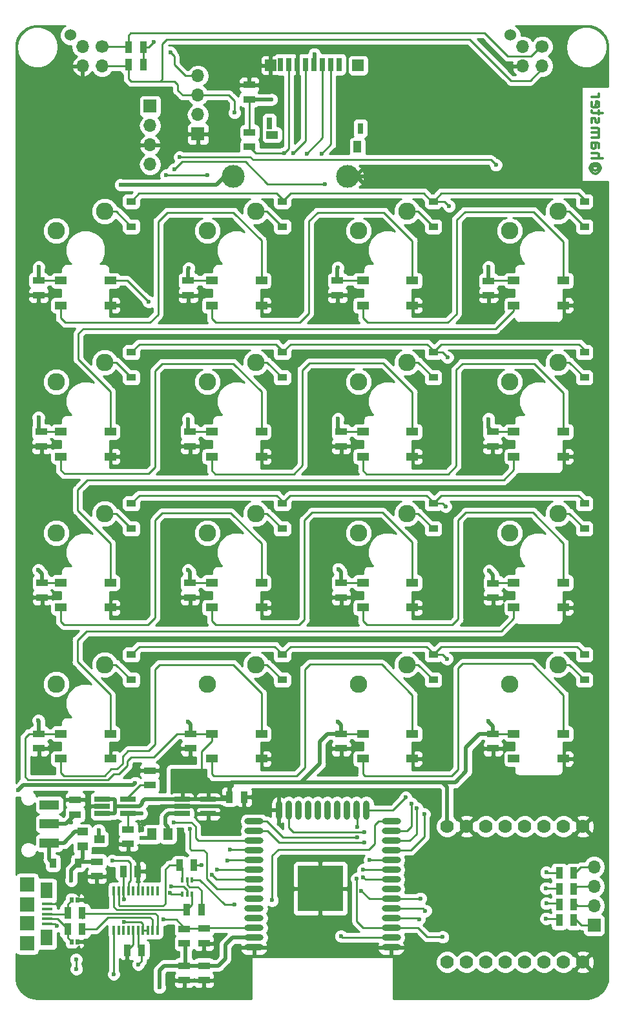
<source format=gbl>
G04 #@! TF.GenerationSoftware,KiCad,Pcbnew,(5.0.0-rc2-dev-321-g78161b592)*
G04 #@! TF.CreationDate,2018-06-25T23:30:17-06:00*
G04 #@! TF.ProjectId,KeyGridBadge,4B65794772696442616467652E6B6963,rev?*
G04 #@! TF.SameCoordinates,Original*
G04 #@! TF.FileFunction,Copper,L2,Bot,Signal*
G04 #@! TF.FilePolarity,Positive*
%FSLAX46Y46*%
G04 Gerber Fmt 4.6, Leading zero omitted, Abs format (unit mm)*
G04 Created by KiCad (PCBNEW (5.0.0-rc2-dev-321-g78161b592)) date 06/25/18 23:30:17*
%MOMM*%
%LPD*%
G01*
G04 APERTURE LIST*
%ADD10C,0.300000*%
%ADD11C,3.000000*%
%ADD12O,2.500000X0.900000*%
%ADD13O,0.900000X2.500000*%
%ADD14R,6.000000X6.000000*%
%ADD15R,1.500000X1.000000*%
%ADD16C,2.286000*%
%ADD17O,1.700000X1.700000*%
%ADD18R,1.700000X1.700000*%
%ADD19R,1.500000X0.970000*%
%ADD20R,0.970000X1.500000*%
%ADD21R,1.200000X0.900000*%
%ADD22R,1.350000X0.400000*%
%ADD23R,1.900000X1.900000*%
%ADD24R,1.600000X2.100000*%
%ADD25R,0.700176X1.750440*%
%ADD26R,0.701191X1.752980*%
%ADD27R,0.700643X1.751610*%
%ADD28R,0.700871X1.752180*%
%ADD29R,0.700982X1.752460*%
%ADD30R,0.700174X1.750430*%
%ADD31R,0.700710X1.751770*%
%ADD32R,0.701055X1.752640*%
%ADD33R,1.500920X1.500920*%
%ADD34R,1.501800X1.501800*%
%ADD35R,0.800585X1.501100*%
%ADD36R,0.800364X1.400640*%
%ADD37R,1.500010X1.000010*%
%ADD38R,1.001290X1.501930*%
%ADD39R,0.400000X0.650000*%
%ADD40R,1.400000X1.000000*%
%ADD41C,1.524000*%
%ADD42C,1.700000*%
%ADD43R,0.400000X1.200000*%
%ADD44R,2.500000X1.250000*%
%ADD45R,0.575000X0.650000*%
%ADD46R,0.900000X1.200000*%
%ADD47R,2.000000X0.650000*%
%ADD48C,1.778000*%
%ADD49R,1.145000X1.500000*%
%ADD50C,0.600000*%
%ADD51C,0.508000*%
%ADD52C,0.254000*%
%ADD53C,0.250000*%
G04 APERTURE END LIST*
D10*
X140435714Y-57368571D02*
X140507142Y-57440000D01*
X140578571Y-57582857D01*
X140578571Y-57725714D01*
X140507142Y-57868571D01*
X140435714Y-57940000D01*
X140292857Y-58011428D01*
X140150000Y-58011428D01*
X140007142Y-57940000D01*
X139935714Y-57868571D01*
X139864285Y-57725714D01*
X139864285Y-57582857D01*
X139935714Y-57440000D01*
X140007142Y-57368571D01*
X140578571Y-57368571D02*
X140007142Y-57368571D01*
X139935714Y-57297142D01*
X139935714Y-57225714D01*
X140007142Y-57082857D01*
X140150000Y-57011428D01*
X140507142Y-57011428D01*
X140721428Y-57154285D01*
X140864285Y-57368571D01*
X140935714Y-57654285D01*
X140864285Y-57940000D01*
X140721428Y-58154285D01*
X140507142Y-58297142D01*
X140221428Y-58368571D01*
X139935714Y-58297142D01*
X139721428Y-58154285D01*
X139578571Y-57940000D01*
X139507142Y-57654285D01*
X139578571Y-57368571D01*
X139721428Y-57154285D01*
X139721428Y-56368571D02*
X141221428Y-56368571D01*
X139721428Y-55725714D02*
X140507142Y-55725714D01*
X140650000Y-55797142D01*
X140721428Y-55940000D01*
X140721428Y-56154285D01*
X140650000Y-56297142D01*
X140578571Y-56368571D01*
X139721428Y-54368571D02*
X140507142Y-54368571D01*
X140650000Y-54440000D01*
X140721428Y-54582857D01*
X140721428Y-54868571D01*
X140650000Y-55011428D01*
X139792857Y-54368571D02*
X139721428Y-54511428D01*
X139721428Y-54868571D01*
X139792857Y-55011428D01*
X139935714Y-55082857D01*
X140078571Y-55082857D01*
X140221428Y-55011428D01*
X140292857Y-54868571D01*
X140292857Y-54511428D01*
X140364285Y-54368571D01*
X139721428Y-53654285D02*
X140721428Y-53654285D01*
X140578571Y-53654285D02*
X140650000Y-53582857D01*
X140721428Y-53440000D01*
X140721428Y-53225714D01*
X140650000Y-53082857D01*
X140507142Y-53011428D01*
X139721428Y-53011428D01*
X140507142Y-53011428D02*
X140650000Y-52940000D01*
X140721428Y-52797142D01*
X140721428Y-52582857D01*
X140650000Y-52440000D01*
X140507142Y-52368571D01*
X139721428Y-52368571D01*
X139792857Y-51725714D02*
X139721428Y-51582857D01*
X139721428Y-51297142D01*
X139792857Y-51154285D01*
X139935714Y-51082857D01*
X140007142Y-51082857D01*
X140150000Y-51154285D01*
X140221428Y-51297142D01*
X140221428Y-51511428D01*
X140292857Y-51654285D01*
X140435714Y-51725714D01*
X140507142Y-51725714D01*
X140650000Y-51654285D01*
X140721428Y-51511428D01*
X140721428Y-51297142D01*
X140650000Y-51154285D01*
X140721428Y-50654285D02*
X140721428Y-50082857D01*
X141221428Y-50440000D02*
X139935714Y-50440000D01*
X139792857Y-50368571D01*
X139721428Y-50225714D01*
X139721428Y-50082857D01*
X139792857Y-49011428D02*
X139721428Y-49154285D01*
X139721428Y-49440000D01*
X139792857Y-49582857D01*
X139935714Y-49654285D01*
X140507142Y-49654285D01*
X140650000Y-49582857D01*
X140721428Y-49440000D01*
X140721428Y-49154285D01*
X140650000Y-49011428D01*
X140507142Y-48940000D01*
X140364285Y-48940000D01*
X140221428Y-49654285D01*
X139721428Y-48297142D02*
X140721428Y-48297142D01*
X140435714Y-48297142D02*
X140578571Y-48225714D01*
X140650000Y-48154285D01*
X140721428Y-48011428D01*
X140721428Y-47868571D01*
D11*
X107790000Y-58750000D03*
X92790000Y-58750000D03*
D12*
X113480000Y-159780000D03*
X113480000Y-158510000D03*
X113480000Y-157240000D03*
X113480000Y-155970000D03*
X113480000Y-154700000D03*
X113480000Y-153430000D03*
X113480000Y-152160000D03*
X113480000Y-150890000D03*
X113480000Y-149620000D03*
X113480000Y-148350000D03*
X113480000Y-147080000D03*
X113480000Y-145810000D03*
X113480000Y-144540000D03*
X113480000Y-143270000D03*
D13*
X110195000Y-141780000D03*
X108925000Y-141780000D03*
X107655000Y-141780000D03*
X106385000Y-141780000D03*
X105115000Y-141780000D03*
X103845000Y-141780000D03*
X102575000Y-141780000D03*
X101305000Y-141780000D03*
X100035000Y-141780000D03*
X98765000Y-141780000D03*
D12*
X95480000Y-143270000D03*
X95480000Y-144540000D03*
X95480000Y-145810000D03*
X95480000Y-147080000D03*
X95480000Y-148350000D03*
X95480000Y-149620000D03*
X95480000Y-150890000D03*
X95480000Y-152160000D03*
X95480000Y-153430000D03*
X95480000Y-154700000D03*
X95480000Y-155970000D03*
X95480000Y-157240000D03*
X95480000Y-158510000D03*
X95480000Y-159780000D03*
D14*
X104180000Y-152080000D03*
D15*
X129550000Y-95450000D03*
X129550000Y-92200000D03*
X136050000Y-95450000D03*
X136050000Y-92200000D03*
D16*
X135340000Y-83120000D03*
X128990000Y-85660000D03*
D17*
X81860000Y-57170000D03*
X81860000Y-54630000D03*
X81860000Y-52090000D03*
D18*
X81860000Y-49550000D03*
D15*
X129550000Y-115250000D03*
X129550000Y-112000000D03*
X136050000Y-115250000D03*
X136050000Y-112000000D03*
D16*
X135340000Y-102920000D03*
X128990000Y-105460000D03*
X128990000Y-65860000D03*
X135340000Y-63320000D03*
D15*
X136050000Y-72400000D03*
X136050000Y-75650000D03*
X129550000Y-72400000D03*
X129550000Y-75650000D03*
D16*
X128990000Y-125260000D03*
X135340000Y-122720000D03*
D15*
X136050000Y-131800000D03*
X136050000Y-135050000D03*
X129550000Y-131800000D03*
X129550000Y-135050000D03*
X89950000Y-75650000D03*
X89950000Y-72400000D03*
X96450000Y-75650000D03*
X96450000Y-72400000D03*
D16*
X95740000Y-63320000D03*
X89390000Y-65860000D03*
D19*
X67260000Y-74285000D03*
X67260000Y-72375000D03*
X86870000Y-74325000D03*
X86870000Y-72415000D03*
X106430000Y-72405000D03*
X106430000Y-74315000D03*
X126230000Y-72435000D03*
X126230000Y-74345000D03*
X67650000Y-92195000D03*
X67650000Y-94105000D03*
X87100000Y-92195000D03*
X87100000Y-94105000D03*
X106910000Y-94115000D03*
X106910000Y-92205000D03*
X126770000Y-94115000D03*
X126770000Y-92205000D03*
X67720000Y-113905000D03*
X67720000Y-111995000D03*
X87100000Y-111995000D03*
X87100000Y-113905000D03*
X106910000Y-113905000D03*
X106910000Y-111995000D03*
X126840000Y-112045000D03*
X126840000Y-113955000D03*
X67310000Y-133715000D03*
X67310000Y-131805000D03*
X87160000Y-131805000D03*
X87160000Y-133715000D03*
X106920000Y-133715000D03*
X106920000Y-131805000D03*
X126830000Y-131805000D03*
X126830000Y-133715000D03*
D20*
X78865000Y-160150000D03*
X80775000Y-160150000D03*
D19*
X86340000Y-164075000D03*
X86340000Y-162165000D03*
X88920000Y-159245000D03*
X88920000Y-157335000D03*
X88920000Y-162165000D03*
X88920000Y-164075000D03*
X94860000Y-48665000D03*
X94860000Y-46755000D03*
D20*
X78355000Y-149810000D03*
X80265000Y-149810000D03*
D21*
X79390000Y-62010000D03*
X79390000Y-65310000D03*
X99190000Y-65310000D03*
X99190000Y-62010000D03*
X118980000Y-65310000D03*
X118980000Y-62010000D03*
X138790000Y-65310000D03*
X138790000Y-62010000D03*
X79390000Y-81810000D03*
X79390000Y-85110000D03*
X99190000Y-85110000D03*
X99190000Y-81810000D03*
X118980000Y-81810000D03*
X118980000Y-85110000D03*
X138790000Y-81810000D03*
X138790000Y-85110000D03*
X79390000Y-101610000D03*
X79390000Y-104910000D03*
X99190000Y-104910000D03*
X99190000Y-101610000D03*
X118980000Y-101610000D03*
X118980000Y-104910000D03*
X138790000Y-104910000D03*
X138790000Y-101610000D03*
X79390000Y-124720000D03*
X79390000Y-121420000D03*
X99190000Y-121420000D03*
X99190000Y-124720000D03*
X118980000Y-124720000D03*
X118980000Y-121420000D03*
X138790000Y-121420000D03*
X138790000Y-124720000D03*
D22*
X68400000Y-156700000D03*
X68400000Y-156050000D03*
X68400000Y-155400000D03*
X68400000Y-154750000D03*
X68400000Y-154100000D03*
D23*
X65750000Y-156600000D03*
X65750000Y-154200000D03*
X65750000Y-159250000D03*
D24*
X68300000Y-158500000D03*
X68300000Y-152300000D03*
D23*
X65750000Y-151550000D03*
D18*
X140060000Y-156870000D03*
D17*
X140060000Y-154330000D03*
X140060000Y-151790000D03*
X140060000Y-149250000D03*
D25*
X106675000Y-44062000D03*
D26*
X105575000Y-44062000D03*
D27*
X104475000Y-44062000D03*
D28*
X103375000Y-44062000D03*
D29*
X102275000Y-44062000D03*
D30*
X101175000Y-44062000D03*
D31*
X100075000Y-44062000D03*
D32*
X98975000Y-44062000D03*
D33*
X97675000Y-44187000D03*
D34*
X109125000Y-44187000D03*
D35*
X97500000Y-51787000D03*
D36*
X109450000Y-52437000D03*
D37*
X97855000Y-53287000D03*
D38*
X109050000Y-54887000D03*
D39*
X87380000Y-152840000D03*
X86080000Y-152840000D03*
X86730000Y-150940000D03*
X86730000Y-152840000D03*
X86080000Y-150940000D03*
X87380000Y-150940000D03*
D40*
X73000000Y-146530000D03*
X73000000Y-144630000D03*
X75200000Y-145580000D03*
D20*
X79045000Y-44100000D03*
X80955000Y-44100000D03*
X80955000Y-41800000D03*
X79045000Y-41800000D03*
X72975000Y-157360000D03*
X71065000Y-157360000D03*
X71065000Y-155300000D03*
X72975000Y-155300000D03*
X135485000Y-156230000D03*
X137395000Y-156230000D03*
X137395000Y-154163332D03*
X135485000Y-154163332D03*
X135485000Y-152096666D03*
X137395000Y-152096666D03*
X137395000Y-150030000D03*
X135485000Y-150030000D03*
D19*
X86340000Y-157340000D03*
X86340000Y-159250000D03*
D20*
X88595000Y-154880000D03*
X86685000Y-154880000D03*
X85715000Y-149040000D03*
X87625000Y-149040000D03*
D19*
X74890000Y-148535000D03*
X74890000Y-150445000D03*
X94920000Y-52975000D03*
X94920000Y-54885000D03*
D41*
X129096780Y-40223780D03*
D42*
X133270000Y-41730000D03*
D17*
X133270000Y-44270000D03*
X130730000Y-41730000D03*
X130730000Y-44270000D03*
X73030000Y-44270000D03*
X73030000Y-41730000D03*
X75570000Y-44270000D03*
D42*
X75570000Y-41730000D03*
D41*
X71396780Y-40223780D03*
D43*
X77102500Y-152380000D03*
X77737500Y-152380000D03*
X78372500Y-152380000D03*
X79007500Y-152380000D03*
X79642500Y-152380000D03*
X80277500Y-152380000D03*
X80912500Y-152380000D03*
X81547500Y-152380000D03*
X82182500Y-152380000D03*
X82817500Y-152380000D03*
X82817500Y-157580000D03*
X82182500Y-157580000D03*
X81547500Y-157580000D03*
X80912500Y-157580000D03*
X80277500Y-157580000D03*
X79642500Y-157580000D03*
X79007500Y-157580000D03*
X78372500Y-157580000D03*
X77737500Y-157580000D03*
X77102500Y-157580000D03*
D15*
X70150000Y-75650000D03*
X70150000Y-72400000D03*
X76650000Y-75650000D03*
X76650000Y-72400000D03*
D16*
X75940000Y-63320000D03*
X69590000Y-65860000D03*
X109190000Y-65860000D03*
X115540000Y-63320000D03*
D15*
X116250000Y-72400000D03*
X116250000Y-75650000D03*
X109750000Y-72400000D03*
X109750000Y-75650000D03*
X70150000Y-95450000D03*
X70150000Y-92200000D03*
X76650000Y-95450000D03*
X76650000Y-92200000D03*
D16*
X75940000Y-83120000D03*
X69590000Y-85660000D03*
D15*
X89950000Y-95450000D03*
X89950000Y-92200000D03*
X96450000Y-95450000D03*
X96450000Y-92200000D03*
D16*
X95740000Y-83120000D03*
X89390000Y-85660000D03*
X109190000Y-85660000D03*
X115540000Y-83120000D03*
D15*
X116250000Y-92200000D03*
X116250000Y-95450000D03*
X109750000Y-92200000D03*
X109750000Y-95450000D03*
D16*
X69590000Y-105460000D03*
X75940000Y-102920000D03*
D15*
X76650000Y-112000000D03*
X76650000Y-115250000D03*
X70150000Y-112000000D03*
X70150000Y-115250000D03*
X89950000Y-115250000D03*
X89950000Y-112000000D03*
X96450000Y-115250000D03*
X96450000Y-112000000D03*
D16*
X95740000Y-102920000D03*
X89390000Y-105460000D03*
X109190000Y-105460000D03*
X115540000Y-102920000D03*
D15*
X116250000Y-112000000D03*
X116250000Y-115250000D03*
X109750000Y-112000000D03*
X109750000Y-115250000D03*
D16*
X69590000Y-125260000D03*
X75940000Y-122720000D03*
D15*
X76650000Y-131800000D03*
X76650000Y-135050000D03*
X70150000Y-131800000D03*
X70150000Y-135050000D03*
X89950000Y-135050000D03*
X89950000Y-131800000D03*
X96450000Y-135050000D03*
X96450000Y-131800000D03*
D16*
X95740000Y-122720000D03*
X89390000Y-125260000D03*
X109190000Y-125260000D03*
X115540000Y-122720000D03*
D15*
X116250000Y-131800000D03*
X116250000Y-135050000D03*
X109750000Y-131800000D03*
X109750000Y-135050000D03*
D18*
X88130000Y-53190000D03*
D17*
X88130000Y-50650000D03*
X88130000Y-48110000D03*
X88130000Y-45570000D03*
D44*
X68650000Y-146100000D03*
X68650000Y-143600000D03*
X68650000Y-141100000D03*
D19*
X72050000Y-142355000D03*
X72050000Y-140445000D03*
D45*
X71622500Y-159060000D03*
X72397500Y-159060000D03*
X72397500Y-153570000D03*
X71622500Y-153570000D03*
D20*
X94195000Y-140070000D03*
X92285000Y-140070000D03*
D19*
X81820000Y-136625000D03*
X81820000Y-138535000D03*
X78990000Y-144305000D03*
X78990000Y-146215000D03*
D46*
X72440000Y-148740000D03*
X69140000Y-148740000D03*
D47*
X79000000Y-142240000D03*
X79000000Y-140340000D03*
X75580000Y-140340000D03*
X75580000Y-141290000D03*
X75580000Y-142240000D03*
D48*
X120800000Y-143930000D03*
X123340000Y-143930000D03*
X125880000Y-143930000D03*
X128420000Y-143930000D03*
X130960000Y-143930000D03*
X133500000Y-143930000D03*
X136040000Y-143930000D03*
X138580000Y-143930000D03*
X120800000Y-161710000D03*
X123340000Y-161710000D03*
X125880000Y-161710000D03*
X128420000Y-161710000D03*
X130960000Y-161710000D03*
X133500000Y-161710000D03*
X136040000Y-161710000D03*
X138580000Y-161710000D03*
D47*
X86080000Y-142260000D03*
X86080000Y-141310000D03*
X86080000Y-140360000D03*
X89500000Y-140360000D03*
X89500000Y-142260000D03*
D49*
X82137500Y-144960000D03*
X84222500Y-144960000D03*
D50*
X90780000Y-46910000D03*
X90750000Y-49230000D03*
X79980000Y-75880000D03*
X79980000Y-71510000D03*
X97200000Y-142240000D03*
X96980000Y-136390000D03*
X95500000Y-140000000D03*
X79980000Y-132780000D03*
X79970000Y-136080000D03*
X68760000Y-139590000D03*
X66360000Y-142140000D03*
X68750000Y-133550000D03*
X68750000Y-133550000D03*
X68750000Y-130040000D03*
X127560000Y-99550000D03*
X107960000Y-99540000D03*
X88250000Y-99540000D03*
X88140000Y-82000000D03*
X124590000Y-82020000D03*
X107830000Y-81980000D03*
X96800000Y-65730000D03*
X88140000Y-79690000D03*
X107830000Y-79710000D03*
X117020000Y-66070000D03*
X124590000Y-79710000D03*
X136670000Y-66040000D03*
X132080000Y-65190000D03*
X124580000Y-77530000D03*
X112430000Y-65220000D03*
X107820000Y-77520000D03*
X92860000Y-65220000D03*
X88140000Y-77460000D03*
X107930000Y-101610000D03*
X127560000Y-101620000D03*
X117140000Y-86050000D03*
X136920000Y-86030000D03*
X132370000Y-85150000D03*
X127560000Y-97180000D03*
X112520000Y-85070000D03*
X107930000Y-97310000D03*
X96970000Y-85380000D03*
X92680000Y-85110000D03*
X88240000Y-101670000D03*
X88240000Y-97160000D03*
X96900000Y-105430000D03*
X92450000Y-104820000D03*
X116960000Y-105670000D03*
X112480000Y-104840000D03*
X136920000Y-105830000D03*
X131480000Y-104780000D03*
X112880000Y-139700000D03*
X108150000Y-136690000D03*
X118490000Y-135750000D03*
X92830000Y-161930000D03*
X90800000Y-158240000D03*
X130750000Y-48360000D03*
X103410000Y-42730000D03*
X64560000Y-139180000D03*
X79930000Y-138230000D03*
X80710000Y-142240000D03*
X69690000Y-156980000D03*
X71540000Y-150990000D03*
X72170000Y-161350000D03*
X84950000Y-143380000D03*
X81660000Y-75180000D03*
X87060000Y-144300000D03*
X92940000Y-50390000D03*
X84520000Y-42510000D03*
X78000000Y-59850000D03*
X75140000Y-144400000D03*
X80760000Y-145470000D03*
X71540000Y-143450000D03*
X83080000Y-165030000D03*
X82350000Y-41160000D03*
X97780000Y-48670000D03*
X67220000Y-130030000D03*
X67220000Y-110330000D03*
X67240000Y-90350000D03*
X67270000Y-70620000D03*
X86840000Y-130240000D03*
X86840000Y-110310000D03*
X86840000Y-90540000D03*
X86940000Y-70760000D03*
X106520000Y-130220000D03*
X106540000Y-110200000D03*
X106480000Y-90530000D03*
X106460000Y-70700000D03*
X126240000Y-130130000D03*
X126290000Y-110410000D03*
X126230000Y-90540000D03*
X126230000Y-70600000D03*
X80330000Y-162000000D03*
X83610000Y-156130000D03*
X84490000Y-152670000D03*
X78430000Y-153500000D03*
X78420000Y-156460000D03*
X117820000Y-142300000D03*
X121070000Y-62630000D03*
X116790000Y-141520000D03*
X120840000Y-82450000D03*
X116130000Y-140920000D03*
X120620000Y-102020000D03*
X115360000Y-140120000D03*
X120770000Y-121960000D03*
X110660000Y-148330000D03*
X104350000Y-55740000D03*
X106880000Y-158320000D03*
X102380000Y-55740000D03*
X109780000Y-149620000D03*
X100600000Y-55730000D03*
X109780000Y-150580000D03*
X99430000Y-55720000D03*
X97870000Y-153610000D03*
X92930000Y-154180000D03*
X85750000Y-56200000D03*
X92300000Y-147000000D03*
X127190000Y-57240000D03*
X85020000Y-57840000D03*
X104800000Y-59750000D03*
X92030000Y-148370000D03*
X90660000Y-149610000D03*
X83960000Y-58610000D03*
X89390000Y-58610000D03*
X89930000Y-150250000D03*
X72210000Y-162630000D03*
X117140000Y-156070000D03*
X76900000Y-148430000D03*
X77100000Y-163300000D03*
X117950000Y-154980000D03*
X120210000Y-158420000D03*
X108940000Y-150770000D03*
X117280000Y-153370000D03*
X109570000Y-152350000D03*
X88620000Y-149030000D03*
X84650000Y-151820000D03*
X109990000Y-146020000D03*
X133770000Y-156010000D03*
X108980000Y-145360000D03*
X133793334Y-154016666D03*
X109990000Y-144670000D03*
X133780000Y-152010000D03*
X108980000Y-144010000D03*
X133790000Y-149960000D03*
D51*
X86080000Y-141310000D02*
X87490000Y-141310000D01*
X87490000Y-141310000D02*
X87800000Y-141310000D01*
X87490000Y-141310000D02*
X91080000Y-141310000D01*
X86080000Y-141310000D02*
X83290000Y-141310000D01*
X75580000Y-141290000D02*
X73710000Y-141290000D01*
X108910000Y-58750000D02*
X109950000Y-59790000D01*
X107790000Y-58750000D02*
X108910000Y-58750000D01*
X108830000Y-58750000D02*
X109990000Y-57590000D01*
X107790000Y-58750000D02*
X108830000Y-58750000D01*
X111630000Y-58750000D02*
X107790000Y-58750000D01*
D52*
X80277500Y-152380000D02*
X80277500Y-149822500D01*
X80277500Y-149822500D02*
X80265000Y-149810000D01*
D53*
X69680000Y-154100000D02*
X69760000Y-154020000D01*
X68400000Y-154100000D02*
X69680000Y-154100000D01*
X79642500Y-157580000D02*
X79642500Y-159372500D01*
X79642500Y-159372500D02*
X78865000Y-160150000D01*
D51*
X103400000Y-44037000D02*
X103375000Y-44062000D01*
X103410000Y-42730000D02*
X103400000Y-44037000D01*
X65240000Y-138500000D02*
X64560000Y-139180000D01*
X79660000Y-138500000D02*
X65240000Y-138500000D01*
X79930000Y-138230000D02*
X79660000Y-138500000D01*
X80710000Y-142240000D02*
X79000000Y-142240000D01*
D52*
X79000000Y-142240000D02*
X79000000Y-144295000D01*
X79000000Y-144295000D02*
X78990000Y-144305000D01*
X71065000Y-157360000D02*
X71065000Y-158502500D01*
X71065000Y-158502500D02*
X71622500Y-159060000D01*
X68400000Y-156050000D02*
X69755000Y-156050000D01*
X69755000Y-156050000D02*
X71065000Y-157360000D01*
X71065000Y-155300000D02*
X71065000Y-154127500D01*
X71065000Y-154127500D02*
X71622500Y-153570000D01*
X69555000Y-155400000D02*
X70965000Y-155400000D01*
X70965000Y-155400000D02*
X71065000Y-155300000D01*
D51*
X71540000Y-150990000D02*
X71540000Y-149640000D01*
X71540000Y-149640000D02*
X72440000Y-148740000D01*
X73000000Y-146530000D02*
X73000000Y-148180000D01*
X73000000Y-148180000D02*
X72440000Y-148740000D01*
X74890000Y-148535000D02*
X72645000Y-148535000D01*
X72645000Y-148535000D02*
X72440000Y-148740000D01*
D52*
X68400000Y-156700000D02*
X69410000Y-156700000D01*
X69410000Y-156700000D02*
X69690000Y-156980000D01*
X72170000Y-161350000D02*
X72170000Y-162590000D01*
X72170000Y-162590000D02*
X72210000Y-162630000D01*
X87830000Y-145420000D02*
X88220000Y-145810000D01*
X88220000Y-145810000D02*
X93630000Y-145810000D01*
X87830000Y-143940000D02*
X87830000Y-145420000D01*
X87270000Y-143380000D02*
X87830000Y-143940000D01*
X84950000Y-143380000D02*
X87270000Y-143380000D01*
X80880000Y-74400000D02*
X81660000Y-75180000D01*
X80870000Y-74400000D02*
X80880000Y-74400000D01*
X95480000Y-145810000D02*
X93630000Y-145810000D01*
X87270000Y-147050000D02*
X87060000Y-146840000D01*
X88880000Y-147050000D02*
X87270000Y-147050000D01*
X89260000Y-147430000D02*
X88880000Y-147050000D01*
X87060000Y-146840000D02*
X87060000Y-144300000D01*
X89260000Y-150800000D02*
X89260000Y-147430000D01*
X95480000Y-152160000D02*
X90620000Y-152160000D01*
X90620000Y-152160000D02*
X89260000Y-150800000D01*
X83060000Y-46310000D02*
X79420000Y-46310000D01*
X83210000Y-46310000D02*
X83060000Y-46310000D01*
X85510000Y-46720000D02*
X85100000Y-46310000D01*
X85100000Y-46310000D02*
X83060000Y-46310000D01*
X85510000Y-47490000D02*
X85510000Y-46720000D01*
X86130000Y-48110000D02*
X85510000Y-47490000D01*
X88130000Y-48110000D02*
X86130000Y-48110000D01*
X92940000Y-48840000D02*
X92210000Y-48110000D01*
X92210000Y-48110000D02*
X88130000Y-48110000D01*
X92940000Y-50390000D02*
X92940000Y-48840000D01*
X85020000Y-43010000D02*
X84520000Y-42510000D01*
X85020000Y-44120000D02*
X85020000Y-43010000D01*
X86470000Y-45570000D02*
X85020000Y-44120000D01*
X88130000Y-45570000D02*
X86470000Y-45570000D01*
X76310000Y-155830000D02*
X74780000Y-157360000D01*
X74780000Y-157360000D02*
X72975000Y-157360000D01*
X81870000Y-155830000D02*
X76310000Y-155830000D01*
X82817500Y-155617500D02*
X82530000Y-155330000D01*
X82817500Y-155717500D02*
X82817500Y-155617500D01*
X82530000Y-155330000D02*
X73005000Y-155330000D01*
X73005000Y-155330000D02*
X72975000Y-155300000D01*
D51*
X90560000Y-59850000D02*
X91660000Y-58750000D01*
X78000000Y-59850000D02*
X90560000Y-59850000D01*
X91660000Y-58750000D02*
X92790000Y-58750000D01*
X75140000Y-144400000D02*
X75140000Y-145520000D01*
X75140000Y-145520000D02*
X75200000Y-145580000D01*
X68650000Y-143600000D02*
X70805000Y-143600000D01*
X70805000Y-143600000D02*
X71115000Y-143290000D01*
X80760000Y-145470000D02*
X81627500Y-145470000D01*
X81627500Y-145470000D02*
X82137500Y-144960000D01*
X71115000Y-143290000D02*
X72050000Y-142355000D01*
X71115000Y-143290000D02*
X71380000Y-143290000D01*
X71380000Y-143290000D02*
X71540000Y-143450000D01*
D52*
X80555000Y-138535000D02*
X79000000Y-140090000D01*
X79000000Y-140090000D02*
X79000000Y-140340000D01*
X81820000Y-138535000D02*
X80555000Y-138535000D01*
D51*
X120180000Y-138140000D02*
X101640000Y-138140000D01*
X121860000Y-138140000D02*
X120180000Y-138140000D01*
X120800000Y-143930000D02*
X120800000Y-138760000D01*
X120800000Y-138760000D02*
X120180000Y-138140000D01*
D52*
X89950000Y-132780000D02*
X88620000Y-134110000D01*
X89950000Y-131800000D02*
X89950000Y-132780000D01*
X88620000Y-134110000D02*
X88620000Y-138170000D01*
X88620000Y-138170000D02*
X89500000Y-139050000D01*
X89500000Y-139050000D02*
X89500000Y-140360000D01*
D51*
X89500000Y-140360000D02*
X86080000Y-140360000D01*
X92530000Y-138140000D02*
X92285000Y-138385000D01*
X101640000Y-138140000D02*
X92530000Y-138140000D01*
X92285000Y-138385000D02*
X92285000Y-140070000D01*
X89500000Y-140360000D02*
X91995000Y-140360000D01*
X91995000Y-140360000D02*
X92285000Y-140070000D01*
X80800000Y-140970000D02*
X80490000Y-141280000D01*
X80490000Y-141280000D02*
X77290000Y-141280000D01*
X80800000Y-140730000D02*
X80800000Y-140970000D01*
X81170000Y-140360000D02*
X80800000Y-140730000D01*
X86080000Y-140360000D02*
X81170000Y-140360000D01*
X77290000Y-140430000D02*
X77290000Y-141280000D01*
X77290000Y-141280000D02*
X77290000Y-142130000D01*
X77290000Y-142130000D02*
X77180000Y-142240000D01*
X77180000Y-142240000D02*
X75580000Y-142240000D01*
X77200000Y-140340000D02*
X77290000Y-140430000D01*
X75580000Y-140340000D02*
X77200000Y-140340000D01*
X72100000Y-142260000D02*
X71990000Y-142370000D01*
X68650000Y-146100000D02*
X68650000Y-148250000D01*
X68650000Y-148250000D02*
X69140000Y-148740000D01*
X69030000Y-146480000D02*
X68650000Y-146100000D01*
X72050000Y-144630000D02*
X70580000Y-146100000D01*
X70580000Y-146100000D02*
X68650000Y-146100000D01*
X73000000Y-144630000D02*
X72050000Y-144630000D01*
D52*
X76380000Y-137810000D02*
X77130000Y-137060000D01*
X78880000Y-135990000D02*
X78880000Y-135390000D01*
X65850000Y-137810000D02*
X76380000Y-137810000D01*
X65480000Y-137440000D02*
X65850000Y-137810000D01*
X78880000Y-135390000D02*
X79410000Y-134860000D01*
X65480000Y-132330000D02*
X65480000Y-137440000D01*
X67310000Y-131805000D02*
X66005000Y-131805000D01*
X66005000Y-131805000D02*
X65480000Y-132330000D01*
X77130000Y-137060000D02*
X77810000Y-137060000D01*
X77810000Y-137060000D02*
X78880000Y-135990000D01*
X79410000Y-134860000D02*
X82330000Y-134860000D01*
X82330000Y-134860000D02*
X85385000Y-131805000D01*
X85385000Y-131805000D02*
X87160000Y-131805000D01*
X89950000Y-131800000D02*
X87165000Y-131800000D01*
D51*
X83090000Y-162820000D02*
X83090000Y-165020000D01*
X83090000Y-165020000D02*
X83080000Y-165030000D01*
X123250000Y-136750000D02*
X121860000Y-138140000D01*
X123250000Y-133620000D02*
X123250000Y-136750000D01*
X125065000Y-131805000D02*
X123250000Y-133620000D01*
X126830000Y-131805000D02*
X125065000Y-131805000D01*
X104110000Y-135670000D02*
X101640000Y-138140000D01*
X104110000Y-132830000D02*
X104110000Y-135670000D01*
X105135000Y-131805000D02*
X104110000Y-132830000D01*
X106920000Y-131805000D02*
X105135000Y-131805000D01*
X83745000Y-162165000D02*
X83090000Y-162820000D01*
X86340000Y-162165000D02*
X83745000Y-162165000D01*
D52*
X81710000Y-41800000D02*
X82350000Y-41160000D01*
X80955000Y-41800000D02*
X81710000Y-41800000D01*
X94860000Y-48665000D02*
X94860000Y-52915000D01*
X94860000Y-52915000D02*
X94920000Y-52975000D01*
D51*
X97780000Y-48670000D02*
X94865000Y-48670000D01*
X94865000Y-48670000D02*
X94860000Y-48665000D01*
X91710000Y-161300000D02*
X90845000Y-162165000D01*
X90845000Y-162165000D02*
X88920000Y-162165000D01*
X91710000Y-159440000D02*
X91710000Y-161300000D01*
X92640000Y-158510000D02*
X91710000Y-159440000D01*
X95480000Y-158510000D02*
X92640000Y-158510000D01*
D52*
X80955000Y-41800000D02*
X80955000Y-44100000D01*
D51*
X86530000Y-159250000D02*
X86530000Y-161975000D01*
X86530000Y-161975000D02*
X86340000Y-162165000D01*
X88920000Y-162165000D02*
X86340000Y-162165000D01*
D52*
X70150000Y-131800000D02*
X67315000Y-131800000D01*
D51*
X67310000Y-131805000D02*
X67310000Y-130120000D01*
X67310000Y-130120000D02*
X67220000Y-130030000D01*
X67720000Y-111995000D02*
X67720000Y-110830000D01*
X67720000Y-110830000D02*
X67220000Y-110330000D01*
D52*
X70150000Y-112000000D02*
X67725000Y-112000000D01*
X70150000Y-92200000D02*
X67655000Y-92200000D01*
D51*
X67240000Y-90350000D02*
X67240000Y-91785000D01*
X67240000Y-91785000D02*
X67650000Y-92195000D01*
X67260000Y-70630000D02*
X67270000Y-70620000D01*
X67260000Y-72375000D02*
X67260000Y-70630000D01*
X87160000Y-130560000D02*
X86840000Y-130240000D01*
X87160000Y-131805000D02*
X87160000Y-130560000D01*
X87100000Y-110570000D02*
X86840000Y-110310000D01*
X87100000Y-111995000D02*
X87100000Y-110570000D01*
X86840000Y-90540000D02*
X86840000Y-91935000D01*
X86840000Y-91935000D02*
X87100000Y-92195000D01*
X86870000Y-70830000D02*
X86940000Y-70760000D01*
X86870000Y-72415000D02*
X86870000Y-70830000D01*
X106920000Y-130620000D02*
X106520000Y-130220000D01*
X106920000Y-131805000D02*
X106920000Y-130620000D01*
X106910000Y-110570000D02*
X106540000Y-110200000D01*
X106910000Y-111995000D02*
X106910000Y-110570000D01*
X106480000Y-90530000D02*
X106480000Y-91775000D01*
X106480000Y-91775000D02*
X106910000Y-92205000D01*
X106430000Y-70730000D02*
X106460000Y-70700000D01*
X106430000Y-72405000D02*
X106430000Y-70730000D01*
X126240000Y-130180000D02*
X126240000Y-130130000D01*
X126830000Y-130770000D02*
X126240000Y-130180000D01*
X126830000Y-131805000D02*
X126830000Y-130770000D01*
X126840000Y-110960000D02*
X126290000Y-110410000D01*
X126840000Y-112045000D02*
X126840000Y-110960000D01*
X126230000Y-90540000D02*
X126230000Y-91665000D01*
X126230000Y-91665000D02*
X126770000Y-92205000D01*
X126230000Y-72435000D02*
X126230000Y-70600000D01*
D52*
X67315000Y-131800000D02*
X67310000Y-131805000D01*
X87165000Y-131800000D02*
X87160000Y-131805000D01*
X109750000Y-131800000D02*
X106925000Y-131800000D01*
X106925000Y-131800000D02*
X106920000Y-131805000D01*
X129550000Y-131800000D02*
X126835000Y-131800000D01*
X126835000Y-131800000D02*
X126830000Y-131805000D01*
X67725000Y-112000000D02*
X67720000Y-111995000D01*
X89950000Y-112000000D02*
X87105000Y-112000000D01*
X87105000Y-112000000D02*
X87100000Y-111995000D01*
X109750000Y-112000000D02*
X106915000Y-112000000D01*
X106915000Y-112000000D02*
X106910000Y-111995000D01*
X129550000Y-112000000D02*
X126885000Y-112000000D01*
X126885000Y-112000000D02*
X126840000Y-112045000D01*
X67655000Y-92200000D02*
X67650000Y-92195000D01*
X89950000Y-92200000D02*
X87105000Y-92200000D01*
X87105000Y-92200000D02*
X87100000Y-92195000D01*
X109750000Y-92200000D02*
X106915000Y-92200000D01*
X106915000Y-92200000D02*
X106910000Y-92205000D01*
X129550000Y-92200000D02*
X126775000Y-92200000D01*
X126775000Y-92200000D02*
X126770000Y-92205000D01*
X70150000Y-72400000D02*
X67285000Y-72400000D01*
X67285000Y-72400000D02*
X67260000Y-72375000D01*
X89950000Y-72400000D02*
X86885000Y-72400000D01*
X86885000Y-72400000D02*
X86870000Y-72415000D01*
X109750000Y-72400000D02*
X106435000Y-72400000D01*
X106435000Y-72400000D02*
X106430000Y-72405000D01*
X129550000Y-72400000D02*
X126265000Y-72400000D01*
X126265000Y-72400000D02*
X126230000Y-72435000D01*
D53*
X68400000Y-155400000D02*
X69555000Y-155400000D01*
D52*
X80330000Y-162000000D02*
X80775000Y-161555000D01*
X80775000Y-161555000D02*
X80775000Y-160150000D01*
D53*
X80277500Y-157580000D02*
X80277500Y-159652500D01*
X80277500Y-159652500D02*
X80775000Y-160150000D01*
D52*
X95480000Y-157240000D02*
X88895000Y-157240000D01*
X88895000Y-157240000D02*
X88800000Y-157335000D01*
X83610000Y-156130000D02*
X85320000Y-156130000D01*
X85320000Y-156130000D02*
X86530000Y-157340000D01*
X84660000Y-152840000D02*
X84490000Y-152670000D01*
X86080000Y-152840000D02*
X84660000Y-152840000D01*
X88800000Y-157335000D02*
X86535000Y-157335000D01*
X86535000Y-157335000D02*
X86530000Y-157340000D01*
X89045000Y-157090000D02*
X88800000Y-157335000D01*
X78430000Y-153500000D02*
X78372500Y-153442500D01*
X78372500Y-153442500D02*
X78372500Y-152380000D01*
X80680000Y-156460000D02*
X78420000Y-156460000D01*
X80912500Y-156692500D02*
X80680000Y-156460000D01*
X80912500Y-157580000D02*
X80912500Y-156692500D01*
X78355000Y-149810000D02*
X78355000Y-152362500D01*
X78355000Y-152362500D02*
X78372500Y-152380000D01*
D53*
X81547500Y-157580000D02*
X80912500Y-157580000D01*
D52*
X117820000Y-145290000D02*
X117820000Y-142300000D01*
X116030000Y-147080000D02*
X117820000Y-145290000D01*
X113480000Y-147080000D02*
X116030000Y-147080000D01*
X113510000Y-147110000D02*
X113480000Y-147080000D01*
X120450000Y-62010000D02*
X121070000Y-62630000D01*
X118980000Y-62010000D02*
X120450000Y-62010000D01*
X98410000Y-60960000D02*
X80440000Y-60960000D01*
X80440000Y-60960000D02*
X79390000Y-62010000D01*
X99190000Y-61740000D02*
X98410000Y-60960000D01*
X99190000Y-62010000D02*
X99190000Y-61740000D01*
X117710000Y-60940000D02*
X100260000Y-60940000D01*
X100260000Y-60940000D02*
X99190000Y-62010000D01*
X118780000Y-62010000D02*
X117710000Y-60940000D01*
X118980000Y-62010000D02*
X118780000Y-62010000D01*
X137950000Y-60940000D02*
X120050000Y-60940000D01*
X120050000Y-60940000D02*
X118980000Y-62010000D01*
X138790000Y-61780000D02*
X137950000Y-60940000D01*
X138790000Y-62010000D02*
X138790000Y-61780000D01*
X75940000Y-63320000D02*
X77400000Y-63320000D01*
X77400000Y-63320000D02*
X79390000Y-65310000D01*
X95740000Y-63320000D02*
X97200000Y-63320000D01*
X97200000Y-63320000D02*
X99190000Y-65310000D01*
X115540000Y-63320000D02*
X116990000Y-63320000D01*
X116990000Y-63320000D02*
X118980000Y-65310000D01*
X115570000Y-63350000D02*
X115540000Y-63320000D01*
X135340000Y-63320000D02*
X136800000Y-63320000D01*
X136800000Y-63320000D02*
X138790000Y-65310000D01*
X116790000Y-144910000D02*
X116790000Y-141520000D01*
X115890000Y-145810000D02*
X116790000Y-144910000D01*
X115240000Y-145810000D02*
X115890000Y-145810000D01*
X113480000Y-145810000D02*
X115240000Y-145810000D01*
X120200000Y-81810000D02*
X120840000Y-82450000D01*
X118980000Y-81810000D02*
X120200000Y-81810000D01*
X98360000Y-80750000D02*
X80450000Y-80750000D01*
X80450000Y-80750000D02*
X79390000Y-81810000D01*
X99190000Y-81580000D02*
X98360000Y-80750000D01*
X99190000Y-81810000D02*
X99190000Y-81580000D01*
X118160000Y-80740000D02*
X100260000Y-80740000D01*
X100260000Y-80740000D02*
X99190000Y-81810000D01*
X118980000Y-81560000D02*
X118160000Y-80740000D01*
X118980000Y-81810000D02*
X118980000Y-81560000D01*
X138080000Y-80740000D02*
X120050000Y-80740000D01*
X120050000Y-80740000D02*
X118980000Y-81810000D01*
X138790000Y-81450000D02*
X138080000Y-80740000D01*
X138790000Y-81810000D02*
X138790000Y-81450000D01*
X75940000Y-83120000D02*
X77400000Y-83120000D01*
X77400000Y-83120000D02*
X79390000Y-85110000D01*
X95740000Y-83120000D02*
X97200000Y-83120000D01*
X97200000Y-83120000D02*
X99190000Y-85110000D01*
X95750000Y-83110000D02*
X95740000Y-83120000D01*
X115540000Y-83120000D02*
X116990000Y-83120000D01*
X116990000Y-83120000D02*
X118980000Y-85110000D01*
X135340000Y-83120000D02*
X136800000Y-83120000D01*
X136800000Y-83120000D02*
X138790000Y-85110000D01*
X135350000Y-83130000D02*
X135340000Y-83120000D01*
X116130000Y-143930000D02*
X115520000Y-144540000D01*
X115520000Y-144540000D02*
X113480000Y-144540000D01*
X116130000Y-140920000D02*
X116130000Y-143930000D01*
X120210000Y-101610000D02*
X120620000Y-102020000D01*
X118980000Y-101610000D02*
X120210000Y-101610000D01*
X98470000Y-100550000D02*
X80450000Y-100550000D01*
X80450000Y-100550000D02*
X79390000Y-101610000D01*
X99190000Y-101270000D02*
X98470000Y-100550000D01*
X99190000Y-101610000D02*
X99190000Y-101270000D01*
X118110000Y-100550000D02*
X100250000Y-100550000D01*
X100250000Y-100550000D02*
X99190000Y-101610000D01*
X118980000Y-101420000D02*
X118110000Y-100550000D01*
X118980000Y-101610000D02*
X118980000Y-101420000D01*
X138000000Y-100550000D02*
X120040000Y-100550000D01*
X120040000Y-100550000D02*
X118980000Y-101610000D01*
X138790000Y-101340000D02*
X138000000Y-100550000D01*
X138790000Y-101610000D02*
X138790000Y-101340000D01*
X75940000Y-102920000D02*
X77400000Y-102920000D01*
X77400000Y-102920000D02*
X79390000Y-104910000D01*
X75950000Y-102910000D02*
X75940000Y-102920000D01*
X95740000Y-102920000D02*
X97200000Y-102920000D01*
X97200000Y-102920000D02*
X99190000Y-104910000D01*
X115540000Y-102920000D02*
X116990000Y-102920000D01*
X116990000Y-102920000D02*
X118980000Y-104910000D01*
X135340000Y-102920000D02*
X136800000Y-102920000D01*
X136800000Y-102920000D02*
X138790000Y-104910000D01*
X135360000Y-102940000D02*
X135340000Y-102920000D01*
X75940000Y-122720000D02*
X77390000Y-122720000D01*
X77390000Y-122720000D02*
X79390000Y-124720000D01*
X75950000Y-122730000D02*
X75940000Y-122720000D01*
X115360000Y-140120000D02*
X113700000Y-141780000D01*
X113700000Y-141780000D02*
X110195000Y-141780000D01*
X110220000Y-141755000D02*
X110195000Y-141780000D01*
X120230000Y-121420000D02*
X120770000Y-121960000D01*
X118980000Y-121420000D02*
X120230000Y-121420000D01*
X98190000Y-120350000D02*
X80460000Y-120350000D01*
X80460000Y-120350000D02*
X79390000Y-121420000D01*
X99190000Y-121350000D02*
X98190000Y-120350000D01*
X99190000Y-121420000D02*
X99190000Y-121350000D01*
X118100000Y-120350000D02*
X100260000Y-120350000D01*
X100260000Y-120350000D02*
X99190000Y-121420000D01*
X118980000Y-121230000D02*
X118100000Y-120350000D01*
X118980000Y-121420000D02*
X118980000Y-121230000D01*
X137820000Y-120340000D02*
X120060000Y-120340000D01*
X120060000Y-120340000D02*
X118980000Y-121420000D01*
X138790000Y-121310000D02*
X137820000Y-120340000D01*
X138790000Y-121420000D02*
X138790000Y-121310000D01*
X95740000Y-122720000D02*
X97190000Y-122720000D01*
X97190000Y-122720000D02*
X99190000Y-124720000D01*
X115540000Y-122720000D02*
X116980000Y-122720000D01*
X116980000Y-122720000D02*
X118980000Y-124720000D01*
X135340000Y-122720000D02*
X136790000Y-122720000D01*
X136790000Y-122720000D02*
X138790000Y-124720000D01*
X135350000Y-122730000D02*
X135340000Y-122720000D01*
X140060000Y-156870000D02*
X138415001Y-156870000D01*
X138415001Y-156870000D02*
X137555000Y-156009999D01*
X140060000Y-154330000D02*
X137868334Y-154330000D01*
X137868334Y-154330000D02*
X137555000Y-154016666D01*
X140060000Y-151790000D02*
X137788333Y-151790000D01*
X137788333Y-151790000D02*
X137555000Y-152023333D01*
X140060000Y-149250000D02*
X138335000Y-149250000D01*
X138335000Y-149250000D02*
X137555000Y-150030000D01*
X110660000Y-148330000D02*
X110680000Y-148350000D01*
X110680000Y-148350000D02*
X113480000Y-148350000D01*
X105575000Y-54515000D02*
X104350000Y-55740000D01*
X105575000Y-44062000D02*
X105575000Y-54515000D01*
X107070000Y-158510000D02*
X106880000Y-158320000D01*
X113480000Y-158510000D02*
X107070000Y-158510000D01*
X104475000Y-53645000D02*
X102380000Y-55740000D01*
X104475000Y-44062000D02*
X104475000Y-53645000D01*
X109780000Y-149620000D02*
X113480000Y-149620000D01*
X102275000Y-54055000D02*
X100600000Y-55730000D01*
X102275000Y-44062000D02*
X102275000Y-54055000D01*
X99430000Y-55720000D02*
X95755000Y-55720000D01*
X95755000Y-55720000D02*
X94920000Y-54885000D01*
X109780000Y-150580000D02*
X110090000Y-150890000D01*
X110090000Y-150890000D02*
X113480000Y-150890000D01*
X100075000Y-55075000D02*
X99430000Y-55720000D01*
X100075000Y-44062000D02*
X100075000Y-55075000D01*
X111290000Y-143760000D02*
X111780000Y-143270000D01*
X111780000Y-143270000D02*
X113480000Y-143270000D01*
X111290000Y-146220000D02*
X111290000Y-143760000D01*
X110560000Y-146950000D02*
X111290000Y-146220000D01*
X98690000Y-146950000D02*
X110560000Y-146950000D01*
X97870000Y-147770000D02*
X98690000Y-146950000D01*
X97870000Y-153610000D02*
X97870000Y-147770000D01*
X91630000Y-154180000D02*
X92930000Y-154180000D01*
X88390000Y-150940000D02*
X91630000Y-154180000D01*
X87380000Y-150940000D02*
X88390000Y-150940000D01*
X95360000Y-56560000D02*
X126510000Y-56560000D01*
X126510000Y-56560000D02*
X127190000Y-57240000D01*
X95000000Y-56200000D02*
X95360000Y-56560000D01*
X85750000Y-56200000D02*
X95000000Y-56200000D01*
X92300000Y-147000000D02*
X95400000Y-147000000D01*
X95400000Y-147000000D02*
X95480000Y-147080000D01*
X127190000Y-57240000D02*
X127180000Y-57250000D01*
X94340000Y-56810000D02*
X86050000Y-56810000D01*
X86050000Y-56810000D02*
X85020000Y-57840000D01*
X97280000Y-59750000D02*
X94340000Y-56810000D01*
X104800000Y-59750000D02*
X97280000Y-59750000D01*
X85020000Y-57830000D02*
X85020000Y-57840000D01*
X92050000Y-148350000D02*
X92030000Y-148370000D01*
X95480000Y-148350000D02*
X92050000Y-148350000D01*
X90660000Y-149610000D02*
X95470000Y-149610000D01*
X95470000Y-149610000D02*
X95480000Y-149620000D01*
X89390000Y-58610000D02*
X83960000Y-58610000D01*
X90570000Y-150890000D02*
X89930000Y-150250000D01*
X95480000Y-150890000D02*
X90570000Y-150890000D01*
X117040000Y-155970000D02*
X117140000Y-156070000D01*
X113480000Y-155970000D02*
X117040000Y-155970000D01*
X78980000Y-148430000D02*
X76900000Y-148430000D01*
X79280000Y-148730000D02*
X78980000Y-148430000D01*
X79280000Y-151050000D02*
X79280000Y-148730000D01*
X79007500Y-151322500D02*
X79280000Y-151050000D01*
X79007500Y-152380000D02*
X79007500Y-151322500D01*
X77100000Y-163300000D02*
X77100000Y-162760000D01*
X77100000Y-162760000D02*
X77102500Y-162757500D01*
X77102500Y-162757500D02*
X77102500Y-157580000D01*
X117670000Y-154700000D02*
X117950000Y-154980000D01*
X113480000Y-154700000D02*
X117670000Y-154700000D01*
X80870000Y-74400000D02*
X78880000Y-72410000D01*
X78880000Y-72410000D02*
X78880000Y-72400000D01*
X76650000Y-72400000D02*
X78880000Y-72400000D01*
X118190000Y-158420000D02*
X120210000Y-158420000D01*
X117010000Y-157240000D02*
X118190000Y-158420000D01*
X113480000Y-157240000D02*
X117010000Y-157240000D01*
X129150000Y-46180000D02*
X123730000Y-40760000D01*
X133270000Y-44270000D02*
X133270000Y-44600000D01*
X131690000Y-46180000D02*
X129150000Y-46180000D01*
X133270000Y-44600000D02*
X131690000Y-46180000D01*
X83440000Y-41360000D02*
X83440000Y-46080000D01*
X123730000Y-40760000D02*
X84040000Y-40760000D01*
X84040000Y-40760000D02*
X83440000Y-41360000D01*
X83440000Y-46080000D02*
X83210000Y-46310000D01*
X79420000Y-46310000D02*
X79045000Y-45935000D01*
X79045000Y-45935000D02*
X79045000Y-44100000D01*
X108940000Y-156370000D02*
X109810000Y-157240000D01*
X108940000Y-150770000D02*
X108940000Y-156370000D01*
X109810000Y-157240000D02*
X113480000Y-157240000D01*
X75570000Y-44270000D02*
X75570000Y-44870000D01*
X75570000Y-44270000D02*
X78875000Y-44270000D01*
X78875000Y-44270000D02*
X79045000Y-44100000D01*
X117220000Y-153430000D02*
X117280000Y-153370000D01*
X113480000Y-153430000D02*
X117220000Y-153430000D01*
X109570000Y-152350000D02*
X110650000Y-153430000D01*
X110650000Y-153430000D02*
X113480000Y-153430000D01*
X79320000Y-39970000D02*
X79045000Y-40245000D01*
X79045000Y-40245000D02*
X79045000Y-41800000D01*
X125720000Y-39970000D02*
X79320000Y-39970000D01*
X128760000Y-43010000D02*
X125720000Y-39970000D01*
X131820000Y-43010000D02*
X128760000Y-43010000D01*
X133100000Y-41730000D02*
X131820000Y-43010000D01*
X133270000Y-41730000D02*
X133100000Y-41730000D01*
X75570000Y-41730000D02*
X78975000Y-41730000D01*
X78975000Y-41730000D02*
X79045000Y-41800000D01*
X77490000Y-154850000D02*
X77102500Y-154462500D01*
X77102500Y-154462500D02*
X77102500Y-152380000D01*
X82650000Y-154850000D02*
X77490000Y-154850000D01*
X82680000Y-154880000D02*
X82650000Y-154850000D01*
X86685000Y-154880000D02*
X82680000Y-154880000D01*
D53*
X87380000Y-152840000D02*
X87380000Y-154185000D01*
X87380000Y-154185000D02*
X86685000Y-154880000D01*
X86535000Y-155030000D02*
X86685000Y-154880000D01*
D52*
X88120000Y-151850000D02*
X88595000Y-152325000D01*
X88595000Y-152325000D02*
X88595000Y-154880000D01*
X87040000Y-151850000D02*
X88120000Y-151850000D01*
X86730000Y-151540000D02*
X87040000Y-151850000D01*
X86730000Y-150940000D02*
X86730000Y-151540000D01*
X88620000Y-149030000D02*
X87625000Y-149040000D01*
X86240000Y-151820000D02*
X84650000Y-151820000D01*
X86730000Y-152310000D02*
X86240000Y-151820000D01*
X86730000Y-152840000D02*
X86730000Y-152310000D01*
X83860000Y-149580000D02*
X84400000Y-149040000D01*
X84400000Y-149040000D02*
X85715000Y-149040000D01*
X83860000Y-154040000D02*
X83860000Y-149580000D01*
X83540000Y-154360000D02*
X83860000Y-154040000D01*
X77870000Y-154360000D02*
X83540000Y-154360000D01*
X77870000Y-154360000D02*
X77737500Y-154227500D01*
X77737500Y-154227500D02*
X77737500Y-152380000D01*
D53*
X86080000Y-150940000D02*
X86080000Y-149405000D01*
X86080000Y-149405000D02*
X85715000Y-149040000D01*
D52*
X73095000Y-155830000D02*
X72975000Y-155950000D01*
X82182500Y-156142500D02*
X81870000Y-155830000D01*
X82182500Y-156212500D02*
X82182500Y-156142500D01*
D53*
X82182500Y-156212500D02*
X82182500Y-157580000D01*
X82817500Y-155717500D02*
X82817500Y-157580000D01*
D52*
X70760000Y-77910000D02*
X70150000Y-77300000D01*
X70150000Y-77300000D02*
X70150000Y-75650000D01*
X81860000Y-77910000D02*
X70760000Y-77910000D01*
X82940000Y-76830000D02*
X81860000Y-77910000D01*
X82940000Y-64660000D02*
X82940000Y-76830000D01*
X84140000Y-63460000D02*
X82940000Y-64660000D01*
X92790000Y-63460000D02*
X84140000Y-63460000D01*
X96450000Y-67120000D02*
X92790000Y-63460000D01*
X96450000Y-72400000D02*
X96450000Y-67120000D01*
X90470000Y-77920000D02*
X89950000Y-77400000D01*
X89950000Y-77400000D02*
X89950000Y-75650000D01*
X101450000Y-77920000D02*
X90470000Y-77920000D01*
X102670000Y-76700000D02*
X101450000Y-77920000D01*
X102670000Y-64620000D02*
X102670000Y-76700000D01*
X103820000Y-63470000D02*
X102670000Y-64620000D01*
X112520000Y-63470000D02*
X103820000Y-63470000D01*
X116250000Y-67200000D02*
X112520000Y-63470000D01*
X116250000Y-72400000D02*
X116250000Y-67200000D01*
X110380000Y-77920000D02*
X109750000Y-77290000D01*
X109750000Y-77290000D02*
X109750000Y-75650000D01*
X120890000Y-77920000D02*
X110380000Y-77920000D01*
X122050000Y-76760000D02*
X120890000Y-77920000D01*
X122050000Y-64440000D02*
X122050000Y-76760000D01*
X123130000Y-63360000D02*
X122050000Y-64440000D01*
X132110000Y-63360000D02*
X123130000Y-63360000D01*
X136050000Y-67300000D02*
X132110000Y-63360000D01*
X136050000Y-72400000D02*
X136050000Y-67300000D01*
X72480000Y-82740000D02*
X76650000Y-86910000D01*
X76650000Y-86910000D02*
X76650000Y-92200000D01*
X72480000Y-79330000D02*
X72480000Y-82740000D01*
X73120000Y-78690000D02*
X72480000Y-79330000D01*
X127180000Y-78690000D02*
X73120000Y-78690000D01*
X129550000Y-76320000D02*
X127180000Y-78690000D01*
X129550000Y-75650000D02*
X129550000Y-76320000D01*
X70650000Y-97730000D02*
X70150000Y-97230000D01*
X70150000Y-97230000D02*
X70150000Y-95450000D01*
X81670000Y-97730000D02*
X70650000Y-97730000D01*
X82530000Y-96870000D02*
X81670000Y-97730000D01*
X82530000Y-84200000D02*
X82530000Y-96870000D01*
X83470000Y-83260000D02*
X82530000Y-84200000D01*
X92760000Y-83260000D02*
X83470000Y-83260000D01*
X96450000Y-86950000D02*
X92760000Y-83260000D01*
X96450000Y-92200000D02*
X96450000Y-86950000D01*
X90430000Y-97740000D02*
X89950000Y-97260000D01*
X89950000Y-97260000D02*
X89950000Y-95450000D01*
X100690000Y-97740000D02*
X90430000Y-97740000D01*
X101810000Y-96620000D02*
X100690000Y-97740000D01*
X101810000Y-84140000D02*
X101810000Y-96620000D01*
X102720000Y-83230000D02*
X101810000Y-84140000D01*
X112430000Y-83230000D02*
X102720000Y-83230000D01*
X116250000Y-87050000D02*
X112430000Y-83230000D01*
X116250000Y-92200000D02*
X116250000Y-87050000D01*
X110240000Y-97740000D02*
X109750000Y-97250000D01*
X109750000Y-97250000D02*
X109750000Y-95450000D01*
X120920000Y-97740000D02*
X110240000Y-97740000D01*
X122000000Y-96660000D02*
X120920000Y-97740000D01*
X122000000Y-84060000D02*
X122000000Y-96660000D01*
X122790000Y-83270000D02*
X122000000Y-84060000D01*
X132250000Y-83270000D02*
X122790000Y-83270000D01*
X136050000Y-87070000D02*
X132250000Y-83270000D01*
X136050000Y-92200000D02*
X136050000Y-87070000D01*
X72400000Y-102550000D02*
X76650000Y-106800000D01*
X76650000Y-106800000D02*
X76650000Y-112000000D01*
X72400000Y-99770000D02*
X72400000Y-102550000D01*
X73650000Y-98520000D02*
X72400000Y-99770000D01*
X128240000Y-98520000D02*
X73650000Y-98520000D01*
X129550000Y-97210000D02*
X128240000Y-98520000D01*
X129550000Y-95450000D02*
X129550000Y-97210000D01*
X98770000Y-146020000D02*
X97290000Y-144540000D01*
X97290000Y-144540000D02*
X95480000Y-144540000D01*
X109990000Y-146020000D02*
X98770000Y-146020000D01*
X133770001Y-156009999D02*
X133770000Y-156010000D01*
X135645000Y-156009999D02*
X133770001Y-156009999D01*
X99290000Y-145360000D02*
X97200000Y-143270000D01*
X97200000Y-143270000D02*
X95480000Y-143270000D01*
X108980000Y-145360000D02*
X99290000Y-145360000D01*
X135645000Y-154016666D02*
X133793334Y-154016666D01*
X100640000Y-144670000D02*
X100035000Y-144065000D01*
X100035000Y-144065000D02*
X100035000Y-141780000D01*
X109990000Y-144670000D02*
X100640000Y-144670000D01*
X133793333Y-152023333D02*
X133780000Y-152010000D01*
X135645000Y-152023333D02*
X133793333Y-152023333D01*
X108980000Y-144010000D02*
X108980000Y-141835000D01*
X108980000Y-141835000D02*
X108925000Y-141780000D01*
X133860000Y-150030000D02*
X133790000Y-149960000D01*
X135645000Y-150030000D02*
X133860000Y-150030000D01*
X108910000Y-141765000D02*
X108925000Y-141780000D01*
D51*
X68650000Y-143600000D02*
X69500000Y-143600000D01*
D52*
X70620000Y-117510000D02*
X70150000Y-117040000D01*
X70150000Y-117040000D02*
X70150000Y-115250000D01*
X81600000Y-117510000D02*
X70620000Y-117510000D01*
X82520000Y-116590000D02*
X81600000Y-117510000D01*
X82520000Y-103800000D02*
X82520000Y-116590000D01*
X83450000Y-102870000D02*
X82520000Y-103800000D01*
X92460000Y-102870000D02*
X83450000Y-102870000D01*
X96450000Y-106860000D02*
X92460000Y-102870000D01*
X96450000Y-112000000D02*
X96450000Y-106860000D01*
X90470000Y-117510000D02*
X89950000Y-116990000D01*
X89950000Y-116990000D02*
X89950000Y-115250000D01*
X101410000Y-117510000D02*
X90470000Y-117510000D01*
X102110000Y-116810000D02*
X101410000Y-117510000D01*
X102110000Y-103760000D02*
X102110000Y-116810000D01*
X103060000Y-102810000D02*
X102110000Y-103760000D01*
X112360000Y-102810000D02*
X103060000Y-102810000D01*
X116250000Y-106700000D02*
X112360000Y-102810000D01*
X116250000Y-112000000D02*
X116250000Y-106700000D01*
X110260000Y-117530000D02*
X109750000Y-117020000D01*
X109750000Y-117020000D02*
X109750000Y-115250000D01*
X121490000Y-117530000D02*
X110260000Y-117530000D01*
X122270000Y-116750000D02*
X121490000Y-117530000D01*
X122270000Y-103760000D02*
X122270000Y-116750000D01*
X123220000Y-102810000D02*
X122270000Y-103760000D01*
X132060000Y-102810000D02*
X123220000Y-102810000D01*
X136050000Y-106800000D02*
X132060000Y-102810000D01*
X136050000Y-112000000D02*
X136050000Y-106800000D01*
X72320000Y-122350000D02*
X76650000Y-126680000D01*
X76650000Y-126680000D02*
X76650000Y-131800000D01*
X72320000Y-119520000D02*
X72320000Y-122350000D01*
X73530000Y-118310000D02*
X72320000Y-119520000D01*
X127880000Y-118310000D02*
X73530000Y-118310000D01*
X129550000Y-116640000D02*
X127880000Y-118310000D01*
X129550000Y-115250000D02*
X129550000Y-116640000D01*
X82500000Y-133190000D02*
X81640000Y-134050000D01*
X83100000Y-122750000D02*
X82500000Y-123350000D01*
X82500000Y-123350000D02*
X82500000Y-133190000D01*
X92730000Y-122750000D02*
X83100000Y-122750000D01*
X75900000Y-137310000D02*
X70550000Y-137310000D01*
X96450000Y-131800000D02*
X96450000Y-126470000D01*
X70150000Y-136910000D02*
X70150000Y-135050000D01*
X96450000Y-126470000D02*
X92730000Y-122750000D01*
X78980000Y-134050000D02*
X78250000Y-134780000D01*
X81640000Y-134050000D02*
X78980000Y-134050000D01*
X78250000Y-134780000D02*
X78250000Y-135720000D01*
X78250000Y-135720000D02*
X77560000Y-136410000D01*
X77560000Y-136410000D02*
X76800000Y-136410000D01*
X76800000Y-136410000D02*
X75900000Y-137310000D01*
X70550000Y-137310000D02*
X70150000Y-136910000D01*
X90200000Y-137330000D02*
X89950000Y-137080000D01*
X89950000Y-137080000D02*
X89950000Y-135050000D01*
X101040000Y-137330000D02*
X90200000Y-137330000D01*
X102150000Y-136220000D02*
X101040000Y-137330000D01*
X102150000Y-123330000D02*
X102150000Y-136220000D01*
X102810000Y-122670000D02*
X102150000Y-123330000D01*
X112230000Y-122670000D02*
X102810000Y-122670000D01*
X116250000Y-126690000D02*
X112230000Y-122670000D01*
X116250000Y-131800000D02*
X116250000Y-126690000D01*
X110040000Y-137320000D02*
X109750000Y-137030000D01*
X109750000Y-137030000D02*
X109750000Y-135050000D01*
X121360000Y-137320000D02*
X110040000Y-137320000D01*
X122250000Y-136430000D02*
X121360000Y-137320000D01*
X122250000Y-123210000D02*
X122250000Y-136430000D01*
X122850000Y-122610000D02*
X122250000Y-123210000D01*
X131950000Y-122610000D02*
X122850000Y-122610000D01*
X136050000Y-126710000D02*
X131950000Y-122610000D01*
X136050000Y-131800000D02*
X136050000Y-126710000D01*
D51*
X83860000Y-142660000D02*
X84260000Y-142260000D01*
X84260000Y-142260000D02*
X86080000Y-142260000D01*
X83860000Y-143650000D02*
X83860000Y-142660000D01*
X84222500Y-144012500D02*
X83860000Y-143650000D01*
X84222500Y-144960000D02*
X84222500Y-144012500D01*
D52*
G36*
X139650668Y-39041131D02*
X140215519Y-39224662D01*
X140729871Y-39521624D01*
X141171238Y-39919032D01*
X141520337Y-40399526D01*
X141761904Y-40942095D01*
X141889422Y-41542017D01*
X141905000Y-41839254D01*
X141905000Y-46940715D01*
X138370000Y-46940715D01*
X138370000Y-59439286D01*
X141905000Y-59439286D01*
X141905001Y-163621466D01*
X141838869Y-164250668D01*
X141655338Y-164815519D01*
X141358378Y-165329869D01*
X140960969Y-165771237D01*
X140480479Y-166120334D01*
X139937905Y-166361904D01*
X139337977Y-166489423D01*
X139040746Y-166505000D01*
X113787000Y-166505000D01*
X113787000Y-161406858D01*
X119276000Y-161406858D01*
X119276000Y-162013142D01*
X119508015Y-162573277D01*
X119936723Y-163001985D01*
X120496858Y-163234000D01*
X121103142Y-163234000D01*
X121663277Y-163001985D01*
X122070000Y-162595262D01*
X122476723Y-163001985D01*
X123036858Y-163234000D01*
X123643142Y-163234000D01*
X124203277Y-163001985D01*
X124610000Y-162595262D01*
X125016723Y-163001985D01*
X125576858Y-163234000D01*
X126183142Y-163234000D01*
X126743277Y-163001985D01*
X127150000Y-162595262D01*
X127556723Y-163001985D01*
X128116858Y-163234000D01*
X128723142Y-163234000D01*
X129283277Y-163001985D01*
X129690000Y-162595262D01*
X130096723Y-163001985D01*
X130656858Y-163234000D01*
X131263142Y-163234000D01*
X131823277Y-163001985D01*
X132230000Y-162595262D01*
X132636723Y-163001985D01*
X133196858Y-163234000D01*
X133803142Y-163234000D01*
X134363277Y-163001985D01*
X134770000Y-162595262D01*
X135176723Y-163001985D01*
X135736858Y-163234000D01*
X136343142Y-163234000D01*
X136903277Y-163001985D01*
X137123066Y-162782196D01*
X137687409Y-162782196D01*
X137772467Y-163037539D01*
X138341965Y-163245516D01*
X138947700Y-163219723D01*
X139387533Y-163037539D01*
X139472591Y-162782196D01*
X138580000Y-161889605D01*
X137687409Y-162782196D01*
X137123066Y-162782196D01*
X137331985Y-162573277D01*
X137342633Y-162547570D01*
X137507804Y-162602591D01*
X138400395Y-161710000D01*
X138759605Y-161710000D01*
X139652196Y-162602591D01*
X139907539Y-162517533D01*
X140115516Y-161948035D01*
X140089723Y-161342300D01*
X139907539Y-160902467D01*
X139652196Y-160817409D01*
X138759605Y-161710000D01*
X138400395Y-161710000D01*
X137507804Y-160817409D01*
X137342633Y-160872430D01*
X137331985Y-160846723D01*
X137123066Y-160637804D01*
X137687409Y-160637804D01*
X138580000Y-161530395D01*
X139472591Y-160637804D01*
X139387533Y-160382461D01*
X138818035Y-160174484D01*
X138212300Y-160200277D01*
X137772467Y-160382461D01*
X137687409Y-160637804D01*
X137123066Y-160637804D01*
X136903277Y-160418015D01*
X136343142Y-160186000D01*
X135736858Y-160186000D01*
X135176723Y-160418015D01*
X134770000Y-160824738D01*
X134363277Y-160418015D01*
X133803142Y-160186000D01*
X133196858Y-160186000D01*
X132636723Y-160418015D01*
X132230000Y-160824738D01*
X131823277Y-160418015D01*
X131263142Y-160186000D01*
X130656858Y-160186000D01*
X130096723Y-160418015D01*
X129690000Y-160824738D01*
X129283277Y-160418015D01*
X128723142Y-160186000D01*
X128116858Y-160186000D01*
X127556723Y-160418015D01*
X127150000Y-160824738D01*
X126743277Y-160418015D01*
X126183142Y-160186000D01*
X125576858Y-160186000D01*
X125016723Y-160418015D01*
X124610000Y-160824738D01*
X124203277Y-160418015D01*
X123643142Y-160186000D01*
X123036858Y-160186000D01*
X122476723Y-160418015D01*
X122070000Y-160824738D01*
X121663277Y-160418015D01*
X121103142Y-160186000D01*
X120496858Y-160186000D01*
X119936723Y-160418015D01*
X119508015Y-160846723D01*
X119276000Y-161406858D01*
X113787000Y-161406858D01*
X113787000Y-161218358D01*
X113799803Y-161209803D01*
X113827333Y-161168601D01*
X113837000Y-161120000D01*
X113827333Y-161071399D01*
X113799803Y-161030197D01*
X113758601Y-161002667D01*
X113710000Y-160993000D01*
X95260000Y-160993000D01*
X95211399Y-161002667D01*
X95170197Y-161030197D01*
X95142667Y-161071399D01*
X95133000Y-161120000D01*
X95133000Y-166505000D01*
X67158524Y-166505000D01*
X66529332Y-166438869D01*
X65964481Y-166255338D01*
X65450131Y-165958378D01*
X65008763Y-165560969D01*
X64659666Y-165080479D01*
X64418096Y-164537905D01*
X64290577Y-163937977D01*
X64275000Y-163640746D01*
X64275000Y-161164017D01*
X71235000Y-161164017D01*
X71235000Y-161535983D01*
X71377345Y-161879635D01*
X71408000Y-161910290D01*
X71408001Y-162122924D01*
X71275000Y-162444017D01*
X71275000Y-162815983D01*
X71417345Y-163159635D01*
X71680365Y-163422655D01*
X72024017Y-163565000D01*
X72395983Y-163565000D01*
X72739635Y-163422655D01*
X73002655Y-163159635D01*
X73145000Y-162815983D01*
X73145000Y-162444017D01*
X73002655Y-162100365D01*
X72932000Y-162029710D01*
X72932000Y-161910290D01*
X72962655Y-161879635D01*
X73105000Y-161535983D01*
X73105000Y-161164017D01*
X72962655Y-160820365D01*
X72699635Y-160557345D01*
X72355983Y-160415000D01*
X71984017Y-160415000D01*
X71640365Y-160557345D01*
X71377345Y-160820365D01*
X71235000Y-161164017D01*
X64275000Y-161164017D01*
X64275000Y-160557251D01*
X64342191Y-160657809D01*
X64552235Y-160798157D01*
X64800000Y-160847440D01*
X66700000Y-160847440D01*
X66947765Y-160798157D01*
X67157809Y-160657809D01*
X67298157Y-160447765D01*
X67347440Y-160200000D01*
X67347440Y-160167094D01*
X67500000Y-160197440D01*
X69100000Y-160197440D01*
X69347765Y-160148157D01*
X69557809Y-160007809D01*
X69698157Y-159797765D01*
X69747440Y-159550000D01*
X69747440Y-157915000D01*
X69875983Y-157915000D01*
X69932560Y-157891565D01*
X69932560Y-158110000D01*
X69981843Y-158357765D01*
X70122191Y-158567809D01*
X70328482Y-158705649D01*
X70347213Y-158799817D01*
X70453743Y-158959250D01*
X70515630Y-159051871D01*
X70579251Y-159094381D01*
X70687560Y-159202690D01*
X70687560Y-159385000D01*
X70736843Y-159632765D01*
X70877191Y-159842809D01*
X71087235Y-159983157D01*
X71335000Y-160032440D01*
X71910000Y-160032440D01*
X71980074Y-160018502D01*
X71983691Y-160020000D01*
X72111750Y-160020000D01*
X72146316Y-159985434D01*
X72157765Y-159983157D01*
X72367809Y-159842809D01*
X72508157Y-159632765D01*
X72524500Y-159550602D01*
X72524500Y-159861250D01*
X72683250Y-160020000D01*
X72811309Y-160020000D01*
X73044698Y-159923327D01*
X73223327Y-159744699D01*
X73320000Y-159511310D01*
X73320000Y-159345750D01*
X73161250Y-159187000D01*
X72557440Y-159187000D01*
X72557440Y-158933000D01*
X73161250Y-158933000D01*
X73320000Y-158774250D01*
X73320000Y-158757440D01*
X73460000Y-158757440D01*
X73707765Y-158708157D01*
X73917809Y-158567809D01*
X74058157Y-158357765D01*
X74105053Y-158122000D01*
X74704957Y-158122000D01*
X74780000Y-158136927D01*
X74855043Y-158122000D01*
X74855048Y-158122000D01*
X75077317Y-158077788D01*
X75329371Y-157909371D01*
X75371883Y-157845747D01*
X76259388Y-156958243D01*
X76255060Y-156980000D01*
X76255060Y-158180000D01*
X76304343Y-158427765D01*
X76340501Y-158481879D01*
X76340500Y-162672383D01*
X76338000Y-162684952D01*
X76338000Y-162684957D01*
X76324405Y-162753305D01*
X76307345Y-162770365D01*
X76165000Y-163114017D01*
X76165000Y-163485983D01*
X76307345Y-163829635D01*
X76570365Y-164092655D01*
X76914017Y-164235000D01*
X77285983Y-164235000D01*
X77629635Y-164092655D01*
X77892655Y-163829635D01*
X78035000Y-163485983D01*
X78035000Y-163114017D01*
X77892655Y-162770365D01*
X77879338Y-162757048D01*
X77864500Y-162682453D01*
X77864500Y-161282526D01*
X78020302Y-161438327D01*
X78253691Y-161535000D01*
X78579250Y-161535000D01*
X78738000Y-161376250D01*
X78738000Y-160277000D01*
X78718000Y-160277000D01*
X78718000Y-160023000D01*
X78738000Y-160023000D01*
X78738000Y-160003000D01*
X78992000Y-160003000D01*
X78992000Y-160023000D01*
X79012000Y-160023000D01*
X79012000Y-160277000D01*
X78992000Y-160277000D01*
X78992000Y-161376250D01*
X79150750Y-161535000D01*
X79476309Y-161535000D01*
X79517669Y-161517868D01*
X79395000Y-161814017D01*
X79395000Y-162185983D01*
X79537345Y-162529635D01*
X79800365Y-162792655D01*
X80144017Y-162935000D01*
X80515983Y-162935000D01*
X80859635Y-162792655D01*
X81122655Y-162529635D01*
X81265000Y-162185983D01*
X81265000Y-162144041D01*
X81324371Y-162104371D01*
X81492788Y-161852317D01*
X81537000Y-161630048D01*
X81537000Y-161630044D01*
X81551927Y-161555001D01*
X81537000Y-161479958D01*
X81537000Y-161478623D01*
X81717809Y-161357809D01*
X81858157Y-161147765D01*
X81907440Y-160900000D01*
X81907440Y-159400000D01*
X81858157Y-159152235D01*
X81717809Y-158942191D01*
X81546073Y-158827440D01*
X81747500Y-158827440D01*
X81865000Y-158804068D01*
X81982500Y-158827440D01*
X82382500Y-158827440D01*
X82500000Y-158804068D01*
X82617500Y-158827440D01*
X83017500Y-158827440D01*
X83265265Y-158778157D01*
X83475309Y-158637809D01*
X83615657Y-158427765D01*
X83664940Y-158180000D01*
X83664940Y-157065000D01*
X83795983Y-157065000D01*
X84139635Y-156922655D01*
X84170290Y-156892000D01*
X84942560Y-156892000D01*
X84942560Y-157825000D01*
X84991843Y-158072765D01*
X85132191Y-158282809D01*
X85150436Y-158295000D01*
X85132191Y-158307191D01*
X84991843Y-158517235D01*
X84942560Y-158765000D01*
X84942560Y-159735000D01*
X84991843Y-159982765D01*
X85132191Y-160192809D01*
X85342235Y-160333157D01*
X85590000Y-160382440D01*
X85641000Y-160382440D01*
X85641001Y-161032560D01*
X85590000Y-161032560D01*
X85342235Y-161081843D01*
X85132191Y-161222191D01*
X85096237Y-161276000D01*
X83832555Y-161276000D01*
X83745000Y-161258584D01*
X83657445Y-161276000D01*
X83657444Y-161276000D01*
X83398130Y-161327581D01*
X83104067Y-161524067D01*
X83054470Y-161598294D01*
X82523296Y-162129469D01*
X82449067Y-162179067D01*
X82252581Y-162473131D01*
X82214406Y-162665048D01*
X82183584Y-162820000D01*
X82201000Y-162907555D01*
X82201001Y-164708819D01*
X82145000Y-164844017D01*
X82145000Y-165215983D01*
X82287345Y-165559635D01*
X82550365Y-165822655D01*
X82894017Y-165965000D01*
X83265983Y-165965000D01*
X83609635Y-165822655D01*
X83872655Y-165559635D01*
X84015000Y-165215983D01*
X84015000Y-164844017D01*
X83979000Y-164757105D01*
X83979000Y-164360750D01*
X84955000Y-164360750D01*
X84955000Y-164686309D01*
X85051673Y-164919698D01*
X85230301Y-165098327D01*
X85463690Y-165195000D01*
X86054250Y-165195000D01*
X86213000Y-165036250D01*
X86213000Y-164202000D01*
X86467000Y-164202000D01*
X86467000Y-165036250D01*
X86625750Y-165195000D01*
X87216310Y-165195000D01*
X87449699Y-165098327D01*
X87628327Y-164919698D01*
X87630000Y-164915659D01*
X87631673Y-164919698D01*
X87810301Y-165098327D01*
X88043690Y-165195000D01*
X88634250Y-165195000D01*
X88793000Y-165036250D01*
X88793000Y-164202000D01*
X89047000Y-164202000D01*
X89047000Y-165036250D01*
X89205750Y-165195000D01*
X89796310Y-165195000D01*
X90029699Y-165098327D01*
X90208327Y-164919698D01*
X90305000Y-164686309D01*
X90305000Y-164360750D01*
X90146250Y-164202000D01*
X89047000Y-164202000D01*
X88793000Y-164202000D01*
X87693750Y-164202000D01*
X87630000Y-164265750D01*
X87566250Y-164202000D01*
X86467000Y-164202000D01*
X86213000Y-164202000D01*
X85113750Y-164202000D01*
X84955000Y-164360750D01*
X83979000Y-164360750D01*
X83979000Y-163188235D01*
X84113236Y-163054000D01*
X85096237Y-163054000D01*
X85132191Y-163107809D01*
X85157353Y-163124622D01*
X85051673Y-163230302D01*
X84955000Y-163463691D01*
X84955000Y-163789250D01*
X85113750Y-163948000D01*
X86213000Y-163948000D01*
X86213000Y-163928000D01*
X86467000Y-163928000D01*
X86467000Y-163948000D01*
X87566250Y-163948000D01*
X87630000Y-163884250D01*
X87693750Y-163948000D01*
X88793000Y-163948000D01*
X88793000Y-163928000D01*
X89047000Y-163928000D01*
X89047000Y-163948000D01*
X90146250Y-163948000D01*
X90305000Y-163789250D01*
X90305000Y-163463691D01*
X90208327Y-163230302D01*
X90102647Y-163124622D01*
X90127809Y-163107809D01*
X90163763Y-163054000D01*
X90757445Y-163054000D01*
X90845000Y-163071416D01*
X90932555Y-163054000D01*
X90932556Y-163054000D01*
X91191870Y-163002419D01*
X91485933Y-162805933D01*
X91535531Y-162731704D01*
X92276706Y-161990529D01*
X92350933Y-161940933D01*
X92547419Y-161646870D01*
X92599000Y-161387556D01*
X92599000Y-161387555D01*
X92616416Y-161300000D01*
X92599000Y-161212445D01*
X92599000Y-160074001D01*
X93635592Y-160074001D01*
X93822987Y-160457408D01*
X94147456Y-160733808D01*
X94553000Y-160865000D01*
X95353000Y-160865000D01*
X95353000Y-159907000D01*
X95607000Y-159907000D01*
X95607000Y-160865000D01*
X96407000Y-160865000D01*
X96812544Y-160733808D01*
X97137013Y-160457408D01*
X97324408Y-160074001D01*
X111635592Y-160074001D01*
X111822987Y-160457408D01*
X112147456Y-160733808D01*
X112553000Y-160865000D01*
X113353000Y-160865000D01*
X113353000Y-159907000D01*
X113607000Y-159907000D01*
X113607000Y-160865000D01*
X114407000Y-160865000D01*
X114812544Y-160733808D01*
X115137013Y-160457408D01*
X115324408Y-160074001D01*
X115197502Y-159907000D01*
X113607000Y-159907000D01*
X113353000Y-159907000D01*
X111762498Y-159907000D01*
X111635592Y-160074001D01*
X97324408Y-160074001D01*
X97197502Y-159907000D01*
X95607000Y-159907000D01*
X95353000Y-159907000D01*
X93762498Y-159907000D01*
X93635592Y-160074001D01*
X92599000Y-160074001D01*
X92599000Y-159808235D01*
X93008236Y-159399000D01*
X93678114Y-159399000D01*
X93635592Y-159485999D01*
X93762498Y-159653000D01*
X95353000Y-159653000D01*
X95353000Y-159633000D01*
X95607000Y-159633000D01*
X95607000Y-159653000D01*
X97197502Y-159653000D01*
X97324408Y-159485999D01*
X97158959Y-159147493D01*
X97302047Y-158933346D01*
X97386256Y-158510000D01*
X97302047Y-158086654D01*
X97160624Y-157875000D01*
X97302047Y-157663346D01*
X97386256Y-157240000D01*
X97302047Y-156816654D01*
X97160624Y-156605000D01*
X97302047Y-156393346D01*
X97386256Y-155970000D01*
X97302047Y-155546654D01*
X97160624Y-155335000D01*
X97302047Y-155123346D01*
X97386256Y-154700000D01*
X97323819Y-154386109D01*
X97340365Y-154402655D01*
X97684017Y-154545000D01*
X98055983Y-154545000D01*
X98399635Y-154402655D01*
X98662655Y-154139635D01*
X98805000Y-153795983D01*
X98805000Y-153424017D01*
X98662655Y-153080365D01*
X98632000Y-153049710D01*
X98632000Y-152365750D01*
X100545000Y-152365750D01*
X100545000Y-155206310D01*
X100641673Y-155439699D01*
X100820302Y-155618327D01*
X101053691Y-155715000D01*
X103894250Y-155715000D01*
X104053000Y-155556250D01*
X104053000Y-152207000D01*
X104307000Y-152207000D01*
X104307000Y-155556250D01*
X104465750Y-155715000D01*
X107306309Y-155715000D01*
X107539698Y-155618327D01*
X107718327Y-155439699D01*
X107815000Y-155206310D01*
X107815000Y-152365750D01*
X107656250Y-152207000D01*
X104307000Y-152207000D01*
X104053000Y-152207000D01*
X100703750Y-152207000D01*
X100545000Y-152365750D01*
X98632000Y-152365750D01*
X98632000Y-148953690D01*
X100545000Y-148953690D01*
X100545000Y-151794250D01*
X100703750Y-151953000D01*
X104053000Y-151953000D01*
X104053000Y-148603750D01*
X104307000Y-148603750D01*
X104307000Y-151953000D01*
X107656250Y-151953000D01*
X107815000Y-151794250D01*
X107815000Y-148953690D01*
X107718327Y-148720301D01*
X107539698Y-148541673D01*
X107306309Y-148445000D01*
X104465750Y-148445000D01*
X104307000Y-148603750D01*
X104053000Y-148603750D01*
X103894250Y-148445000D01*
X101053691Y-148445000D01*
X100820302Y-148541673D01*
X100641673Y-148720301D01*
X100545000Y-148953690D01*
X98632000Y-148953690D01*
X98632000Y-148085630D01*
X99005631Y-147712000D01*
X109955710Y-147712000D01*
X109867345Y-147800365D01*
X109725000Y-148144017D01*
X109725000Y-148515983D01*
X109795009Y-148685000D01*
X109594017Y-148685000D01*
X109250365Y-148827345D01*
X108987345Y-149090365D01*
X108845000Y-149434017D01*
X108845000Y-149805983D01*
X108857019Y-149835000D01*
X108754017Y-149835000D01*
X108410365Y-149977345D01*
X108147345Y-150240365D01*
X108005000Y-150584017D01*
X108005000Y-150955983D01*
X108147345Y-151299635D01*
X108178000Y-151330290D01*
X108178001Y-156294952D01*
X108163073Y-156370000D01*
X108222213Y-156667317D01*
X108347619Y-156855000D01*
X108390630Y-156919371D01*
X108454251Y-156961881D01*
X109218117Y-157725748D01*
X109232986Y-157748000D01*
X107630290Y-157748000D01*
X107409635Y-157527345D01*
X107065983Y-157385000D01*
X106694017Y-157385000D01*
X106350365Y-157527345D01*
X106087345Y-157790365D01*
X105945000Y-158134017D01*
X105945000Y-158505983D01*
X106087345Y-158849635D01*
X106350365Y-159112655D01*
X106694017Y-159255000D01*
X106909487Y-159255000D01*
X106994952Y-159272000D01*
X106994953Y-159272000D01*
X107070000Y-159286928D01*
X107145047Y-159272000D01*
X111740187Y-159272000D01*
X111635592Y-159485999D01*
X111762498Y-159653000D01*
X113353000Y-159653000D01*
X113353000Y-159633000D01*
X113607000Y-159633000D01*
X113607000Y-159653000D01*
X115197502Y-159653000D01*
X115324408Y-159485999D01*
X115158959Y-159147493D01*
X115302047Y-158933346D01*
X115386256Y-158510000D01*
X115302047Y-158086654D01*
X115245483Y-158002000D01*
X116694370Y-158002000D01*
X117598118Y-158905749D01*
X117640629Y-158969371D01*
X117892683Y-159137788D01*
X118114952Y-159182000D01*
X118114956Y-159182000D01*
X118189999Y-159196927D01*
X118265042Y-159182000D01*
X119649710Y-159182000D01*
X119680365Y-159212655D01*
X120024017Y-159355000D01*
X120395983Y-159355000D01*
X120739635Y-159212655D01*
X121002655Y-158949635D01*
X121145000Y-158605983D01*
X121145000Y-158234017D01*
X121002655Y-157890365D01*
X120739635Y-157627345D01*
X120395983Y-157485000D01*
X120024017Y-157485000D01*
X119680365Y-157627345D01*
X119649710Y-157658000D01*
X118505631Y-157658000D01*
X117689960Y-156842330D01*
X117932655Y-156599635D01*
X118075000Y-156255983D01*
X118075000Y-155915000D01*
X118135983Y-155915000D01*
X118355635Y-155824017D01*
X132835000Y-155824017D01*
X132835000Y-156195983D01*
X132977345Y-156539635D01*
X133240365Y-156802655D01*
X133584017Y-156945000D01*
X133955983Y-156945000D01*
X134299635Y-156802655D01*
X134330291Y-156771999D01*
X134352560Y-156771999D01*
X134352560Y-156980000D01*
X134401843Y-157227765D01*
X134542191Y-157437809D01*
X134752235Y-157578157D01*
X135000000Y-157627440D01*
X135970000Y-157627440D01*
X136217765Y-157578157D01*
X136427809Y-157437809D01*
X136440000Y-157419564D01*
X136452191Y-157437809D01*
X136662235Y-157578157D01*
X136910000Y-157627440D01*
X137880000Y-157627440D01*
X138108889Y-157581912D01*
X138117684Y-157587788D01*
X138339953Y-157632000D01*
X138339957Y-157632000D01*
X138415000Y-157646927D01*
X138490043Y-157632000D01*
X138562560Y-157632000D01*
X138562560Y-157720000D01*
X138611843Y-157967765D01*
X138752191Y-158177809D01*
X138962235Y-158318157D01*
X139210000Y-158367440D01*
X140910000Y-158367440D01*
X141157765Y-158318157D01*
X141367809Y-158177809D01*
X141508157Y-157967765D01*
X141557440Y-157720000D01*
X141557440Y-156020000D01*
X141508157Y-155772235D01*
X141367809Y-155562191D01*
X141157765Y-155421843D01*
X141112381Y-155412816D01*
X141130625Y-155400625D01*
X141458839Y-154909418D01*
X141574092Y-154330000D01*
X141458839Y-153750582D01*
X141130625Y-153259375D01*
X140832239Y-153060000D01*
X141130625Y-152860625D01*
X141458839Y-152369418D01*
X141574092Y-151790000D01*
X141458839Y-151210582D01*
X141130625Y-150719375D01*
X140832239Y-150520000D01*
X141130625Y-150320625D01*
X141458839Y-149829418D01*
X141574092Y-149250000D01*
X141458839Y-148670582D01*
X141130625Y-148179375D01*
X140639418Y-147851161D01*
X140206256Y-147765000D01*
X139913744Y-147765000D01*
X139480582Y-147851161D01*
X138989375Y-148179375D01*
X138783158Y-148488000D01*
X138410047Y-148488000D01*
X138335000Y-148473072D01*
X138259953Y-148488000D01*
X138259952Y-148488000D01*
X138037683Y-148532212D01*
X137939295Y-148597953D01*
X137885781Y-148633710D01*
X137880000Y-148632560D01*
X136910000Y-148632560D01*
X136662235Y-148681843D01*
X136452191Y-148822191D01*
X136440000Y-148840436D01*
X136427809Y-148822191D01*
X136217765Y-148681843D01*
X135970000Y-148632560D01*
X135000000Y-148632560D01*
X134752235Y-148681843D01*
X134542191Y-148822191D01*
X134401843Y-149032235D01*
X134365788Y-149213498D01*
X134319635Y-149167345D01*
X133975983Y-149025000D01*
X133604017Y-149025000D01*
X133260365Y-149167345D01*
X132997345Y-149430365D01*
X132855000Y-149774017D01*
X132855000Y-150145983D01*
X132997345Y-150489635D01*
X133260365Y-150752655D01*
X133604017Y-150895000D01*
X133975983Y-150895000D01*
X134224648Y-150792000D01*
X134354947Y-150792000D01*
X134401843Y-151027765D01*
X134425609Y-151063333D01*
X134401843Y-151098901D01*
X134369534Y-151261333D01*
X134353623Y-151261333D01*
X134309635Y-151217345D01*
X133965983Y-151075000D01*
X133594017Y-151075000D01*
X133250365Y-151217345D01*
X132987345Y-151480365D01*
X132845000Y-151824017D01*
X132845000Y-152195983D01*
X132987345Y-152539635D01*
X133250365Y-152802655D01*
X133594017Y-152945000D01*
X133965983Y-152945000D01*
X134309635Y-152802655D01*
X134326957Y-152785333D01*
X134352560Y-152785333D01*
X134352560Y-152846666D01*
X134401843Y-153094431D01*
X134425609Y-153129999D01*
X134401843Y-153165567D01*
X134384120Y-153254666D01*
X134353624Y-153254666D01*
X134322969Y-153224011D01*
X133979317Y-153081666D01*
X133607351Y-153081666D01*
X133263699Y-153224011D01*
X133000679Y-153487031D01*
X132858334Y-153830683D01*
X132858334Y-154202649D01*
X133000679Y-154546301D01*
X133263699Y-154809321D01*
X133607351Y-154951666D01*
X133979317Y-154951666D01*
X134322969Y-154809321D01*
X134352560Y-154779730D01*
X134352560Y-154913332D01*
X134401843Y-155161097D01*
X134425610Y-155196666D01*
X134401843Y-155232235D01*
X134398707Y-155247999D01*
X134330289Y-155247999D01*
X134299635Y-155217345D01*
X133955983Y-155075000D01*
X133584017Y-155075000D01*
X133240365Y-155217345D01*
X132977345Y-155480365D01*
X132835000Y-155824017D01*
X118355635Y-155824017D01*
X118479635Y-155772655D01*
X118742655Y-155509635D01*
X118885000Y-155165983D01*
X118885000Y-154794017D01*
X118742655Y-154450365D01*
X118479635Y-154187345D01*
X118135983Y-154045000D01*
X118061286Y-154045000D01*
X117980961Y-153991329D01*
X118072655Y-153899635D01*
X118215000Y-153555983D01*
X118215000Y-153184017D01*
X118072655Y-152840365D01*
X117809635Y-152577345D01*
X117465983Y-152435000D01*
X117094017Y-152435000D01*
X116750365Y-152577345D01*
X116659710Y-152668000D01*
X115245483Y-152668000D01*
X115302047Y-152583346D01*
X115386256Y-152160000D01*
X115302047Y-151736654D01*
X115160624Y-151525000D01*
X115302047Y-151313346D01*
X115386256Y-150890000D01*
X115302047Y-150466654D01*
X115160624Y-150255000D01*
X115302047Y-150043346D01*
X115386256Y-149620000D01*
X115302047Y-149196654D01*
X115160624Y-148985000D01*
X115302047Y-148773346D01*
X115386256Y-148350000D01*
X115302047Y-147926654D01*
X115245483Y-147842000D01*
X115954957Y-147842000D01*
X116030000Y-147856927D01*
X116105043Y-147842000D01*
X116105048Y-147842000D01*
X116327317Y-147797788D01*
X116579371Y-147629371D01*
X116621883Y-147565747D01*
X118305750Y-145881881D01*
X118369371Y-145839371D01*
X118426995Y-145753131D01*
X118537787Y-145587319D01*
X118537787Y-145587318D01*
X118537788Y-145587317D01*
X118582000Y-145365048D01*
X118582000Y-145365044D01*
X118596927Y-145290001D01*
X118582000Y-145214958D01*
X118582000Y-142860290D01*
X118612655Y-142829635D01*
X118755000Y-142485983D01*
X118755000Y-142114017D01*
X118612655Y-141770365D01*
X118349635Y-141507345D01*
X118005983Y-141365000D01*
X117725000Y-141365000D01*
X117725000Y-141334017D01*
X117582655Y-140990365D01*
X117319635Y-140727345D01*
X117008928Y-140598646D01*
X116922655Y-140390365D01*
X116659635Y-140127345D01*
X116315983Y-139985000D01*
X116295000Y-139985000D01*
X116295000Y-139934017D01*
X116152655Y-139590365D01*
X115889635Y-139327345D01*
X115545983Y-139185000D01*
X115174017Y-139185000D01*
X114830365Y-139327345D01*
X114567345Y-139590365D01*
X114425000Y-139934017D01*
X114425000Y-139977369D01*
X113384370Y-141018000D01*
X111280000Y-141018000D01*
X111280000Y-140873139D01*
X111217047Y-140556654D01*
X110977241Y-140197759D01*
X110618346Y-139957953D01*
X110195000Y-139873744D01*
X109771655Y-139957953D01*
X109560001Y-140099376D01*
X109348346Y-139957953D01*
X108925000Y-139873744D01*
X108501655Y-139957953D01*
X108290001Y-140099376D01*
X108078346Y-139957953D01*
X107655000Y-139873744D01*
X107231655Y-139957953D01*
X107020001Y-140099376D01*
X106808346Y-139957953D01*
X106385000Y-139873744D01*
X105961655Y-139957953D01*
X105750001Y-140099376D01*
X105538346Y-139957953D01*
X105115000Y-139873744D01*
X104691655Y-139957953D01*
X104480001Y-140099376D01*
X104268346Y-139957953D01*
X103845000Y-139873744D01*
X103421655Y-139957953D01*
X103210001Y-140099376D01*
X102998346Y-139957953D01*
X102575000Y-139873744D01*
X102151655Y-139957953D01*
X101940001Y-140099376D01*
X101728346Y-139957953D01*
X101305000Y-139873744D01*
X100881655Y-139957953D01*
X100670001Y-140099376D01*
X100458346Y-139957953D01*
X100035000Y-139873744D01*
X99611655Y-139957953D01*
X99397508Y-140101042D01*
X99059001Y-139935592D01*
X98892000Y-140062498D01*
X98892000Y-141653000D01*
X98912000Y-141653000D01*
X98912000Y-141907000D01*
X98892000Y-141907000D01*
X98892000Y-143497502D01*
X99059001Y-143624408D01*
X99273000Y-143519813D01*
X99273000Y-143989957D01*
X99258073Y-144065000D01*
X99273000Y-144140043D01*
X99273000Y-144140047D01*
X99304118Y-144296487D01*
X98562503Y-143554873D01*
X98638000Y-143497502D01*
X98638000Y-141907000D01*
X97680000Y-141907000D01*
X97680000Y-142674277D01*
X97497317Y-142552212D01*
X97275048Y-142508000D01*
X97275043Y-142508000D01*
X97200000Y-142493073D01*
X97124957Y-142508000D01*
X97075766Y-142508000D01*
X97062241Y-142487759D01*
X96703346Y-142247953D01*
X96386861Y-142185000D01*
X94573139Y-142185000D01*
X94256654Y-142247953D01*
X93897759Y-142487759D01*
X93657953Y-142846654D01*
X93573744Y-143270000D01*
X93657953Y-143693346D01*
X93799376Y-143905000D01*
X93657953Y-144116654D01*
X93573744Y-144540000D01*
X93657953Y-144963346D01*
X93714517Y-145048000D01*
X88592000Y-145048000D01*
X88592000Y-144015047D01*
X88606928Y-143940000D01*
X88590360Y-143856706D01*
X88547788Y-143642683D01*
X88379371Y-143390629D01*
X88315750Y-143348119D01*
X87861883Y-142894253D01*
X87819371Y-142830629D01*
X87695099Y-142747593D01*
X87727440Y-142585000D01*
X87727440Y-142545750D01*
X87865000Y-142545750D01*
X87865000Y-142711310D01*
X87961673Y-142944699D01*
X88140302Y-143123327D01*
X88373691Y-143220000D01*
X89214250Y-143220000D01*
X89373000Y-143061250D01*
X89373000Y-142387000D01*
X89627000Y-142387000D01*
X89627000Y-143061250D01*
X89785750Y-143220000D01*
X90626309Y-143220000D01*
X90859698Y-143123327D01*
X91038327Y-142944699D01*
X91135000Y-142711310D01*
X91135000Y-142545750D01*
X90976250Y-142387000D01*
X89627000Y-142387000D01*
X89373000Y-142387000D01*
X88023750Y-142387000D01*
X87865000Y-142545750D01*
X87727440Y-142545750D01*
X87727440Y-141935000D01*
X87700064Y-141797369D01*
X87715000Y-141761310D01*
X87715000Y-141595750D01*
X87556250Y-141437000D01*
X87477659Y-141437000D01*
X87327765Y-141336843D01*
X87192815Y-141310000D01*
X87327765Y-141283157D01*
X87378884Y-141249000D01*
X88201116Y-141249000D01*
X88252235Y-141283157D01*
X88361759Y-141304942D01*
X88140302Y-141396673D01*
X87961673Y-141575301D01*
X87865000Y-141808690D01*
X87865000Y-141974250D01*
X88023750Y-142133000D01*
X89373000Y-142133000D01*
X89373000Y-142113000D01*
X89627000Y-142113000D01*
X89627000Y-142133000D01*
X90976250Y-142133000D01*
X91135000Y-141974250D01*
X91135000Y-141808690D01*
X91038327Y-141575301D01*
X90859698Y-141396673D01*
X90638241Y-141304942D01*
X90747765Y-141283157D01*
X90798884Y-141249000D01*
X91322941Y-141249000D01*
X91342191Y-141277809D01*
X91552235Y-141418157D01*
X91800000Y-141467440D01*
X92770000Y-141467440D01*
X93017765Y-141418157D01*
X93227809Y-141277809D01*
X93244622Y-141252647D01*
X93350302Y-141358327D01*
X93583691Y-141455000D01*
X93909250Y-141455000D01*
X94068000Y-141296250D01*
X94068000Y-140197000D01*
X94322000Y-140197000D01*
X94322000Y-141296250D01*
X94480750Y-141455000D01*
X94806309Y-141455000D01*
X95039698Y-141358327D01*
X95218327Y-141179699D01*
X95315000Y-140946310D01*
X95315000Y-140853000D01*
X97680000Y-140853000D01*
X97680000Y-141653000D01*
X98638000Y-141653000D01*
X98638000Y-140062498D01*
X98470999Y-139935592D01*
X98087592Y-140122987D01*
X97811192Y-140447456D01*
X97680000Y-140853000D01*
X95315000Y-140853000D01*
X95315000Y-140355750D01*
X95156250Y-140197000D01*
X94322000Y-140197000D01*
X94068000Y-140197000D01*
X94048000Y-140197000D01*
X94048000Y-139943000D01*
X94068000Y-139943000D01*
X94068000Y-139923000D01*
X94322000Y-139923000D01*
X94322000Y-139943000D01*
X95156250Y-139943000D01*
X95315000Y-139784250D01*
X95315000Y-139193690D01*
X95246783Y-139029000D01*
X101552445Y-139029000D01*
X101640000Y-139046416D01*
X101727555Y-139029000D01*
X119811765Y-139029000D01*
X119911001Y-139128236D01*
X119911000Y-142663738D01*
X119508015Y-143066723D01*
X119276000Y-143626858D01*
X119276000Y-144233142D01*
X119508015Y-144793277D01*
X119936723Y-145221985D01*
X120496858Y-145454000D01*
X121103142Y-145454000D01*
X121663277Y-145221985D01*
X121883066Y-145002196D01*
X122447409Y-145002196D01*
X122532467Y-145257539D01*
X123101965Y-145465516D01*
X123707700Y-145439723D01*
X124147533Y-145257539D01*
X124232591Y-145002196D01*
X123340000Y-144109605D01*
X122447409Y-145002196D01*
X121883066Y-145002196D01*
X122091985Y-144793277D01*
X122102633Y-144767570D01*
X122267804Y-144822591D01*
X123160395Y-143930000D01*
X123519605Y-143930000D01*
X124412196Y-144822591D01*
X124577367Y-144767570D01*
X124588015Y-144793277D01*
X125016723Y-145221985D01*
X125576858Y-145454000D01*
X126183142Y-145454000D01*
X126743277Y-145221985D01*
X127150000Y-144815262D01*
X127556723Y-145221985D01*
X128116858Y-145454000D01*
X128723142Y-145454000D01*
X129283277Y-145221985D01*
X129690000Y-144815262D01*
X130096723Y-145221985D01*
X130656858Y-145454000D01*
X131263142Y-145454000D01*
X131823277Y-145221985D01*
X132230000Y-144815262D01*
X132636723Y-145221985D01*
X133196858Y-145454000D01*
X133803142Y-145454000D01*
X134363277Y-145221985D01*
X134770000Y-144815262D01*
X135176723Y-145221985D01*
X135736858Y-145454000D01*
X136343142Y-145454000D01*
X136903277Y-145221985D01*
X137123066Y-145002196D01*
X137687409Y-145002196D01*
X137772467Y-145257539D01*
X138341965Y-145465516D01*
X138947700Y-145439723D01*
X139387533Y-145257539D01*
X139472591Y-145002196D01*
X138580000Y-144109605D01*
X137687409Y-145002196D01*
X137123066Y-145002196D01*
X137331985Y-144793277D01*
X137342633Y-144767570D01*
X137507804Y-144822591D01*
X138400395Y-143930000D01*
X138759605Y-143930000D01*
X139652196Y-144822591D01*
X139907539Y-144737533D01*
X140115516Y-144168035D01*
X140089723Y-143562300D01*
X139907539Y-143122467D01*
X139652196Y-143037409D01*
X138759605Y-143930000D01*
X138400395Y-143930000D01*
X137507804Y-143037409D01*
X137342633Y-143092430D01*
X137331985Y-143066723D01*
X137123066Y-142857804D01*
X137687409Y-142857804D01*
X138580000Y-143750395D01*
X139472591Y-142857804D01*
X139387533Y-142602461D01*
X138818035Y-142394484D01*
X138212300Y-142420277D01*
X137772467Y-142602461D01*
X137687409Y-142857804D01*
X137123066Y-142857804D01*
X136903277Y-142638015D01*
X136343142Y-142406000D01*
X135736858Y-142406000D01*
X135176723Y-142638015D01*
X134770000Y-143044738D01*
X134363277Y-142638015D01*
X133803142Y-142406000D01*
X133196858Y-142406000D01*
X132636723Y-142638015D01*
X132230000Y-143044738D01*
X131823277Y-142638015D01*
X131263142Y-142406000D01*
X130656858Y-142406000D01*
X130096723Y-142638015D01*
X129690000Y-143044738D01*
X129283277Y-142638015D01*
X128723142Y-142406000D01*
X128116858Y-142406000D01*
X127556723Y-142638015D01*
X127150000Y-143044738D01*
X126743277Y-142638015D01*
X126183142Y-142406000D01*
X125576858Y-142406000D01*
X125016723Y-142638015D01*
X124588015Y-143066723D01*
X124577367Y-143092430D01*
X124412196Y-143037409D01*
X123519605Y-143930000D01*
X123160395Y-143930000D01*
X122267804Y-143037409D01*
X122102633Y-143092430D01*
X122091985Y-143066723D01*
X121883066Y-142857804D01*
X122447409Y-142857804D01*
X123340000Y-143750395D01*
X124232591Y-142857804D01*
X124147533Y-142602461D01*
X123578035Y-142394484D01*
X122972300Y-142420277D01*
X122532467Y-142602461D01*
X122447409Y-142857804D01*
X121883066Y-142857804D01*
X121689000Y-142663738D01*
X121689000Y-139029000D01*
X121772445Y-139029000D01*
X121860000Y-139046416D01*
X121947555Y-139029000D01*
X121947556Y-139029000D01*
X122206870Y-138977419D01*
X122500933Y-138780933D01*
X122550531Y-138706704D01*
X123816707Y-137440529D01*
X123890933Y-137390933D01*
X124087419Y-137096870D01*
X124139000Y-136837556D01*
X124139000Y-136837555D01*
X124156416Y-136750000D01*
X124139000Y-136662445D01*
X124139000Y-134000750D01*
X125445000Y-134000750D01*
X125445000Y-134326309D01*
X125541673Y-134559698D01*
X125720301Y-134738327D01*
X125953690Y-134835000D01*
X126544250Y-134835000D01*
X126703000Y-134676250D01*
X126703000Y-133842000D01*
X125603750Y-133842000D01*
X125445000Y-134000750D01*
X124139000Y-134000750D01*
X124139000Y-133988235D01*
X125433236Y-132694000D01*
X125586237Y-132694000D01*
X125622191Y-132747809D01*
X125647353Y-132764622D01*
X125541673Y-132870302D01*
X125445000Y-133103691D01*
X125445000Y-133429250D01*
X125603750Y-133588000D01*
X126703000Y-133588000D01*
X126703000Y-133568000D01*
X126957000Y-133568000D01*
X126957000Y-133588000D01*
X128056250Y-133588000D01*
X128215000Y-133429250D01*
X128215000Y-133103691D01*
X128118327Y-132870302D01*
X128012647Y-132764622D01*
X128037809Y-132747809D01*
X128161964Y-132562000D01*
X128211355Y-132562000D01*
X128342191Y-132757809D01*
X128552235Y-132898157D01*
X128800000Y-132947440D01*
X129590001Y-132947440D01*
X129590000Y-133902560D01*
X128800000Y-133902560D01*
X128552235Y-133951843D01*
X128342191Y-134092191D01*
X128215000Y-134282544D01*
X128215000Y-134000750D01*
X128056250Y-133842000D01*
X126957000Y-133842000D01*
X126957000Y-134676250D01*
X127115750Y-134835000D01*
X127706310Y-134835000D01*
X127939699Y-134738327D01*
X128118327Y-134559698D01*
X128180475Y-134409659D01*
X128152560Y-134550000D01*
X128152560Y-135550000D01*
X128201843Y-135797765D01*
X128342191Y-136007809D01*
X128552235Y-136148157D01*
X128800000Y-136197440D01*
X129590000Y-136197440D01*
X129590000Y-136530074D01*
X129576091Y-136600000D01*
X129631195Y-136877028D01*
X129788119Y-137111881D01*
X129996325Y-137251000D01*
X130022972Y-137268805D01*
X130300000Y-137323909D01*
X130369925Y-137310000D01*
X135230075Y-137310000D01*
X135300000Y-137323909D01*
X135577028Y-137268805D01*
X135811881Y-137111881D01*
X135968805Y-136877028D01*
X136010000Y-136669926D01*
X136010000Y-136669925D01*
X136023909Y-136600000D01*
X136010000Y-136530074D01*
X136010000Y-135177000D01*
X136177000Y-135177000D01*
X136177000Y-136026250D01*
X136335750Y-136185000D01*
X136926309Y-136185000D01*
X137159698Y-136088327D01*
X137338327Y-135909699D01*
X137435000Y-135676310D01*
X137435000Y-135335750D01*
X137276250Y-135177000D01*
X136177000Y-135177000D01*
X136010000Y-135177000D01*
X136010000Y-134073750D01*
X136177000Y-134073750D01*
X136177000Y-134923000D01*
X137276250Y-134923000D01*
X137435000Y-134764250D01*
X137435000Y-134423690D01*
X137338327Y-134190301D01*
X137159698Y-134011673D01*
X136926309Y-133915000D01*
X136335750Y-133915000D01*
X136177000Y-134073750D01*
X136010000Y-134073750D01*
X136010000Y-132947440D01*
X136800000Y-132947440D01*
X137047765Y-132898157D01*
X137257809Y-132757809D01*
X137398157Y-132547765D01*
X137447440Y-132300000D01*
X137447440Y-131300000D01*
X137398157Y-131052235D01*
X137257809Y-130842191D01*
X137047765Y-130701843D01*
X136812000Y-130654947D01*
X136812000Y-126785047D01*
X136826928Y-126710000D01*
X136806033Y-126604953D01*
X136767788Y-126412683D01*
X136599371Y-126160629D01*
X136535749Y-126118118D01*
X134865636Y-124448005D01*
X134986334Y-124498000D01*
X135693666Y-124498000D01*
X136347156Y-124227316D01*
X136783421Y-123791051D01*
X137542560Y-124550191D01*
X137542560Y-125170000D01*
X137591843Y-125417765D01*
X137732191Y-125627809D01*
X137942235Y-125768157D01*
X138190000Y-125817440D01*
X139390000Y-125817440D01*
X139637765Y-125768157D01*
X139847809Y-125627809D01*
X139988157Y-125417765D01*
X140037440Y-125170000D01*
X140037440Y-124270000D01*
X139988157Y-124022235D01*
X139847809Y-123812191D01*
X139637765Y-123671843D01*
X139390000Y-123622560D01*
X138770191Y-123622560D01*
X137381883Y-122234253D01*
X137339371Y-122170629D01*
X137087317Y-122002212D01*
X136956389Y-121976169D01*
X136847316Y-121712844D01*
X136347156Y-121212684D01*
X136079941Y-121102000D01*
X137504370Y-121102000D01*
X137542560Y-121140190D01*
X137542560Y-121870000D01*
X137591843Y-122117765D01*
X137732191Y-122327809D01*
X137942235Y-122468157D01*
X138190000Y-122517440D01*
X139390000Y-122517440D01*
X139637765Y-122468157D01*
X139847809Y-122327809D01*
X139988157Y-122117765D01*
X140037440Y-121870000D01*
X140037440Y-120970000D01*
X139988157Y-120722235D01*
X139847809Y-120512191D01*
X139637765Y-120371843D01*
X139390000Y-120322560D01*
X138880191Y-120322560D01*
X138411883Y-119854253D01*
X138369371Y-119790629D01*
X138117317Y-119622212D01*
X137895048Y-119578000D01*
X137895043Y-119578000D01*
X137820000Y-119563073D01*
X137744957Y-119578000D01*
X120135047Y-119578000D01*
X120060000Y-119563072D01*
X119984953Y-119578000D01*
X119984952Y-119578000D01*
X119762683Y-119622212D01*
X119510629Y-119790629D01*
X119468118Y-119854251D01*
X119075000Y-120247369D01*
X118691883Y-119864253D01*
X118649371Y-119800629D01*
X118397317Y-119632212D01*
X118175048Y-119588000D01*
X118175043Y-119588000D01*
X118100000Y-119573073D01*
X118024957Y-119588000D01*
X100335047Y-119588000D01*
X100260000Y-119573072D01*
X100184953Y-119588000D01*
X100184952Y-119588000D01*
X99962683Y-119632212D01*
X99710629Y-119800629D01*
X99668118Y-119864251D01*
X99225000Y-120307369D01*
X98781883Y-119864253D01*
X98739371Y-119800629D01*
X98487317Y-119632212D01*
X98265048Y-119588000D01*
X98265043Y-119588000D01*
X98190000Y-119573073D01*
X98114957Y-119588000D01*
X80535047Y-119588000D01*
X80460000Y-119573072D01*
X80384953Y-119588000D01*
X80384952Y-119588000D01*
X80162683Y-119632212D01*
X79910629Y-119800629D01*
X79868118Y-119864251D01*
X79409809Y-120322560D01*
X78790000Y-120322560D01*
X78542235Y-120371843D01*
X78332191Y-120512191D01*
X78191843Y-120722235D01*
X78142560Y-120970000D01*
X78142560Y-121870000D01*
X78191843Y-122117765D01*
X78332191Y-122327809D01*
X78542235Y-122468157D01*
X78790000Y-122517440D01*
X79990000Y-122517440D01*
X80237765Y-122468157D01*
X80447809Y-122327809D01*
X80588157Y-122117765D01*
X80637440Y-121870000D01*
X80637440Y-121250191D01*
X80775631Y-121112000D01*
X94975917Y-121112000D01*
X94732844Y-121212684D01*
X94232684Y-121712844D01*
X93962000Y-122366334D01*
X93962000Y-122904370D01*
X93321884Y-122264254D01*
X93279371Y-122200629D01*
X93027317Y-122032212D01*
X92805048Y-121988000D01*
X92805043Y-121988000D01*
X92730000Y-121973073D01*
X92654957Y-121988000D01*
X83175042Y-121988000D01*
X83099999Y-121973073D01*
X83024956Y-121988000D01*
X83024952Y-121988000D01*
X82802683Y-122032212D01*
X82733980Y-122078118D01*
X82632413Y-122145983D01*
X82550629Y-122200629D01*
X82508118Y-122264251D01*
X82014253Y-122758117D01*
X81950629Y-122800629D01*
X81782212Y-123052684D01*
X81738000Y-123274953D01*
X81738000Y-123274957D01*
X81723073Y-123350000D01*
X81738000Y-123425043D01*
X81738001Y-132874368D01*
X81324370Y-133288000D01*
X79055043Y-133288000D01*
X78980000Y-133273073D01*
X78904957Y-133288000D01*
X78904952Y-133288000D01*
X78682683Y-133332212D01*
X78430629Y-133500629D01*
X78388118Y-133564251D01*
X77850198Y-134102172D01*
X77759698Y-134011673D01*
X77526309Y-133915000D01*
X76935750Y-133915000D01*
X76777000Y-134073750D01*
X76777000Y-134923000D01*
X76797000Y-134923000D01*
X76797000Y-135177000D01*
X76777000Y-135177000D01*
X76777000Y-135197000D01*
X76610000Y-135197000D01*
X76610000Y-132947440D01*
X77400000Y-132947440D01*
X77647765Y-132898157D01*
X77857809Y-132757809D01*
X77998157Y-132547765D01*
X78047440Y-132300000D01*
X78047440Y-131300000D01*
X77998157Y-131052235D01*
X77857809Y-130842191D01*
X77647765Y-130701843D01*
X77412000Y-130654947D01*
X77412000Y-126755047D01*
X77426928Y-126680000D01*
X77373755Y-126412683D01*
X77367788Y-126382683D01*
X77199371Y-126130629D01*
X77135750Y-126088119D01*
X75516849Y-124469218D01*
X75586334Y-124498000D01*
X76293666Y-124498000D01*
X76947156Y-124227316D01*
X77383421Y-123791051D01*
X78142560Y-124550191D01*
X78142560Y-125170000D01*
X78191843Y-125417765D01*
X78332191Y-125627809D01*
X78542235Y-125768157D01*
X78790000Y-125817440D01*
X79990000Y-125817440D01*
X80237765Y-125768157D01*
X80447809Y-125627809D01*
X80588157Y-125417765D01*
X80637440Y-125170000D01*
X80637440Y-124270000D01*
X80588157Y-124022235D01*
X80447809Y-123812191D01*
X80237765Y-123671843D01*
X79990000Y-123622560D01*
X79370191Y-123622560D01*
X77981883Y-122234253D01*
X77939371Y-122170629D01*
X77687317Y-122002212D01*
X77556389Y-121976169D01*
X77447316Y-121712844D01*
X76947156Y-121212684D01*
X76293666Y-120942000D01*
X75586334Y-120942000D01*
X74932844Y-121212684D01*
X74432684Y-121712844D01*
X74162000Y-122366334D01*
X74162000Y-123073666D01*
X74190782Y-123143151D01*
X73082000Y-122034370D01*
X73082000Y-119835630D01*
X73845631Y-119072000D01*
X127804957Y-119072000D01*
X127880000Y-119086927D01*
X127955043Y-119072000D01*
X127955048Y-119072000D01*
X128177317Y-119027788D01*
X128429371Y-118859371D01*
X128471883Y-118795747D01*
X129888606Y-117379025D01*
X129945333Y-117416928D01*
X130022972Y-117468805D01*
X130300000Y-117523909D01*
X130369925Y-117510000D01*
X135230075Y-117510000D01*
X135300000Y-117523909D01*
X135577028Y-117468805D01*
X135811881Y-117311881D01*
X135968805Y-117077028D01*
X136010000Y-116869926D01*
X136010000Y-116869925D01*
X136023909Y-116800000D01*
X136010000Y-116730074D01*
X136010000Y-115377000D01*
X136177000Y-115377000D01*
X136177000Y-116226250D01*
X136335750Y-116385000D01*
X136926309Y-116385000D01*
X137159698Y-116288327D01*
X137338327Y-116109699D01*
X137435000Y-115876310D01*
X137435000Y-115535750D01*
X137276250Y-115377000D01*
X136177000Y-115377000D01*
X136010000Y-115377000D01*
X136010000Y-114273750D01*
X136177000Y-114273750D01*
X136177000Y-115123000D01*
X137276250Y-115123000D01*
X137435000Y-114964250D01*
X137435000Y-114623690D01*
X137338327Y-114390301D01*
X137159698Y-114211673D01*
X136926309Y-114115000D01*
X136335750Y-114115000D01*
X136177000Y-114273750D01*
X136010000Y-114273750D01*
X136010000Y-113147440D01*
X136800000Y-113147440D01*
X137047765Y-113098157D01*
X137257809Y-112957809D01*
X137398157Y-112747765D01*
X137447440Y-112500000D01*
X137447440Y-111500000D01*
X137398157Y-111252235D01*
X137257809Y-111042191D01*
X137047765Y-110901843D01*
X136812000Y-110854947D01*
X136812000Y-106875042D01*
X136826927Y-106799999D01*
X136812000Y-106724956D01*
X136812000Y-106724952D01*
X136767788Y-106502683D01*
X136599371Y-106250629D01*
X136535749Y-106208118D01*
X135025631Y-104698000D01*
X135693666Y-104698000D01*
X136347156Y-104427316D01*
X136788421Y-103986051D01*
X137542560Y-104740191D01*
X137542560Y-105360000D01*
X137591843Y-105607765D01*
X137732191Y-105817809D01*
X137942235Y-105958157D01*
X138190000Y-106007440D01*
X139390000Y-106007440D01*
X139637765Y-105958157D01*
X139847809Y-105817809D01*
X139988157Y-105607765D01*
X140037440Y-105360000D01*
X140037440Y-104460000D01*
X139988157Y-104212235D01*
X139847809Y-104002191D01*
X139637765Y-103861843D01*
X139390000Y-103812560D01*
X138770191Y-103812560D01*
X137391883Y-102434253D01*
X137349371Y-102370629D01*
X137097317Y-102202212D01*
X136955491Y-102174001D01*
X136847316Y-101912844D01*
X136347156Y-101412684D01*
X136104083Y-101312000D01*
X137542560Y-101312000D01*
X137542560Y-102060000D01*
X137591843Y-102307765D01*
X137732191Y-102517809D01*
X137942235Y-102658157D01*
X138190000Y-102707440D01*
X139390000Y-102707440D01*
X139637765Y-102658157D01*
X139847809Y-102517809D01*
X139988157Y-102307765D01*
X140037440Y-102060000D01*
X140037440Y-101160000D01*
X139988157Y-100912235D01*
X139847809Y-100702191D01*
X139637765Y-100561843D01*
X139390000Y-100512560D01*
X139040191Y-100512560D01*
X138591883Y-100064253D01*
X138549371Y-100000629D01*
X138297317Y-99832212D01*
X138075048Y-99788000D01*
X138075043Y-99788000D01*
X138000000Y-99773073D01*
X137924957Y-99788000D01*
X120115042Y-99788000D01*
X120039999Y-99773073D01*
X119964956Y-99788000D01*
X119964952Y-99788000D01*
X119742683Y-99832212D01*
X119742682Y-99832213D01*
X119742681Y-99832213D01*
X119554251Y-99958118D01*
X119490629Y-100000629D01*
X119448118Y-100064251D01*
X119075000Y-100437369D01*
X118701883Y-100064253D01*
X118659371Y-100000629D01*
X118407317Y-99832212D01*
X118185048Y-99788000D01*
X118185043Y-99788000D01*
X118110000Y-99773073D01*
X118034957Y-99788000D01*
X100325042Y-99788000D01*
X100249999Y-99773073D01*
X100174956Y-99788000D01*
X100174952Y-99788000D01*
X99952683Y-99832212D01*
X99952682Y-99832213D01*
X99952681Y-99832213D01*
X99764251Y-99958118D01*
X99700629Y-100000629D01*
X99658118Y-100064251D01*
X99360000Y-100362369D01*
X99061883Y-100064253D01*
X99019371Y-100000629D01*
X98767317Y-99832212D01*
X98545048Y-99788000D01*
X98545043Y-99788000D01*
X98470000Y-99773073D01*
X98394957Y-99788000D01*
X80525042Y-99788000D01*
X80449999Y-99773073D01*
X80374956Y-99788000D01*
X80374952Y-99788000D01*
X80152683Y-99832212D01*
X80152682Y-99832213D01*
X80152681Y-99832213D01*
X79964251Y-99958118D01*
X79900629Y-100000629D01*
X79858118Y-100064251D01*
X79409809Y-100512560D01*
X78790000Y-100512560D01*
X78542235Y-100561843D01*
X78332191Y-100702191D01*
X78191843Y-100912235D01*
X78142560Y-101160000D01*
X78142560Y-102060000D01*
X78191843Y-102307765D01*
X78332191Y-102517809D01*
X78542235Y-102658157D01*
X78790000Y-102707440D01*
X79990000Y-102707440D01*
X80237765Y-102658157D01*
X80447809Y-102517809D01*
X80588157Y-102307765D01*
X80637440Y-102060000D01*
X80637440Y-101440191D01*
X80765631Y-101312000D01*
X94975917Y-101312000D01*
X94732844Y-101412684D01*
X94232684Y-101912844D01*
X93962000Y-102566334D01*
X93962000Y-103273666D01*
X93976640Y-103309009D01*
X93051883Y-102384253D01*
X93009371Y-102320629D01*
X92757317Y-102152212D01*
X92535048Y-102108000D01*
X92535043Y-102108000D01*
X92460000Y-102093073D01*
X92384957Y-102108000D01*
X83525047Y-102108000D01*
X83450000Y-102093072D01*
X83374953Y-102108000D01*
X83374952Y-102108000D01*
X83152683Y-102152212D01*
X82900629Y-102320629D01*
X82858118Y-102384251D01*
X82034253Y-103208117D01*
X81970629Y-103250629D01*
X81802212Y-103502684D01*
X81758000Y-103724953D01*
X81758000Y-103724957D01*
X81743073Y-103800000D01*
X81758000Y-103875043D01*
X81758001Y-116274369D01*
X81284370Y-116748000D01*
X76613566Y-116748000D01*
X76610000Y-116730074D01*
X76610000Y-115377000D01*
X76777000Y-115377000D01*
X76777000Y-116226250D01*
X76935750Y-116385000D01*
X77526309Y-116385000D01*
X77759698Y-116288327D01*
X77938327Y-116109699D01*
X78035000Y-115876310D01*
X78035000Y-115535750D01*
X77876250Y-115377000D01*
X76777000Y-115377000D01*
X76610000Y-115377000D01*
X76610000Y-114273750D01*
X76777000Y-114273750D01*
X76777000Y-115123000D01*
X77876250Y-115123000D01*
X78035000Y-114964250D01*
X78035000Y-114623690D01*
X77938327Y-114390301D01*
X77759698Y-114211673D01*
X77526309Y-114115000D01*
X76935750Y-114115000D01*
X76777000Y-114273750D01*
X76610000Y-114273750D01*
X76610000Y-113147440D01*
X77400000Y-113147440D01*
X77647765Y-113098157D01*
X77857809Y-112957809D01*
X77998157Y-112747765D01*
X78047440Y-112500000D01*
X78047440Y-111500000D01*
X77998157Y-111252235D01*
X77857809Y-111042191D01*
X77647765Y-110901843D01*
X77412000Y-110854947D01*
X77412000Y-106875047D01*
X77426928Y-106800000D01*
X77407037Y-106700000D01*
X77367788Y-106502683D01*
X77199371Y-106250629D01*
X77135750Y-106208119D01*
X75625631Y-104698000D01*
X76293666Y-104698000D01*
X76947156Y-104427316D01*
X77388421Y-103986051D01*
X78142560Y-104740191D01*
X78142560Y-105360000D01*
X78191843Y-105607765D01*
X78332191Y-105817809D01*
X78542235Y-105958157D01*
X78790000Y-106007440D01*
X79990000Y-106007440D01*
X80237765Y-105958157D01*
X80447809Y-105817809D01*
X80588157Y-105607765D01*
X80637440Y-105360000D01*
X80637440Y-104460000D01*
X80588157Y-104212235D01*
X80447809Y-104002191D01*
X80237765Y-103861843D01*
X79990000Y-103812560D01*
X79370191Y-103812560D01*
X77991883Y-102434253D01*
X77949371Y-102370629D01*
X77697317Y-102202212D01*
X77555491Y-102174001D01*
X77447316Y-101912844D01*
X76947156Y-101412684D01*
X76293666Y-101142000D01*
X75586334Y-101142000D01*
X74932844Y-101412684D01*
X74432684Y-101912844D01*
X74162000Y-102566334D01*
X74162000Y-103234370D01*
X73162000Y-102234370D01*
X73162000Y-100085630D01*
X73965631Y-99282000D01*
X128164957Y-99282000D01*
X128240000Y-99296927D01*
X128315043Y-99282000D01*
X128315048Y-99282000D01*
X128537317Y-99237788D01*
X128789371Y-99069371D01*
X128831883Y-99005747D01*
X130035749Y-97801882D01*
X130099371Y-97759371D01*
X130143823Y-97692844D01*
X130300000Y-97723909D01*
X130369925Y-97710000D01*
X135230075Y-97710000D01*
X135300000Y-97723909D01*
X135577028Y-97668805D01*
X135811881Y-97511881D01*
X135968805Y-97277028D01*
X136010000Y-97069926D01*
X136010000Y-97069925D01*
X136023909Y-97000000D01*
X136010000Y-96930074D01*
X136010000Y-95577000D01*
X136177000Y-95577000D01*
X136177000Y-96426250D01*
X136335750Y-96585000D01*
X136926309Y-96585000D01*
X137159698Y-96488327D01*
X137338327Y-96309699D01*
X137435000Y-96076310D01*
X137435000Y-95735750D01*
X137276250Y-95577000D01*
X136177000Y-95577000D01*
X136010000Y-95577000D01*
X136010000Y-94473750D01*
X136177000Y-94473750D01*
X136177000Y-95323000D01*
X137276250Y-95323000D01*
X137435000Y-95164250D01*
X137435000Y-94823690D01*
X137338327Y-94590301D01*
X137159698Y-94411673D01*
X136926309Y-94315000D01*
X136335750Y-94315000D01*
X136177000Y-94473750D01*
X136010000Y-94473750D01*
X136010000Y-93347440D01*
X136800000Y-93347440D01*
X137047765Y-93298157D01*
X137257809Y-93157809D01*
X137398157Y-92947765D01*
X137447440Y-92700000D01*
X137447440Y-91700000D01*
X137398157Y-91452235D01*
X137257809Y-91242191D01*
X137047765Y-91101843D01*
X136812000Y-91054947D01*
X136812000Y-87145047D01*
X136826928Y-87070000D01*
X136795102Y-86910000D01*
X136767788Y-86772683D01*
X136660880Y-86612684D01*
X136641882Y-86584251D01*
X136599371Y-86520629D01*
X136535749Y-86478118D01*
X134933920Y-84876289D01*
X134986334Y-84898000D01*
X135693666Y-84898000D01*
X136347156Y-84627316D01*
X136788421Y-84186051D01*
X137542560Y-84940191D01*
X137542560Y-85560000D01*
X137591843Y-85807765D01*
X137732191Y-86017809D01*
X137942235Y-86158157D01*
X138190000Y-86207440D01*
X139390000Y-86207440D01*
X139637765Y-86158157D01*
X139847809Y-86017809D01*
X139988157Y-85807765D01*
X140037440Y-85560000D01*
X140037440Y-84660000D01*
X139988157Y-84412235D01*
X139847809Y-84202191D01*
X139637765Y-84061843D01*
X139390000Y-84012560D01*
X138770191Y-84012560D01*
X137391883Y-82634253D01*
X137349371Y-82570629D01*
X137097317Y-82402212D01*
X136955491Y-82374001D01*
X136847316Y-82112844D01*
X136347156Y-81612684D01*
X136079941Y-81502000D01*
X137542560Y-81502000D01*
X137542560Y-82260000D01*
X137591843Y-82507765D01*
X137732191Y-82717809D01*
X137942235Y-82858157D01*
X138190000Y-82907440D01*
X139390000Y-82907440D01*
X139637765Y-82858157D01*
X139847809Y-82717809D01*
X139988157Y-82507765D01*
X140037440Y-82260000D01*
X140037440Y-81360000D01*
X139988157Y-81112235D01*
X139847809Y-80902191D01*
X139637765Y-80761843D01*
X139390000Y-80712560D01*
X139130191Y-80712560D01*
X138671883Y-80254253D01*
X138629371Y-80190629D01*
X138377317Y-80022212D01*
X138155048Y-79978000D01*
X138155043Y-79978000D01*
X138080000Y-79963073D01*
X138004957Y-79978000D01*
X120125047Y-79978000D01*
X120050000Y-79963072D01*
X119974953Y-79978000D01*
X119974952Y-79978000D01*
X119752683Y-80022212D01*
X119500629Y-80190629D01*
X119458118Y-80254251D01*
X119105000Y-80607369D01*
X118751883Y-80254253D01*
X118709371Y-80190629D01*
X118457317Y-80022212D01*
X118235048Y-79978000D01*
X118235043Y-79978000D01*
X118160000Y-79963073D01*
X118084957Y-79978000D01*
X100335047Y-79978000D01*
X100260000Y-79963072D01*
X100184953Y-79978000D01*
X100184952Y-79978000D01*
X99962683Y-80022212D01*
X99710629Y-80190629D01*
X99668118Y-80254251D01*
X99305000Y-80617369D01*
X98951883Y-80264253D01*
X98909371Y-80200629D01*
X98657317Y-80032212D01*
X98435048Y-79988000D01*
X98435043Y-79988000D01*
X98360000Y-79973073D01*
X98284957Y-79988000D01*
X80525042Y-79988000D01*
X80449999Y-79973073D01*
X80374956Y-79988000D01*
X80374952Y-79988000D01*
X80152683Y-80032212D01*
X80152682Y-80032213D01*
X80152681Y-80032213D01*
X80129373Y-80047787D01*
X79900629Y-80200629D01*
X79858118Y-80264251D01*
X79409809Y-80712560D01*
X78790000Y-80712560D01*
X78542235Y-80761843D01*
X78332191Y-80902191D01*
X78191843Y-81112235D01*
X78142560Y-81360000D01*
X78142560Y-82260000D01*
X78191843Y-82507765D01*
X78332191Y-82717809D01*
X78542235Y-82858157D01*
X78790000Y-82907440D01*
X79990000Y-82907440D01*
X80237765Y-82858157D01*
X80447809Y-82717809D01*
X80588157Y-82507765D01*
X80637440Y-82260000D01*
X80637440Y-81640191D01*
X80765631Y-81512000D01*
X94975917Y-81512000D01*
X94732844Y-81612684D01*
X94232684Y-82112844D01*
X93962000Y-82766334D01*
X93962000Y-83384370D01*
X93351883Y-82774253D01*
X93309371Y-82710629D01*
X93057317Y-82542212D01*
X92835048Y-82498000D01*
X92835043Y-82498000D01*
X92760000Y-82483073D01*
X92684957Y-82498000D01*
X83545047Y-82498000D01*
X83470000Y-82483072D01*
X83394953Y-82498000D01*
X83394952Y-82498000D01*
X83172683Y-82542212D01*
X82920629Y-82710629D01*
X82878118Y-82774251D01*
X82044253Y-83608117D01*
X81980629Y-83650629D01*
X81812212Y-83902684D01*
X81768000Y-84124953D01*
X81768000Y-84124957D01*
X81753073Y-84200000D01*
X81768000Y-84275043D01*
X81768001Y-96554368D01*
X81354370Y-96968000D01*
X76617544Y-96968000D01*
X76610000Y-96930074D01*
X76610000Y-95577000D01*
X76777000Y-95577000D01*
X76777000Y-96426250D01*
X76935750Y-96585000D01*
X77526309Y-96585000D01*
X77759698Y-96488327D01*
X77938327Y-96309699D01*
X78035000Y-96076310D01*
X78035000Y-95735750D01*
X77876250Y-95577000D01*
X76777000Y-95577000D01*
X76610000Y-95577000D01*
X76610000Y-94473750D01*
X76777000Y-94473750D01*
X76777000Y-95323000D01*
X77876250Y-95323000D01*
X78035000Y-95164250D01*
X78035000Y-94823690D01*
X77938327Y-94590301D01*
X77759698Y-94411673D01*
X77526309Y-94315000D01*
X76935750Y-94315000D01*
X76777000Y-94473750D01*
X76610000Y-94473750D01*
X76610000Y-93347440D01*
X77400000Y-93347440D01*
X77647765Y-93298157D01*
X77857809Y-93157809D01*
X77998157Y-92947765D01*
X78047440Y-92700000D01*
X78047440Y-91700000D01*
X77998157Y-91452235D01*
X77857809Y-91242191D01*
X77647765Y-91101843D01*
X77412000Y-91054947D01*
X77412000Y-86985047D01*
X77426928Y-86910000D01*
X77399614Y-86772683D01*
X77367788Y-86612683D01*
X77199371Y-86360629D01*
X77135750Y-86318119D01*
X75715631Y-84898000D01*
X76293666Y-84898000D01*
X76947156Y-84627316D01*
X77388421Y-84186051D01*
X78142560Y-84940191D01*
X78142560Y-85560000D01*
X78191843Y-85807765D01*
X78332191Y-86017809D01*
X78542235Y-86158157D01*
X78790000Y-86207440D01*
X79990000Y-86207440D01*
X80237765Y-86158157D01*
X80447809Y-86017809D01*
X80588157Y-85807765D01*
X80637440Y-85560000D01*
X80637440Y-84660000D01*
X80588157Y-84412235D01*
X80447809Y-84202191D01*
X80237765Y-84061843D01*
X79990000Y-84012560D01*
X79370191Y-84012560D01*
X77991883Y-82634253D01*
X77949371Y-82570629D01*
X77697317Y-82402212D01*
X77555491Y-82374001D01*
X77447316Y-82112844D01*
X76947156Y-81612684D01*
X76293666Y-81342000D01*
X75586334Y-81342000D01*
X74932844Y-81612684D01*
X74432684Y-82112844D01*
X74162000Y-82766334D01*
X74162000Y-83344370D01*
X73242000Y-82424370D01*
X73242000Y-79645630D01*
X73435631Y-79452000D01*
X127104957Y-79452000D01*
X127180000Y-79466927D01*
X127255043Y-79452000D01*
X127255048Y-79452000D01*
X127477317Y-79407788D01*
X127729371Y-79239371D01*
X127771883Y-79175747D01*
X129604551Y-77343080D01*
X129631195Y-77477028D01*
X129788119Y-77711881D01*
X129883703Y-77775748D01*
X130022972Y-77868805D01*
X130300000Y-77923909D01*
X130369925Y-77910000D01*
X135230075Y-77910000D01*
X135300000Y-77923909D01*
X135577028Y-77868805D01*
X135811881Y-77711881D01*
X135968805Y-77477028D01*
X136010000Y-77269926D01*
X136010000Y-77269925D01*
X136023909Y-77200000D01*
X136010000Y-77130074D01*
X136010000Y-75777000D01*
X136177000Y-75777000D01*
X136177000Y-76626250D01*
X136335750Y-76785000D01*
X136926309Y-76785000D01*
X137159698Y-76688327D01*
X137338327Y-76509699D01*
X137435000Y-76276310D01*
X137435000Y-75935750D01*
X137276250Y-75777000D01*
X136177000Y-75777000D01*
X136010000Y-75777000D01*
X136010000Y-74673750D01*
X136177000Y-74673750D01*
X136177000Y-75523000D01*
X137276250Y-75523000D01*
X137435000Y-75364250D01*
X137435000Y-75023690D01*
X137338327Y-74790301D01*
X137159698Y-74611673D01*
X136926309Y-74515000D01*
X136335750Y-74515000D01*
X136177000Y-74673750D01*
X136010000Y-74673750D01*
X136010000Y-73547440D01*
X136800000Y-73547440D01*
X137047765Y-73498157D01*
X137257809Y-73357809D01*
X137398157Y-73147765D01*
X137447440Y-72900000D01*
X137447440Y-71900000D01*
X137398157Y-71652235D01*
X137257809Y-71442191D01*
X137047765Y-71301843D01*
X136812000Y-71254947D01*
X136812000Y-67375042D01*
X136826927Y-67299999D01*
X136812000Y-67224956D01*
X136812000Y-67224952D01*
X136767788Y-67002683D01*
X136599371Y-66750629D01*
X136535749Y-66708118D01*
X134882707Y-65055076D01*
X134986334Y-65098000D01*
X135693666Y-65098000D01*
X136347156Y-64827316D01*
X136788421Y-64386051D01*
X137542560Y-65140191D01*
X137542560Y-65760000D01*
X137591843Y-66007765D01*
X137732191Y-66217809D01*
X137942235Y-66358157D01*
X138190000Y-66407440D01*
X139390000Y-66407440D01*
X139637765Y-66358157D01*
X139847809Y-66217809D01*
X139988157Y-66007765D01*
X140037440Y-65760000D01*
X140037440Y-64860000D01*
X139988157Y-64612235D01*
X139847809Y-64402191D01*
X139637765Y-64261843D01*
X139390000Y-64212560D01*
X138770191Y-64212560D01*
X137391883Y-62834253D01*
X137349371Y-62770629D01*
X137097317Y-62602212D01*
X136955491Y-62574001D01*
X136847316Y-62312844D01*
X136347156Y-61812684D01*
X136079941Y-61702000D01*
X137542560Y-61702000D01*
X137542560Y-62460000D01*
X137591843Y-62707765D01*
X137732191Y-62917809D01*
X137942235Y-63058157D01*
X138190000Y-63107440D01*
X139390000Y-63107440D01*
X139637765Y-63058157D01*
X139847809Y-62917809D01*
X139988157Y-62707765D01*
X140037440Y-62460000D01*
X140037440Y-61560000D01*
X139988157Y-61312235D01*
X139847809Y-61102191D01*
X139637765Y-60961843D01*
X139390000Y-60912560D01*
X139000191Y-60912560D01*
X138541883Y-60454253D01*
X138499371Y-60390629D01*
X138247317Y-60222212D01*
X138025048Y-60178000D01*
X138025043Y-60178000D01*
X137950000Y-60163073D01*
X137874957Y-60178000D01*
X120125047Y-60178000D01*
X120050000Y-60163072D01*
X119974953Y-60178000D01*
X119974952Y-60178000D01*
X119752683Y-60222212D01*
X119500629Y-60390629D01*
X119458118Y-60454251D01*
X118999809Y-60912560D01*
X118760190Y-60912560D01*
X118301883Y-60454253D01*
X118259371Y-60390629D01*
X118007317Y-60222212D01*
X117785048Y-60178000D01*
X117785043Y-60178000D01*
X117710000Y-60163073D01*
X117634957Y-60178000D01*
X109397608Y-60178000D01*
X109303972Y-60084364D01*
X109622739Y-59924582D01*
X109932723Y-59133813D01*
X109916497Y-58284613D01*
X109622739Y-57575418D01*
X109303972Y-57415636D01*
X109397608Y-57322000D01*
X126194370Y-57322000D01*
X126255000Y-57382630D01*
X126255000Y-57425983D01*
X126397345Y-57769635D01*
X126660365Y-58032655D01*
X127004017Y-58175000D01*
X127375983Y-58175000D01*
X127719635Y-58032655D01*
X127982655Y-57769635D01*
X128125000Y-57425983D01*
X128125000Y-57054017D01*
X127982655Y-56710365D01*
X127719635Y-56447345D01*
X127375983Y-56305000D01*
X127332630Y-56305000D01*
X127101883Y-56074253D01*
X127059371Y-56010629D01*
X126807317Y-55842212D01*
X126585048Y-55798000D01*
X126585043Y-55798000D01*
X126510000Y-55783073D01*
X126434957Y-55798000D01*
X110166252Y-55798000D01*
X110198085Y-55637965D01*
X110198085Y-54136035D01*
X110148802Y-53888270D01*
X110052719Y-53744473D01*
X110097947Y-53735477D01*
X110307991Y-53595129D01*
X110448339Y-53385085D01*
X110497622Y-53137320D01*
X110497622Y-51736680D01*
X110448339Y-51488915D01*
X110307991Y-51278871D01*
X110097947Y-51138523D01*
X109850182Y-51089240D01*
X109049818Y-51089240D01*
X108802053Y-51138523D01*
X108592009Y-51278871D01*
X108451661Y-51488915D01*
X108402378Y-51736680D01*
X108402378Y-53137320D01*
X108451661Y-53385085D01*
X108524172Y-53493604D01*
X108301590Y-53537878D01*
X108091546Y-53678226D01*
X107951198Y-53888270D01*
X107901915Y-54136035D01*
X107901915Y-55637965D01*
X107933748Y-55798000D01*
X105369630Y-55798000D01*
X106060749Y-55106882D01*
X106124371Y-55064371D01*
X106292788Y-54812317D01*
X106337000Y-54590048D01*
X106337000Y-54590047D01*
X106351928Y-54515000D01*
X106337000Y-54439953D01*
X106337000Y-45584660D01*
X107025088Y-45584660D01*
X107272853Y-45535377D01*
X107482897Y-45395029D01*
X107623245Y-45184985D01*
X107672528Y-44937220D01*
X107672528Y-43436100D01*
X107726660Y-43436100D01*
X107726660Y-44937900D01*
X107775943Y-45185665D01*
X107916291Y-45395709D01*
X108126335Y-45536057D01*
X108374100Y-45585340D01*
X109875900Y-45585340D01*
X110123665Y-45536057D01*
X110333709Y-45395709D01*
X110474057Y-45185665D01*
X110523340Y-44937900D01*
X110523340Y-43436100D01*
X110474057Y-43188335D01*
X110333709Y-42978291D01*
X110123665Y-42837943D01*
X109875900Y-42788660D01*
X108374100Y-42788660D01*
X108126335Y-42837943D01*
X107916291Y-42978291D01*
X107775943Y-43188335D01*
X107726660Y-43436100D01*
X107672528Y-43436100D01*
X107672528Y-43186780D01*
X107623245Y-42939015D01*
X107482897Y-42728971D01*
X107272853Y-42588623D01*
X107025088Y-42539340D01*
X106324912Y-42539340D01*
X106128446Y-42578419D01*
X105925595Y-42538070D01*
X105224405Y-42538070D01*
X105023141Y-42578103D01*
X104825321Y-42538755D01*
X104342820Y-42538755D01*
X104202655Y-42200365D01*
X103939635Y-41937345D01*
X103595983Y-41795000D01*
X103224017Y-41795000D01*
X102880365Y-41937345D01*
X102617345Y-42200365D01*
X102477356Y-42538330D01*
X101924509Y-42538330D01*
X101718055Y-42579396D01*
X101651397Y-42551785D01*
X101460750Y-42551785D01*
X101302000Y-42710535D01*
X101302000Y-43060432D01*
X101277069Y-43185770D01*
X101277069Y-44938230D01*
X101302000Y-45063568D01*
X101302000Y-45413465D01*
X101460750Y-45572215D01*
X101513000Y-45572215D01*
X101513001Y-53739368D01*
X100837000Y-54415370D01*
X100837000Y-45572215D01*
X100889250Y-45572215D01*
X101048000Y-45413465D01*
X101048000Y-45062539D01*
X101072795Y-44937885D01*
X101072795Y-43186115D01*
X101048000Y-43061461D01*
X101048000Y-42710535D01*
X100889250Y-42551785D01*
X100698603Y-42551785D01*
X100631338Y-42579647D01*
X100425355Y-42538675D01*
X99724645Y-42538675D01*
X99526179Y-42578152D01*
X99325527Y-42538240D01*
X98624473Y-42538240D01*
X98376708Y-42587523D01*
X98166664Y-42727871D01*
X98117440Y-42801540D01*
X97960750Y-42801540D01*
X97802000Y-42960290D01*
X97802000Y-44060000D01*
X97822000Y-44060000D01*
X97822000Y-44314000D01*
X97802000Y-44314000D01*
X97802000Y-45413710D01*
X97960750Y-45572460D01*
X98551769Y-45572460D01*
X98553664Y-45571675D01*
X98624473Y-45585760D01*
X99313000Y-45585760D01*
X99313001Y-54759368D01*
X99287369Y-54785000D01*
X99244017Y-54785000D01*
X98900365Y-54927345D01*
X98869710Y-54958000D01*
X96317440Y-54958000D01*
X96317440Y-54400000D01*
X96268157Y-54152235D01*
X96127809Y-53942191D01*
X96109564Y-53930000D01*
X96127809Y-53917809D01*
X96268157Y-53707765D01*
X96317440Y-53460000D01*
X96317440Y-52490000D01*
X96268157Y-52242235D01*
X96127809Y-52032191D01*
X95917765Y-51891843D01*
X95670000Y-51842560D01*
X95622000Y-51842560D01*
X95622000Y-51036450D01*
X96452268Y-51036450D01*
X96452268Y-52537550D01*
X96479720Y-52675562D01*
X96457555Y-52786995D01*
X96457555Y-53787005D01*
X96506838Y-54034770D01*
X96647186Y-54244814D01*
X96857230Y-54385162D01*
X97104995Y-54434445D01*
X98605005Y-54434445D01*
X98852770Y-54385162D01*
X99062814Y-54244814D01*
X99203162Y-54034770D01*
X99252445Y-53787005D01*
X99252445Y-52786995D01*
X99203162Y-52539230D01*
X99062814Y-52329186D01*
X98852770Y-52188838D01*
X98605005Y-52139555D01*
X98547732Y-52139555D01*
X98547732Y-51036450D01*
X98498449Y-50788685D01*
X98358101Y-50578641D01*
X98148057Y-50438293D01*
X97900292Y-50389010D01*
X97099708Y-50389010D01*
X96851943Y-50438293D01*
X96641899Y-50578641D01*
X96501551Y-50788685D01*
X96452268Y-51036450D01*
X95622000Y-51036450D01*
X95622000Y-49795053D01*
X95857765Y-49748157D01*
X96067809Y-49607809D01*
X96100422Y-49559000D01*
X97482963Y-49559000D01*
X97594017Y-49605000D01*
X97965983Y-49605000D01*
X98309635Y-49462655D01*
X98572655Y-49199635D01*
X98715000Y-48855983D01*
X98715000Y-48484017D01*
X98572655Y-48140365D01*
X98309635Y-47877345D01*
X97965983Y-47735000D01*
X97594017Y-47735000D01*
X97482963Y-47781000D01*
X96107104Y-47781000D01*
X96067809Y-47722191D01*
X96042647Y-47705378D01*
X96148327Y-47599698D01*
X96245000Y-47366309D01*
X96245000Y-47040750D01*
X96086250Y-46882000D01*
X94987000Y-46882000D01*
X94987000Y-46902000D01*
X94733000Y-46902000D01*
X94733000Y-46882000D01*
X93633750Y-46882000D01*
X93475000Y-47040750D01*
X93475000Y-47366309D01*
X93571673Y-47599698D01*
X93677353Y-47705378D01*
X93652191Y-47722191D01*
X93511843Y-47932235D01*
X93462560Y-48180000D01*
X93462560Y-48272714D01*
X93425749Y-48248118D01*
X92801883Y-47624253D01*
X92759371Y-47560629D01*
X92507317Y-47392212D01*
X92285048Y-47348000D01*
X92285043Y-47348000D01*
X92210000Y-47333073D01*
X92134957Y-47348000D01*
X89406842Y-47348000D01*
X89200625Y-47039375D01*
X88902239Y-46840000D01*
X89200625Y-46640625D01*
X89528839Y-46149418D01*
X89529978Y-46143691D01*
X93475000Y-46143691D01*
X93475000Y-46469250D01*
X93633750Y-46628000D01*
X94733000Y-46628000D01*
X94733000Y-45793750D01*
X94987000Y-45793750D01*
X94987000Y-46628000D01*
X96086250Y-46628000D01*
X96245000Y-46469250D01*
X96245000Y-46143691D01*
X96148327Y-45910302D01*
X95969699Y-45731673D01*
X95736310Y-45635000D01*
X95145750Y-45635000D01*
X94987000Y-45793750D01*
X94733000Y-45793750D01*
X94574250Y-45635000D01*
X93983690Y-45635000D01*
X93750301Y-45731673D01*
X93571673Y-45910302D01*
X93475000Y-46143691D01*
X89529978Y-46143691D01*
X89644092Y-45570000D01*
X89528839Y-44990582D01*
X89200625Y-44499375D01*
X89160778Y-44472750D01*
X96289540Y-44472750D01*
X96289540Y-45063770D01*
X96386213Y-45297159D01*
X96564842Y-45475787D01*
X96798231Y-45572460D01*
X97389250Y-45572460D01*
X97548000Y-45413710D01*
X97548000Y-44314000D01*
X96448290Y-44314000D01*
X96289540Y-44472750D01*
X89160778Y-44472750D01*
X88709418Y-44171161D01*
X88276256Y-44085000D01*
X87983744Y-44085000D01*
X87550582Y-44171161D01*
X87059375Y-44499375D01*
X86853158Y-44808000D01*
X86785631Y-44808000D01*
X85782000Y-43804370D01*
X85782000Y-43310230D01*
X96289540Y-43310230D01*
X96289540Y-43901250D01*
X96448290Y-44060000D01*
X97548000Y-44060000D01*
X97548000Y-42960290D01*
X97389250Y-42801540D01*
X96798231Y-42801540D01*
X96564842Y-42898213D01*
X96386213Y-43076841D01*
X96289540Y-43310230D01*
X85782000Y-43310230D01*
X85782000Y-43085047D01*
X85796928Y-43010000D01*
X85769311Y-42871161D01*
X85737788Y-42712683D01*
X85632428Y-42555000D01*
X85611882Y-42524251D01*
X85569371Y-42460629D01*
X85505749Y-42418118D01*
X85455000Y-42367369D01*
X85455000Y-42324017D01*
X85312655Y-41980365D01*
X85049635Y-41717345D01*
X84705983Y-41575000D01*
X84334017Y-41575000D01*
X84280437Y-41597194D01*
X84355631Y-41522000D01*
X123414370Y-41522000D01*
X128558118Y-46665749D01*
X128600629Y-46729371D01*
X128664251Y-46771882D01*
X128699969Y-46795748D01*
X128852683Y-46897788D01*
X129074952Y-46942000D01*
X129074953Y-46942000D01*
X129150000Y-46956928D01*
X129225047Y-46942000D01*
X131614957Y-46942000D01*
X131690000Y-46956927D01*
X131765043Y-46942000D01*
X131765048Y-46942000D01*
X131987317Y-46897788D01*
X132239371Y-46729371D01*
X132281883Y-46665747D01*
X133192631Y-45755000D01*
X133416256Y-45755000D01*
X133849418Y-45668839D01*
X134340625Y-45340625D01*
X134668839Y-44849418D01*
X134784092Y-44270000D01*
X134668839Y-43690582D01*
X134340625Y-43199375D01*
X134058389Y-43010791D01*
X134111185Y-42988922D01*
X134528922Y-42571185D01*
X134755000Y-42025385D01*
X134755000Y-41853352D01*
X136330204Y-41853352D01*
X136449288Y-42618175D01*
X136778246Y-43318832D01*
X137290633Y-43899000D01*
X137945258Y-44312037D01*
X138689496Y-44524742D01*
X139463520Y-44520013D01*
X140205104Y-44298233D01*
X140854634Y-43877228D01*
X141359895Y-43290844D01*
X141680268Y-42586220D01*
X141790000Y-41820000D01*
X141789185Y-41753300D01*
X141660766Y-40989990D01*
X141323273Y-40293403D01*
X140803836Y-39719539D01*
X140144214Y-39314530D01*
X139397432Y-39110934D01*
X138623524Y-39125118D01*
X137884705Y-39355942D01*
X137240366Y-39784851D01*
X136742307Y-40377363D01*
X136430566Y-41085849D01*
X136330204Y-41853352D01*
X134755000Y-41853352D01*
X134755000Y-41434615D01*
X134528922Y-40888815D01*
X134111185Y-40471078D01*
X133565385Y-40245000D01*
X132974615Y-40245000D01*
X132428815Y-40471078D01*
X132011078Y-40888815D01*
X131989209Y-40941611D01*
X131800625Y-40659375D01*
X131309418Y-40331161D01*
X130876256Y-40245000D01*
X130583744Y-40245000D01*
X130493780Y-40262895D01*
X130493780Y-39945899D01*
X130281100Y-39432443D01*
X129888117Y-39039460D01*
X129732496Y-38975000D01*
X139021476Y-38975000D01*
X139650668Y-39041131D01*
X139650668Y-39041131D01*
G37*
X139650668Y-39041131D02*
X140215519Y-39224662D01*
X140729871Y-39521624D01*
X141171238Y-39919032D01*
X141520337Y-40399526D01*
X141761904Y-40942095D01*
X141889422Y-41542017D01*
X141905000Y-41839254D01*
X141905000Y-46940715D01*
X138370000Y-46940715D01*
X138370000Y-59439286D01*
X141905000Y-59439286D01*
X141905001Y-163621466D01*
X141838869Y-164250668D01*
X141655338Y-164815519D01*
X141358378Y-165329869D01*
X140960969Y-165771237D01*
X140480479Y-166120334D01*
X139937905Y-166361904D01*
X139337977Y-166489423D01*
X139040746Y-166505000D01*
X113787000Y-166505000D01*
X113787000Y-161406858D01*
X119276000Y-161406858D01*
X119276000Y-162013142D01*
X119508015Y-162573277D01*
X119936723Y-163001985D01*
X120496858Y-163234000D01*
X121103142Y-163234000D01*
X121663277Y-163001985D01*
X122070000Y-162595262D01*
X122476723Y-163001985D01*
X123036858Y-163234000D01*
X123643142Y-163234000D01*
X124203277Y-163001985D01*
X124610000Y-162595262D01*
X125016723Y-163001985D01*
X125576858Y-163234000D01*
X126183142Y-163234000D01*
X126743277Y-163001985D01*
X127150000Y-162595262D01*
X127556723Y-163001985D01*
X128116858Y-163234000D01*
X128723142Y-163234000D01*
X129283277Y-163001985D01*
X129690000Y-162595262D01*
X130096723Y-163001985D01*
X130656858Y-163234000D01*
X131263142Y-163234000D01*
X131823277Y-163001985D01*
X132230000Y-162595262D01*
X132636723Y-163001985D01*
X133196858Y-163234000D01*
X133803142Y-163234000D01*
X134363277Y-163001985D01*
X134770000Y-162595262D01*
X135176723Y-163001985D01*
X135736858Y-163234000D01*
X136343142Y-163234000D01*
X136903277Y-163001985D01*
X137123066Y-162782196D01*
X137687409Y-162782196D01*
X137772467Y-163037539D01*
X138341965Y-163245516D01*
X138947700Y-163219723D01*
X139387533Y-163037539D01*
X139472591Y-162782196D01*
X138580000Y-161889605D01*
X137687409Y-162782196D01*
X137123066Y-162782196D01*
X137331985Y-162573277D01*
X137342633Y-162547570D01*
X137507804Y-162602591D01*
X138400395Y-161710000D01*
X138759605Y-161710000D01*
X139652196Y-162602591D01*
X139907539Y-162517533D01*
X140115516Y-161948035D01*
X140089723Y-161342300D01*
X139907539Y-160902467D01*
X139652196Y-160817409D01*
X138759605Y-161710000D01*
X138400395Y-161710000D01*
X137507804Y-160817409D01*
X137342633Y-160872430D01*
X137331985Y-160846723D01*
X137123066Y-160637804D01*
X137687409Y-160637804D01*
X138580000Y-161530395D01*
X139472591Y-160637804D01*
X139387533Y-160382461D01*
X138818035Y-160174484D01*
X138212300Y-160200277D01*
X137772467Y-160382461D01*
X137687409Y-160637804D01*
X137123066Y-160637804D01*
X136903277Y-160418015D01*
X136343142Y-160186000D01*
X135736858Y-160186000D01*
X135176723Y-160418015D01*
X134770000Y-160824738D01*
X134363277Y-160418015D01*
X133803142Y-160186000D01*
X133196858Y-160186000D01*
X132636723Y-160418015D01*
X132230000Y-160824738D01*
X131823277Y-160418015D01*
X131263142Y-160186000D01*
X130656858Y-160186000D01*
X130096723Y-160418015D01*
X129690000Y-160824738D01*
X129283277Y-160418015D01*
X128723142Y-160186000D01*
X128116858Y-160186000D01*
X127556723Y-160418015D01*
X127150000Y-160824738D01*
X126743277Y-160418015D01*
X126183142Y-160186000D01*
X125576858Y-160186000D01*
X125016723Y-160418015D01*
X124610000Y-160824738D01*
X124203277Y-160418015D01*
X123643142Y-160186000D01*
X123036858Y-160186000D01*
X122476723Y-160418015D01*
X122070000Y-160824738D01*
X121663277Y-160418015D01*
X121103142Y-160186000D01*
X120496858Y-160186000D01*
X119936723Y-160418015D01*
X119508015Y-160846723D01*
X119276000Y-161406858D01*
X113787000Y-161406858D01*
X113787000Y-161218358D01*
X113799803Y-161209803D01*
X113827333Y-161168601D01*
X113837000Y-161120000D01*
X113827333Y-161071399D01*
X113799803Y-161030197D01*
X113758601Y-161002667D01*
X113710000Y-160993000D01*
X95260000Y-160993000D01*
X95211399Y-161002667D01*
X95170197Y-161030197D01*
X95142667Y-161071399D01*
X95133000Y-161120000D01*
X95133000Y-166505000D01*
X67158524Y-166505000D01*
X66529332Y-166438869D01*
X65964481Y-166255338D01*
X65450131Y-165958378D01*
X65008763Y-165560969D01*
X64659666Y-165080479D01*
X64418096Y-164537905D01*
X64290577Y-163937977D01*
X64275000Y-163640746D01*
X64275000Y-161164017D01*
X71235000Y-161164017D01*
X71235000Y-161535983D01*
X71377345Y-161879635D01*
X71408000Y-161910290D01*
X71408001Y-162122924D01*
X71275000Y-162444017D01*
X71275000Y-162815983D01*
X71417345Y-163159635D01*
X71680365Y-163422655D01*
X72024017Y-163565000D01*
X72395983Y-163565000D01*
X72739635Y-163422655D01*
X73002655Y-163159635D01*
X73145000Y-162815983D01*
X73145000Y-162444017D01*
X73002655Y-162100365D01*
X72932000Y-162029710D01*
X72932000Y-161910290D01*
X72962655Y-161879635D01*
X73105000Y-161535983D01*
X73105000Y-161164017D01*
X72962655Y-160820365D01*
X72699635Y-160557345D01*
X72355983Y-160415000D01*
X71984017Y-160415000D01*
X71640365Y-160557345D01*
X71377345Y-160820365D01*
X71235000Y-161164017D01*
X64275000Y-161164017D01*
X64275000Y-160557251D01*
X64342191Y-160657809D01*
X64552235Y-160798157D01*
X64800000Y-160847440D01*
X66700000Y-160847440D01*
X66947765Y-160798157D01*
X67157809Y-160657809D01*
X67298157Y-160447765D01*
X67347440Y-160200000D01*
X67347440Y-160167094D01*
X67500000Y-160197440D01*
X69100000Y-160197440D01*
X69347765Y-160148157D01*
X69557809Y-160007809D01*
X69698157Y-159797765D01*
X69747440Y-159550000D01*
X69747440Y-157915000D01*
X69875983Y-157915000D01*
X69932560Y-157891565D01*
X69932560Y-158110000D01*
X69981843Y-158357765D01*
X70122191Y-158567809D01*
X70328482Y-158705649D01*
X70347213Y-158799817D01*
X70453743Y-158959250D01*
X70515630Y-159051871D01*
X70579251Y-159094381D01*
X70687560Y-159202690D01*
X70687560Y-159385000D01*
X70736843Y-159632765D01*
X70877191Y-159842809D01*
X71087235Y-159983157D01*
X71335000Y-160032440D01*
X71910000Y-160032440D01*
X71980074Y-160018502D01*
X71983691Y-160020000D01*
X72111750Y-160020000D01*
X72146316Y-159985434D01*
X72157765Y-159983157D01*
X72367809Y-159842809D01*
X72508157Y-159632765D01*
X72524500Y-159550602D01*
X72524500Y-159861250D01*
X72683250Y-160020000D01*
X72811309Y-160020000D01*
X73044698Y-159923327D01*
X73223327Y-159744699D01*
X73320000Y-159511310D01*
X73320000Y-159345750D01*
X73161250Y-159187000D01*
X72557440Y-159187000D01*
X72557440Y-158933000D01*
X73161250Y-158933000D01*
X73320000Y-158774250D01*
X73320000Y-158757440D01*
X73460000Y-158757440D01*
X73707765Y-158708157D01*
X73917809Y-158567809D01*
X74058157Y-158357765D01*
X74105053Y-158122000D01*
X74704957Y-158122000D01*
X74780000Y-158136927D01*
X74855043Y-158122000D01*
X74855048Y-158122000D01*
X75077317Y-158077788D01*
X75329371Y-157909371D01*
X75371883Y-157845747D01*
X76259388Y-156958243D01*
X76255060Y-156980000D01*
X76255060Y-158180000D01*
X76304343Y-158427765D01*
X76340501Y-158481879D01*
X76340500Y-162672383D01*
X76338000Y-162684952D01*
X76338000Y-162684957D01*
X76324405Y-162753305D01*
X76307345Y-162770365D01*
X76165000Y-163114017D01*
X76165000Y-163485983D01*
X76307345Y-163829635D01*
X76570365Y-164092655D01*
X76914017Y-164235000D01*
X77285983Y-164235000D01*
X77629635Y-164092655D01*
X77892655Y-163829635D01*
X78035000Y-163485983D01*
X78035000Y-163114017D01*
X77892655Y-162770365D01*
X77879338Y-162757048D01*
X77864500Y-162682453D01*
X77864500Y-161282526D01*
X78020302Y-161438327D01*
X78253691Y-161535000D01*
X78579250Y-161535000D01*
X78738000Y-161376250D01*
X78738000Y-160277000D01*
X78718000Y-160277000D01*
X78718000Y-160023000D01*
X78738000Y-160023000D01*
X78738000Y-160003000D01*
X78992000Y-160003000D01*
X78992000Y-160023000D01*
X79012000Y-160023000D01*
X79012000Y-160277000D01*
X78992000Y-160277000D01*
X78992000Y-161376250D01*
X79150750Y-161535000D01*
X79476309Y-161535000D01*
X79517669Y-161517868D01*
X79395000Y-161814017D01*
X79395000Y-162185983D01*
X79537345Y-162529635D01*
X79800365Y-162792655D01*
X80144017Y-162935000D01*
X80515983Y-162935000D01*
X80859635Y-162792655D01*
X81122655Y-162529635D01*
X81265000Y-162185983D01*
X81265000Y-162144041D01*
X81324371Y-162104371D01*
X81492788Y-161852317D01*
X81537000Y-161630048D01*
X81537000Y-161630044D01*
X81551927Y-161555001D01*
X81537000Y-161479958D01*
X81537000Y-161478623D01*
X81717809Y-161357809D01*
X81858157Y-161147765D01*
X81907440Y-160900000D01*
X81907440Y-159400000D01*
X81858157Y-159152235D01*
X81717809Y-158942191D01*
X81546073Y-158827440D01*
X81747500Y-158827440D01*
X81865000Y-158804068D01*
X81982500Y-158827440D01*
X82382500Y-158827440D01*
X82500000Y-158804068D01*
X82617500Y-158827440D01*
X83017500Y-158827440D01*
X83265265Y-158778157D01*
X83475309Y-158637809D01*
X83615657Y-158427765D01*
X83664940Y-158180000D01*
X83664940Y-157065000D01*
X83795983Y-157065000D01*
X84139635Y-156922655D01*
X84170290Y-156892000D01*
X84942560Y-156892000D01*
X84942560Y-157825000D01*
X84991843Y-158072765D01*
X85132191Y-158282809D01*
X85150436Y-158295000D01*
X85132191Y-158307191D01*
X84991843Y-158517235D01*
X84942560Y-158765000D01*
X84942560Y-159735000D01*
X84991843Y-159982765D01*
X85132191Y-160192809D01*
X85342235Y-160333157D01*
X85590000Y-160382440D01*
X85641000Y-160382440D01*
X85641001Y-161032560D01*
X85590000Y-161032560D01*
X85342235Y-161081843D01*
X85132191Y-161222191D01*
X85096237Y-161276000D01*
X83832555Y-161276000D01*
X83745000Y-161258584D01*
X83657445Y-161276000D01*
X83657444Y-161276000D01*
X83398130Y-161327581D01*
X83104067Y-161524067D01*
X83054470Y-161598294D01*
X82523296Y-162129469D01*
X82449067Y-162179067D01*
X82252581Y-162473131D01*
X82214406Y-162665048D01*
X82183584Y-162820000D01*
X82201000Y-162907555D01*
X82201001Y-164708819D01*
X82145000Y-164844017D01*
X82145000Y-165215983D01*
X82287345Y-165559635D01*
X82550365Y-165822655D01*
X82894017Y-165965000D01*
X83265983Y-165965000D01*
X83609635Y-165822655D01*
X83872655Y-165559635D01*
X84015000Y-165215983D01*
X84015000Y-164844017D01*
X83979000Y-164757105D01*
X83979000Y-164360750D01*
X84955000Y-164360750D01*
X84955000Y-164686309D01*
X85051673Y-164919698D01*
X85230301Y-165098327D01*
X85463690Y-165195000D01*
X86054250Y-165195000D01*
X86213000Y-165036250D01*
X86213000Y-164202000D01*
X86467000Y-164202000D01*
X86467000Y-165036250D01*
X86625750Y-165195000D01*
X87216310Y-165195000D01*
X87449699Y-165098327D01*
X87628327Y-164919698D01*
X87630000Y-164915659D01*
X87631673Y-164919698D01*
X87810301Y-165098327D01*
X88043690Y-165195000D01*
X88634250Y-165195000D01*
X88793000Y-165036250D01*
X88793000Y-164202000D01*
X89047000Y-164202000D01*
X89047000Y-165036250D01*
X89205750Y-165195000D01*
X89796310Y-165195000D01*
X90029699Y-165098327D01*
X90208327Y-164919698D01*
X90305000Y-164686309D01*
X90305000Y-164360750D01*
X90146250Y-164202000D01*
X89047000Y-164202000D01*
X88793000Y-164202000D01*
X87693750Y-164202000D01*
X87630000Y-164265750D01*
X87566250Y-164202000D01*
X86467000Y-164202000D01*
X86213000Y-164202000D01*
X85113750Y-164202000D01*
X84955000Y-164360750D01*
X83979000Y-164360750D01*
X83979000Y-163188235D01*
X84113236Y-163054000D01*
X85096237Y-163054000D01*
X85132191Y-163107809D01*
X85157353Y-163124622D01*
X85051673Y-163230302D01*
X84955000Y-163463691D01*
X84955000Y-163789250D01*
X85113750Y-163948000D01*
X86213000Y-163948000D01*
X86213000Y-163928000D01*
X86467000Y-163928000D01*
X86467000Y-163948000D01*
X87566250Y-163948000D01*
X87630000Y-163884250D01*
X87693750Y-163948000D01*
X88793000Y-163948000D01*
X88793000Y-163928000D01*
X89047000Y-163928000D01*
X89047000Y-163948000D01*
X90146250Y-163948000D01*
X90305000Y-163789250D01*
X90305000Y-163463691D01*
X90208327Y-163230302D01*
X90102647Y-163124622D01*
X90127809Y-163107809D01*
X90163763Y-163054000D01*
X90757445Y-163054000D01*
X90845000Y-163071416D01*
X90932555Y-163054000D01*
X90932556Y-163054000D01*
X91191870Y-163002419D01*
X91485933Y-162805933D01*
X91535531Y-162731704D01*
X92276706Y-161990529D01*
X92350933Y-161940933D01*
X92547419Y-161646870D01*
X92599000Y-161387556D01*
X92599000Y-161387555D01*
X92616416Y-161300000D01*
X92599000Y-161212445D01*
X92599000Y-160074001D01*
X93635592Y-160074001D01*
X93822987Y-160457408D01*
X94147456Y-160733808D01*
X94553000Y-160865000D01*
X95353000Y-160865000D01*
X95353000Y-159907000D01*
X95607000Y-159907000D01*
X95607000Y-160865000D01*
X96407000Y-160865000D01*
X96812544Y-160733808D01*
X97137013Y-160457408D01*
X97324408Y-160074001D01*
X111635592Y-160074001D01*
X111822987Y-160457408D01*
X112147456Y-160733808D01*
X112553000Y-160865000D01*
X113353000Y-160865000D01*
X113353000Y-159907000D01*
X113607000Y-159907000D01*
X113607000Y-160865000D01*
X114407000Y-160865000D01*
X114812544Y-160733808D01*
X115137013Y-160457408D01*
X115324408Y-160074001D01*
X115197502Y-159907000D01*
X113607000Y-159907000D01*
X113353000Y-159907000D01*
X111762498Y-159907000D01*
X111635592Y-160074001D01*
X97324408Y-160074001D01*
X97197502Y-159907000D01*
X95607000Y-159907000D01*
X95353000Y-159907000D01*
X93762498Y-159907000D01*
X93635592Y-160074001D01*
X92599000Y-160074001D01*
X92599000Y-159808235D01*
X93008236Y-159399000D01*
X93678114Y-159399000D01*
X93635592Y-159485999D01*
X93762498Y-159653000D01*
X95353000Y-159653000D01*
X95353000Y-159633000D01*
X95607000Y-159633000D01*
X95607000Y-159653000D01*
X97197502Y-159653000D01*
X97324408Y-159485999D01*
X97158959Y-159147493D01*
X97302047Y-158933346D01*
X97386256Y-158510000D01*
X97302047Y-158086654D01*
X97160624Y-157875000D01*
X97302047Y-157663346D01*
X97386256Y-157240000D01*
X97302047Y-156816654D01*
X97160624Y-156605000D01*
X97302047Y-156393346D01*
X97386256Y-155970000D01*
X97302047Y-155546654D01*
X97160624Y-155335000D01*
X97302047Y-155123346D01*
X97386256Y-154700000D01*
X97323819Y-154386109D01*
X97340365Y-154402655D01*
X97684017Y-154545000D01*
X98055983Y-154545000D01*
X98399635Y-154402655D01*
X98662655Y-154139635D01*
X98805000Y-153795983D01*
X98805000Y-153424017D01*
X98662655Y-153080365D01*
X98632000Y-153049710D01*
X98632000Y-152365750D01*
X100545000Y-152365750D01*
X100545000Y-155206310D01*
X100641673Y-155439699D01*
X100820302Y-155618327D01*
X101053691Y-155715000D01*
X103894250Y-155715000D01*
X104053000Y-155556250D01*
X104053000Y-152207000D01*
X104307000Y-152207000D01*
X104307000Y-155556250D01*
X104465750Y-155715000D01*
X107306309Y-155715000D01*
X107539698Y-155618327D01*
X107718327Y-155439699D01*
X107815000Y-155206310D01*
X107815000Y-152365750D01*
X107656250Y-152207000D01*
X104307000Y-152207000D01*
X104053000Y-152207000D01*
X100703750Y-152207000D01*
X100545000Y-152365750D01*
X98632000Y-152365750D01*
X98632000Y-148953690D01*
X100545000Y-148953690D01*
X100545000Y-151794250D01*
X100703750Y-151953000D01*
X104053000Y-151953000D01*
X104053000Y-148603750D01*
X104307000Y-148603750D01*
X104307000Y-151953000D01*
X107656250Y-151953000D01*
X107815000Y-151794250D01*
X107815000Y-148953690D01*
X107718327Y-148720301D01*
X107539698Y-148541673D01*
X107306309Y-148445000D01*
X104465750Y-148445000D01*
X104307000Y-148603750D01*
X104053000Y-148603750D01*
X103894250Y-148445000D01*
X101053691Y-148445000D01*
X100820302Y-148541673D01*
X100641673Y-148720301D01*
X100545000Y-148953690D01*
X98632000Y-148953690D01*
X98632000Y-148085630D01*
X99005631Y-147712000D01*
X109955710Y-147712000D01*
X109867345Y-147800365D01*
X109725000Y-148144017D01*
X109725000Y-148515983D01*
X109795009Y-148685000D01*
X109594017Y-148685000D01*
X109250365Y-148827345D01*
X108987345Y-149090365D01*
X108845000Y-149434017D01*
X108845000Y-149805983D01*
X108857019Y-149835000D01*
X108754017Y-149835000D01*
X108410365Y-149977345D01*
X108147345Y-150240365D01*
X108005000Y-150584017D01*
X108005000Y-150955983D01*
X108147345Y-151299635D01*
X108178000Y-151330290D01*
X108178001Y-156294952D01*
X108163073Y-156370000D01*
X108222213Y-156667317D01*
X108347619Y-156855000D01*
X108390630Y-156919371D01*
X108454251Y-156961881D01*
X109218117Y-157725748D01*
X109232986Y-157748000D01*
X107630290Y-157748000D01*
X107409635Y-157527345D01*
X107065983Y-157385000D01*
X106694017Y-157385000D01*
X106350365Y-157527345D01*
X106087345Y-157790365D01*
X105945000Y-158134017D01*
X105945000Y-158505983D01*
X106087345Y-158849635D01*
X106350365Y-159112655D01*
X106694017Y-159255000D01*
X106909487Y-159255000D01*
X106994952Y-159272000D01*
X106994953Y-159272000D01*
X107070000Y-159286928D01*
X107145047Y-159272000D01*
X111740187Y-159272000D01*
X111635592Y-159485999D01*
X111762498Y-159653000D01*
X113353000Y-159653000D01*
X113353000Y-159633000D01*
X113607000Y-159633000D01*
X113607000Y-159653000D01*
X115197502Y-159653000D01*
X115324408Y-159485999D01*
X115158959Y-159147493D01*
X115302047Y-158933346D01*
X115386256Y-158510000D01*
X115302047Y-158086654D01*
X115245483Y-158002000D01*
X116694370Y-158002000D01*
X117598118Y-158905749D01*
X117640629Y-158969371D01*
X117892683Y-159137788D01*
X118114952Y-159182000D01*
X118114956Y-159182000D01*
X118189999Y-159196927D01*
X118265042Y-159182000D01*
X119649710Y-159182000D01*
X119680365Y-159212655D01*
X120024017Y-159355000D01*
X120395983Y-159355000D01*
X120739635Y-159212655D01*
X121002655Y-158949635D01*
X121145000Y-158605983D01*
X121145000Y-158234017D01*
X121002655Y-157890365D01*
X120739635Y-157627345D01*
X120395983Y-157485000D01*
X120024017Y-157485000D01*
X119680365Y-157627345D01*
X119649710Y-157658000D01*
X118505631Y-157658000D01*
X117689960Y-156842330D01*
X117932655Y-156599635D01*
X118075000Y-156255983D01*
X118075000Y-155915000D01*
X118135983Y-155915000D01*
X118355635Y-155824017D01*
X132835000Y-155824017D01*
X132835000Y-156195983D01*
X132977345Y-156539635D01*
X133240365Y-156802655D01*
X133584017Y-156945000D01*
X133955983Y-156945000D01*
X134299635Y-156802655D01*
X134330291Y-156771999D01*
X134352560Y-156771999D01*
X134352560Y-156980000D01*
X134401843Y-157227765D01*
X134542191Y-157437809D01*
X134752235Y-157578157D01*
X135000000Y-157627440D01*
X135970000Y-157627440D01*
X136217765Y-157578157D01*
X136427809Y-157437809D01*
X136440000Y-157419564D01*
X136452191Y-157437809D01*
X136662235Y-157578157D01*
X136910000Y-157627440D01*
X137880000Y-157627440D01*
X138108889Y-157581912D01*
X138117684Y-157587788D01*
X138339953Y-157632000D01*
X138339957Y-157632000D01*
X138415000Y-157646927D01*
X138490043Y-157632000D01*
X138562560Y-157632000D01*
X138562560Y-157720000D01*
X138611843Y-157967765D01*
X138752191Y-158177809D01*
X138962235Y-158318157D01*
X139210000Y-158367440D01*
X140910000Y-158367440D01*
X141157765Y-158318157D01*
X141367809Y-158177809D01*
X141508157Y-157967765D01*
X141557440Y-157720000D01*
X141557440Y-156020000D01*
X141508157Y-155772235D01*
X141367809Y-155562191D01*
X141157765Y-155421843D01*
X141112381Y-155412816D01*
X141130625Y-155400625D01*
X141458839Y-154909418D01*
X141574092Y-154330000D01*
X141458839Y-153750582D01*
X141130625Y-153259375D01*
X140832239Y-153060000D01*
X141130625Y-152860625D01*
X141458839Y-152369418D01*
X141574092Y-151790000D01*
X141458839Y-151210582D01*
X141130625Y-150719375D01*
X140832239Y-150520000D01*
X141130625Y-150320625D01*
X141458839Y-149829418D01*
X141574092Y-149250000D01*
X141458839Y-148670582D01*
X141130625Y-148179375D01*
X140639418Y-147851161D01*
X140206256Y-147765000D01*
X139913744Y-147765000D01*
X139480582Y-147851161D01*
X138989375Y-148179375D01*
X138783158Y-148488000D01*
X138410047Y-148488000D01*
X138335000Y-148473072D01*
X138259953Y-148488000D01*
X138259952Y-148488000D01*
X138037683Y-148532212D01*
X137939295Y-148597953D01*
X137885781Y-148633710D01*
X137880000Y-148632560D01*
X136910000Y-148632560D01*
X136662235Y-148681843D01*
X136452191Y-148822191D01*
X136440000Y-148840436D01*
X136427809Y-148822191D01*
X136217765Y-148681843D01*
X135970000Y-148632560D01*
X135000000Y-148632560D01*
X134752235Y-148681843D01*
X134542191Y-148822191D01*
X134401843Y-149032235D01*
X134365788Y-149213498D01*
X134319635Y-149167345D01*
X133975983Y-149025000D01*
X133604017Y-149025000D01*
X133260365Y-149167345D01*
X132997345Y-149430365D01*
X132855000Y-149774017D01*
X132855000Y-150145983D01*
X132997345Y-150489635D01*
X133260365Y-150752655D01*
X133604017Y-150895000D01*
X133975983Y-150895000D01*
X134224648Y-150792000D01*
X134354947Y-150792000D01*
X134401843Y-151027765D01*
X134425609Y-151063333D01*
X134401843Y-151098901D01*
X134369534Y-151261333D01*
X134353623Y-151261333D01*
X134309635Y-151217345D01*
X133965983Y-151075000D01*
X133594017Y-151075000D01*
X133250365Y-151217345D01*
X132987345Y-151480365D01*
X132845000Y-151824017D01*
X132845000Y-152195983D01*
X132987345Y-152539635D01*
X133250365Y-152802655D01*
X133594017Y-152945000D01*
X133965983Y-152945000D01*
X134309635Y-152802655D01*
X134326957Y-152785333D01*
X134352560Y-152785333D01*
X134352560Y-152846666D01*
X134401843Y-153094431D01*
X134425609Y-153129999D01*
X134401843Y-153165567D01*
X134384120Y-153254666D01*
X134353624Y-153254666D01*
X134322969Y-153224011D01*
X133979317Y-153081666D01*
X133607351Y-153081666D01*
X133263699Y-153224011D01*
X133000679Y-153487031D01*
X132858334Y-153830683D01*
X132858334Y-154202649D01*
X133000679Y-154546301D01*
X133263699Y-154809321D01*
X133607351Y-154951666D01*
X133979317Y-154951666D01*
X134322969Y-154809321D01*
X134352560Y-154779730D01*
X134352560Y-154913332D01*
X134401843Y-155161097D01*
X134425610Y-155196666D01*
X134401843Y-155232235D01*
X134398707Y-155247999D01*
X134330289Y-155247999D01*
X134299635Y-155217345D01*
X133955983Y-155075000D01*
X133584017Y-155075000D01*
X133240365Y-155217345D01*
X132977345Y-155480365D01*
X132835000Y-155824017D01*
X118355635Y-155824017D01*
X118479635Y-155772655D01*
X118742655Y-155509635D01*
X118885000Y-155165983D01*
X118885000Y-154794017D01*
X118742655Y-154450365D01*
X118479635Y-154187345D01*
X118135983Y-154045000D01*
X118061286Y-154045000D01*
X117980961Y-153991329D01*
X118072655Y-153899635D01*
X118215000Y-153555983D01*
X118215000Y-153184017D01*
X118072655Y-152840365D01*
X117809635Y-152577345D01*
X117465983Y-152435000D01*
X117094017Y-152435000D01*
X116750365Y-152577345D01*
X116659710Y-152668000D01*
X115245483Y-152668000D01*
X115302047Y-152583346D01*
X115386256Y-152160000D01*
X115302047Y-151736654D01*
X115160624Y-151525000D01*
X115302047Y-151313346D01*
X115386256Y-150890000D01*
X115302047Y-150466654D01*
X115160624Y-150255000D01*
X115302047Y-150043346D01*
X115386256Y-149620000D01*
X115302047Y-149196654D01*
X115160624Y-148985000D01*
X115302047Y-148773346D01*
X115386256Y-148350000D01*
X115302047Y-147926654D01*
X115245483Y-147842000D01*
X115954957Y-147842000D01*
X116030000Y-147856927D01*
X116105043Y-147842000D01*
X116105048Y-147842000D01*
X116327317Y-147797788D01*
X116579371Y-147629371D01*
X116621883Y-147565747D01*
X118305750Y-145881881D01*
X118369371Y-145839371D01*
X118426995Y-145753131D01*
X118537787Y-145587319D01*
X118537787Y-145587318D01*
X118537788Y-145587317D01*
X118582000Y-145365048D01*
X118582000Y-145365044D01*
X118596927Y-145290001D01*
X118582000Y-145214958D01*
X118582000Y-142860290D01*
X118612655Y-142829635D01*
X118755000Y-142485983D01*
X118755000Y-142114017D01*
X118612655Y-141770365D01*
X118349635Y-141507345D01*
X118005983Y-141365000D01*
X117725000Y-141365000D01*
X117725000Y-141334017D01*
X117582655Y-140990365D01*
X117319635Y-140727345D01*
X117008928Y-140598646D01*
X116922655Y-140390365D01*
X116659635Y-140127345D01*
X116315983Y-139985000D01*
X116295000Y-139985000D01*
X116295000Y-139934017D01*
X116152655Y-139590365D01*
X115889635Y-139327345D01*
X115545983Y-139185000D01*
X115174017Y-139185000D01*
X114830365Y-139327345D01*
X114567345Y-139590365D01*
X114425000Y-139934017D01*
X114425000Y-139977369D01*
X113384370Y-141018000D01*
X111280000Y-141018000D01*
X111280000Y-140873139D01*
X111217047Y-140556654D01*
X110977241Y-140197759D01*
X110618346Y-139957953D01*
X110195000Y-139873744D01*
X109771655Y-139957953D01*
X109560001Y-140099376D01*
X109348346Y-139957953D01*
X108925000Y-139873744D01*
X108501655Y-139957953D01*
X108290001Y-140099376D01*
X108078346Y-139957953D01*
X107655000Y-139873744D01*
X107231655Y-139957953D01*
X107020001Y-140099376D01*
X106808346Y-139957953D01*
X106385000Y-139873744D01*
X105961655Y-139957953D01*
X105750001Y-140099376D01*
X105538346Y-139957953D01*
X105115000Y-139873744D01*
X104691655Y-139957953D01*
X104480001Y-140099376D01*
X104268346Y-139957953D01*
X103845000Y-139873744D01*
X103421655Y-139957953D01*
X103210001Y-140099376D01*
X102998346Y-139957953D01*
X102575000Y-139873744D01*
X102151655Y-139957953D01*
X101940001Y-140099376D01*
X101728346Y-139957953D01*
X101305000Y-139873744D01*
X100881655Y-139957953D01*
X100670001Y-140099376D01*
X100458346Y-139957953D01*
X100035000Y-139873744D01*
X99611655Y-139957953D01*
X99397508Y-140101042D01*
X99059001Y-139935592D01*
X98892000Y-140062498D01*
X98892000Y-141653000D01*
X98912000Y-141653000D01*
X98912000Y-141907000D01*
X98892000Y-141907000D01*
X98892000Y-143497502D01*
X99059001Y-143624408D01*
X99273000Y-143519813D01*
X99273000Y-143989957D01*
X99258073Y-144065000D01*
X99273000Y-144140043D01*
X99273000Y-144140047D01*
X99304118Y-144296487D01*
X98562503Y-143554873D01*
X98638000Y-143497502D01*
X98638000Y-141907000D01*
X97680000Y-141907000D01*
X97680000Y-142674277D01*
X97497317Y-142552212D01*
X97275048Y-142508000D01*
X97275043Y-142508000D01*
X97200000Y-142493073D01*
X97124957Y-142508000D01*
X97075766Y-142508000D01*
X97062241Y-142487759D01*
X96703346Y-142247953D01*
X96386861Y-142185000D01*
X94573139Y-142185000D01*
X94256654Y-142247953D01*
X93897759Y-142487759D01*
X93657953Y-142846654D01*
X93573744Y-143270000D01*
X93657953Y-143693346D01*
X93799376Y-143905000D01*
X93657953Y-144116654D01*
X93573744Y-144540000D01*
X93657953Y-144963346D01*
X93714517Y-145048000D01*
X88592000Y-145048000D01*
X88592000Y-144015047D01*
X88606928Y-143940000D01*
X88590360Y-143856706D01*
X88547788Y-143642683D01*
X88379371Y-143390629D01*
X88315750Y-143348119D01*
X87861883Y-142894253D01*
X87819371Y-142830629D01*
X87695099Y-142747593D01*
X87727440Y-142585000D01*
X87727440Y-142545750D01*
X87865000Y-142545750D01*
X87865000Y-142711310D01*
X87961673Y-142944699D01*
X88140302Y-143123327D01*
X88373691Y-143220000D01*
X89214250Y-143220000D01*
X89373000Y-143061250D01*
X89373000Y-142387000D01*
X89627000Y-142387000D01*
X89627000Y-143061250D01*
X89785750Y-143220000D01*
X90626309Y-143220000D01*
X90859698Y-143123327D01*
X91038327Y-142944699D01*
X91135000Y-142711310D01*
X91135000Y-142545750D01*
X90976250Y-142387000D01*
X89627000Y-142387000D01*
X89373000Y-142387000D01*
X88023750Y-142387000D01*
X87865000Y-142545750D01*
X87727440Y-142545750D01*
X87727440Y-141935000D01*
X87700064Y-141797369D01*
X87715000Y-141761310D01*
X87715000Y-141595750D01*
X87556250Y-141437000D01*
X87477659Y-141437000D01*
X87327765Y-141336843D01*
X87192815Y-141310000D01*
X87327765Y-141283157D01*
X87378884Y-141249000D01*
X88201116Y-141249000D01*
X88252235Y-141283157D01*
X88361759Y-141304942D01*
X88140302Y-141396673D01*
X87961673Y-141575301D01*
X87865000Y-141808690D01*
X87865000Y-141974250D01*
X88023750Y-142133000D01*
X89373000Y-142133000D01*
X89373000Y-142113000D01*
X89627000Y-142113000D01*
X89627000Y-142133000D01*
X90976250Y-142133000D01*
X91135000Y-141974250D01*
X91135000Y-141808690D01*
X91038327Y-141575301D01*
X90859698Y-141396673D01*
X90638241Y-141304942D01*
X90747765Y-141283157D01*
X90798884Y-141249000D01*
X91322941Y-141249000D01*
X91342191Y-141277809D01*
X91552235Y-141418157D01*
X91800000Y-141467440D01*
X92770000Y-141467440D01*
X93017765Y-141418157D01*
X93227809Y-141277809D01*
X93244622Y-141252647D01*
X93350302Y-141358327D01*
X93583691Y-141455000D01*
X93909250Y-141455000D01*
X94068000Y-141296250D01*
X94068000Y-140197000D01*
X94322000Y-140197000D01*
X94322000Y-141296250D01*
X94480750Y-141455000D01*
X94806309Y-141455000D01*
X95039698Y-141358327D01*
X95218327Y-141179699D01*
X95315000Y-140946310D01*
X95315000Y-140853000D01*
X97680000Y-140853000D01*
X97680000Y-141653000D01*
X98638000Y-141653000D01*
X98638000Y-140062498D01*
X98470999Y-139935592D01*
X98087592Y-140122987D01*
X97811192Y-140447456D01*
X97680000Y-140853000D01*
X95315000Y-140853000D01*
X95315000Y-140355750D01*
X95156250Y-140197000D01*
X94322000Y-140197000D01*
X94068000Y-140197000D01*
X94048000Y-140197000D01*
X94048000Y-139943000D01*
X94068000Y-139943000D01*
X94068000Y-139923000D01*
X94322000Y-139923000D01*
X94322000Y-139943000D01*
X95156250Y-139943000D01*
X95315000Y-139784250D01*
X95315000Y-139193690D01*
X95246783Y-139029000D01*
X101552445Y-139029000D01*
X101640000Y-139046416D01*
X101727555Y-139029000D01*
X119811765Y-139029000D01*
X119911001Y-139128236D01*
X119911000Y-142663738D01*
X119508015Y-143066723D01*
X119276000Y-143626858D01*
X119276000Y-144233142D01*
X119508015Y-144793277D01*
X119936723Y-145221985D01*
X120496858Y-145454000D01*
X121103142Y-145454000D01*
X121663277Y-145221985D01*
X121883066Y-145002196D01*
X122447409Y-145002196D01*
X122532467Y-145257539D01*
X123101965Y-145465516D01*
X123707700Y-145439723D01*
X124147533Y-145257539D01*
X124232591Y-145002196D01*
X123340000Y-144109605D01*
X122447409Y-145002196D01*
X121883066Y-145002196D01*
X122091985Y-144793277D01*
X122102633Y-144767570D01*
X122267804Y-144822591D01*
X123160395Y-143930000D01*
X123519605Y-143930000D01*
X124412196Y-144822591D01*
X124577367Y-144767570D01*
X124588015Y-144793277D01*
X125016723Y-145221985D01*
X125576858Y-145454000D01*
X126183142Y-145454000D01*
X126743277Y-145221985D01*
X127150000Y-144815262D01*
X127556723Y-145221985D01*
X128116858Y-145454000D01*
X128723142Y-145454000D01*
X129283277Y-145221985D01*
X129690000Y-144815262D01*
X130096723Y-145221985D01*
X130656858Y-145454000D01*
X131263142Y-145454000D01*
X131823277Y-145221985D01*
X132230000Y-144815262D01*
X132636723Y-145221985D01*
X133196858Y-145454000D01*
X133803142Y-145454000D01*
X134363277Y-145221985D01*
X134770000Y-144815262D01*
X135176723Y-145221985D01*
X135736858Y-145454000D01*
X136343142Y-145454000D01*
X136903277Y-145221985D01*
X137123066Y-145002196D01*
X137687409Y-145002196D01*
X137772467Y-145257539D01*
X138341965Y-145465516D01*
X138947700Y-145439723D01*
X139387533Y-145257539D01*
X139472591Y-145002196D01*
X138580000Y-144109605D01*
X137687409Y-145002196D01*
X137123066Y-145002196D01*
X137331985Y-144793277D01*
X137342633Y-144767570D01*
X137507804Y-144822591D01*
X138400395Y-143930000D01*
X138759605Y-143930000D01*
X139652196Y-144822591D01*
X139907539Y-144737533D01*
X140115516Y-144168035D01*
X140089723Y-143562300D01*
X139907539Y-143122467D01*
X139652196Y-143037409D01*
X138759605Y-143930000D01*
X138400395Y-143930000D01*
X137507804Y-143037409D01*
X137342633Y-143092430D01*
X137331985Y-143066723D01*
X137123066Y-142857804D01*
X137687409Y-142857804D01*
X138580000Y-143750395D01*
X139472591Y-142857804D01*
X139387533Y-142602461D01*
X138818035Y-142394484D01*
X138212300Y-142420277D01*
X137772467Y-142602461D01*
X137687409Y-142857804D01*
X137123066Y-142857804D01*
X136903277Y-142638015D01*
X136343142Y-142406000D01*
X135736858Y-142406000D01*
X135176723Y-142638015D01*
X134770000Y-143044738D01*
X134363277Y-142638015D01*
X133803142Y-142406000D01*
X133196858Y-142406000D01*
X132636723Y-142638015D01*
X132230000Y-143044738D01*
X131823277Y-142638015D01*
X131263142Y-142406000D01*
X130656858Y-142406000D01*
X130096723Y-142638015D01*
X129690000Y-143044738D01*
X129283277Y-142638015D01*
X128723142Y-142406000D01*
X128116858Y-142406000D01*
X127556723Y-142638015D01*
X127150000Y-143044738D01*
X126743277Y-142638015D01*
X126183142Y-142406000D01*
X125576858Y-142406000D01*
X125016723Y-142638015D01*
X124588015Y-143066723D01*
X124577367Y-143092430D01*
X124412196Y-143037409D01*
X123519605Y-143930000D01*
X123160395Y-143930000D01*
X122267804Y-143037409D01*
X122102633Y-143092430D01*
X122091985Y-143066723D01*
X121883066Y-142857804D01*
X122447409Y-142857804D01*
X123340000Y-143750395D01*
X124232591Y-142857804D01*
X124147533Y-142602461D01*
X123578035Y-142394484D01*
X122972300Y-142420277D01*
X122532467Y-142602461D01*
X122447409Y-142857804D01*
X121883066Y-142857804D01*
X121689000Y-142663738D01*
X121689000Y-139029000D01*
X121772445Y-139029000D01*
X121860000Y-139046416D01*
X121947555Y-139029000D01*
X121947556Y-139029000D01*
X122206870Y-138977419D01*
X122500933Y-138780933D01*
X122550531Y-138706704D01*
X123816707Y-137440529D01*
X123890933Y-137390933D01*
X124087419Y-137096870D01*
X124139000Y-136837556D01*
X124139000Y-136837555D01*
X124156416Y-136750000D01*
X124139000Y-136662445D01*
X124139000Y-134000750D01*
X125445000Y-134000750D01*
X125445000Y-134326309D01*
X125541673Y-134559698D01*
X125720301Y-134738327D01*
X125953690Y-134835000D01*
X126544250Y-134835000D01*
X126703000Y-134676250D01*
X126703000Y-133842000D01*
X125603750Y-133842000D01*
X125445000Y-134000750D01*
X124139000Y-134000750D01*
X124139000Y-133988235D01*
X125433236Y-132694000D01*
X125586237Y-132694000D01*
X125622191Y-132747809D01*
X125647353Y-132764622D01*
X125541673Y-132870302D01*
X125445000Y-133103691D01*
X125445000Y-133429250D01*
X125603750Y-133588000D01*
X126703000Y-133588000D01*
X126703000Y-133568000D01*
X126957000Y-133568000D01*
X126957000Y-133588000D01*
X128056250Y-133588000D01*
X128215000Y-133429250D01*
X128215000Y-133103691D01*
X128118327Y-132870302D01*
X128012647Y-132764622D01*
X128037809Y-132747809D01*
X128161964Y-132562000D01*
X128211355Y-132562000D01*
X128342191Y-132757809D01*
X128552235Y-132898157D01*
X128800000Y-132947440D01*
X129590001Y-132947440D01*
X129590000Y-133902560D01*
X128800000Y-133902560D01*
X128552235Y-133951843D01*
X128342191Y-134092191D01*
X128215000Y-134282544D01*
X128215000Y-134000750D01*
X128056250Y-133842000D01*
X126957000Y-133842000D01*
X126957000Y-134676250D01*
X127115750Y-134835000D01*
X127706310Y-134835000D01*
X127939699Y-134738327D01*
X128118327Y-134559698D01*
X128180475Y-134409659D01*
X128152560Y-134550000D01*
X128152560Y-135550000D01*
X128201843Y-135797765D01*
X128342191Y-136007809D01*
X128552235Y-136148157D01*
X128800000Y-136197440D01*
X129590000Y-136197440D01*
X129590000Y-136530074D01*
X129576091Y-136600000D01*
X129631195Y-136877028D01*
X129788119Y-137111881D01*
X129996325Y-137251000D01*
X130022972Y-137268805D01*
X130300000Y-137323909D01*
X130369925Y-137310000D01*
X135230075Y-137310000D01*
X135300000Y-137323909D01*
X135577028Y-137268805D01*
X135811881Y-137111881D01*
X135968805Y-136877028D01*
X136010000Y-136669926D01*
X136010000Y-136669925D01*
X136023909Y-136600000D01*
X136010000Y-136530074D01*
X136010000Y-135177000D01*
X136177000Y-135177000D01*
X136177000Y-136026250D01*
X136335750Y-136185000D01*
X136926309Y-136185000D01*
X137159698Y-136088327D01*
X137338327Y-135909699D01*
X137435000Y-135676310D01*
X137435000Y-135335750D01*
X137276250Y-135177000D01*
X136177000Y-135177000D01*
X136010000Y-135177000D01*
X136010000Y-134073750D01*
X136177000Y-134073750D01*
X136177000Y-134923000D01*
X137276250Y-134923000D01*
X137435000Y-134764250D01*
X137435000Y-134423690D01*
X137338327Y-134190301D01*
X137159698Y-134011673D01*
X136926309Y-133915000D01*
X136335750Y-133915000D01*
X136177000Y-134073750D01*
X136010000Y-134073750D01*
X136010000Y-132947440D01*
X136800000Y-132947440D01*
X137047765Y-132898157D01*
X137257809Y-132757809D01*
X137398157Y-132547765D01*
X137447440Y-132300000D01*
X137447440Y-131300000D01*
X137398157Y-131052235D01*
X137257809Y-130842191D01*
X137047765Y-130701843D01*
X136812000Y-130654947D01*
X136812000Y-126785047D01*
X136826928Y-126710000D01*
X136806033Y-126604953D01*
X136767788Y-126412683D01*
X136599371Y-126160629D01*
X136535749Y-126118118D01*
X134865636Y-124448005D01*
X134986334Y-124498000D01*
X135693666Y-124498000D01*
X136347156Y-124227316D01*
X136783421Y-123791051D01*
X137542560Y-124550191D01*
X137542560Y-125170000D01*
X137591843Y-125417765D01*
X137732191Y-125627809D01*
X137942235Y-125768157D01*
X138190000Y-125817440D01*
X139390000Y-125817440D01*
X139637765Y-125768157D01*
X139847809Y-125627809D01*
X139988157Y-125417765D01*
X140037440Y-125170000D01*
X140037440Y-124270000D01*
X139988157Y-124022235D01*
X139847809Y-123812191D01*
X139637765Y-123671843D01*
X139390000Y-123622560D01*
X138770191Y-123622560D01*
X137381883Y-122234253D01*
X137339371Y-122170629D01*
X137087317Y-122002212D01*
X136956389Y-121976169D01*
X136847316Y-121712844D01*
X136347156Y-121212684D01*
X136079941Y-121102000D01*
X137504370Y-121102000D01*
X137542560Y-121140190D01*
X137542560Y-121870000D01*
X137591843Y-122117765D01*
X137732191Y-122327809D01*
X137942235Y-122468157D01*
X138190000Y-122517440D01*
X139390000Y-122517440D01*
X139637765Y-122468157D01*
X139847809Y-122327809D01*
X139988157Y-122117765D01*
X140037440Y-121870000D01*
X140037440Y-120970000D01*
X139988157Y-120722235D01*
X139847809Y-120512191D01*
X139637765Y-120371843D01*
X139390000Y-120322560D01*
X138880191Y-120322560D01*
X138411883Y-119854253D01*
X138369371Y-119790629D01*
X138117317Y-119622212D01*
X137895048Y-119578000D01*
X137895043Y-119578000D01*
X137820000Y-119563073D01*
X137744957Y-119578000D01*
X120135047Y-119578000D01*
X120060000Y-119563072D01*
X119984953Y-119578000D01*
X119984952Y-119578000D01*
X119762683Y-119622212D01*
X119510629Y-119790629D01*
X119468118Y-119854251D01*
X119075000Y-120247369D01*
X118691883Y-119864253D01*
X118649371Y-119800629D01*
X118397317Y-119632212D01*
X118175048Y-119588000D01*
X118175043Y-119588000D01*
X118100000Y-119573073D01*
X118024957Y-119588000D01*
X100335047Y-119588000D01*
X100260000Y-119573072D01*
X100184953Y-119588000D01*
X100184952Y-119588000D01*
X99962683Y-119632212D01*
X99710629Y-119800629D01*
X99668118Y-119864251D01*
X99225000Y-120307369D01*
X98781883Y-119864253D01*
X98739371Y-119800629D01*
X98487317Y-119632212D01*
X98265048Y-119588000D01*
X98265043Y-119588000D01*
X98190000Y-119573073D01*
X98114957Y-119588000D01*
X80535047Y-119588000D01*
X80460000Y-119573072D01*
X80384953Y-119588000D01*
X80384952Y-119588000D01*
X80162683Y-119632212D01*
X79910629Y-119800629D01*
X79868118Y-119864251D01*
X79409809Y-120322560D01*
X78790000Y-120322560D01*
X78542235Y-120371843D01*
X78332191Y-120512191D01*
X78191843Y-120722235D01*
X78142560Y-120970000D01*
X78142560Y-121870000D01*
X78191843Y-122117765D01*
X78332191Y-122327809D01*
X78542235Y-122468157D01*
X78790000Y-122517440D01*
X79990000Y-122517440D01*
X80237765Y-122468157D01*
X80447809Y-122327809D01*
X80588157Y-122117765D01*
X80637440Y-121870000D01*
X80637440Y-121250191D01*
X80775631Y-121112000D01*
X94975917Y-121112000D01*
X94732844Y-121212684D01*
X94232684Y-121712844D01*
X93962000Y-122366334D01*
X93962000Y-122904370D01*
X93321884Y-122264254D01*
X93279371Y-122200629D01*
X93027317Y-122032212D01*
X92805048Y-121988000D01*
X92805043Y-121988000D01*
X92730000Y-121973073D01*
X92654957Y-121988000D01*
X83175042Y-121988000D01*
X83099999Y-121973073D01*
X83024956Y-121988000D01*
X83024952Y-121988000D01*
X82802683Y-122032212D01*
X82733980Y-122078118D01*
X82632413Y-122145983D01*
X82550629Y-122200629D01*
X82508118Y-122264251D01*
X82014253Y-122758117D01*
X81950629Y-122800629D01*
X81782212Y-123052684D01*
X81738000Y-123274953D01*
X81738000Y-123274957D01*
X81723073Y-123350000D01*
X81738000Y-123425043D01*
X81738001Y-132874368D01*
X81324370Y-133288000D01*
X79055043Y-133288000D01*
X78980000Y-133273073D01*
X78904957Y-133288000D01*
X78904952Y-133288000D01*
X78682683Y-133332212D01*
X78430629Y-133500629D01*
X78388118Y-133564251D01*
X77850198Y-134102172D01*
X77759698Y-134011673D01*
X77526309Y-133915000D01*
X76935750Y-133915000D01*
X76777000Y-134073750D01*
X76777000Y-134923000D01*
X76797000Y-134923000D01*
X76797000Y-135177000D01*
X76777000Y-135177000D01*
X76777000Y-135197000D01*
X76610000Y-135197000D01*
X76610000Y-132947440D01*
X77400000Y-132947440D01*
X77647765Y-132898157D01*
X77857809Y-132757809D01*
X77998157Y-132547765D01*
X78047440Y-132300000D01*
X78047440Y-131300000D01*
X77998157Y-131052235D01*
X77857809Y-130842191D01*
X77647765Y-130701843D01*
X77412000Y-130654947D01*
X77412000Y-126755047D01*
X77426928Y-126680000D01*
X77373755Y-126412683D01*
X77367788Y-126382683D01*
X77199371Y-126130629D01*
X77135750Y-126088119D01*
X75516849Y-124469218D01*
X75586334Y-124498000D01*
X76293666Y-124498000D01*
X76947156Y-124227316D01*
X77383421Y-123791051D01*
X78142560Y-124550191D01*
X78142560Y-125170000D01*
X78191843Y-125417765D01*
X78332191Y-125627809D01*
X78542235Y-125768157D01*
X78790000Y-125817440D01*
X79990000Y-125817440D01*
X80237765Y-125768157D01*
X80447809Y-125627809D01*
X80588157Y-125417765D01*
X80637440Y-125170000D01*
X80637440Y-124270000D01*
X80588157Y-124022235D01*
X80447809Y-123812191D01*
X80237765Y-123671843D01*
X79990000Y-123622560D01*
X79370191Y-123622560D01*
X77981883Y-122234253D01*
X77939371Y-122170629D01*
X77687317Y-122002212D01*
X77556389Y-121976169D01*
X77447316Y-121712844D01*
X76947156Y-121212684D01*
X76293666Y-120942000D01*
X75586334Y-120942000D01*
X74932844Y-121212684D01*
X74432684Y-121712844D01*
X74162000Y-122366334D01*
X74162000Y-123073666D01*
X74190782Y-123143151D01*
X73082000Y-122034370D01*
X73082000Y-119835630D01*
X73845631Y-119072000D01*
X127804957Y-119072000D01*
X127880000Y-119086927D01*
X127955043Y-119072000D01*
X127955048Y-119072000D01*
X128177317Y-119027788D01*
X128429371Y-118859371D01*
X128471883Y-118795747D01*
X129888606Y-117379025D01*
X129945333Y-117416928D01*
X130022972Y-117468805D01*
X130300000Y-117523909D01*
X130369925Y-117510000D01*
X135230075Y-117510000D01*
X135300000Y-117523909D01*
X135577028Y-117468805D01*
X135811881Y-117311881D01*
X135968805Y-117077028D01*
X136010000Y-116869926D01*
X136010000Y-116869925D01*
X136023909Y-116800000D01*
X136010000Y-116730074D01*
X136010000Y-115377000D01*
X136177000Y-115377000D01*
X136177000Y-116226250D01*
X136335750Y-116385000D01*
X136926309Y-116385000D01*
X137159698Y-116288327D01*
X137338327Y-116109699D01*
X137435000Y-115876310D01*
X137435000Y-115535750D01*
X137276250Y-115377000D01*
X136177000Y-115377000D01*
X136010000Y-115377000D01*
X136010000Y-114273750D01*
X136177000Y-114273750D01*
X136177000Y-115123000D01*
X137276250Y-115123000D01*
X137435000Y-114964250D01*
X137435000Y-114623690D01*
X137338327Y-114390301D01*
X137159698Y-114211673D01*
X136926309Y-114115000D01*
X136335750Y-114115000D01*
X136177000Y-114273750D01*
X136010000Y-114273750D01*
X136010000Y-113147440D01*
X136800000Y-113147440D01*
X137047765Y-113098157D01*
X137257809Y-112957809D01*
X137398157Y-112747765D01*
X137447440Y-112500000D01*
X137447440Y-111500000D01*
X137398157Y-111252235D01*
X137257809Y-111042191D01*
X137047765Y-110901843D01*
X136812000Y-110854947D01*
X136812000Y-106875042D01*
X136826927Y-106799999D01*
X136812000Y-106724956D01*
X136812000Y-106724952D01*
X136767788Y-106502683D01*
X136599371Y-106250629D01*
X136535749Y-106208118D01*
X135025631Y-104698000D01*
X135693666Y-104698000D01*
X136347156Y-104427316D01*
X136788421Y-103986051D01*
X137542560Y-104740191D01*
X137542560Y-105360000D01*
X137591843Y-105607765D01*
X137732191Y-105817809D01*
X137942235Y-105958157D01*
X138190000Y-106007440D01*
X139390000Y-106007440D01*
X139637765Y-105958157D01*
X139847809Y-105817809D01*
X139988157Y-105607765D01*
X140037440Y-105360000D01*
X140037440Y-104460000D01*
X139988157Y-104212235D01*
X139847809Y-104002191D01*
X139637765Y-103861843D01*
X139390000Y-103812560D01*
X138770191Y-103812560D01*
X137391883Y-102434253D01*
X137349371Y-102370629D01*
X137097317Y-102202212D01*
X136955491Y-102174001D01*
X136847316Y-101912844D01*
X136347156Y-101412684D01*
X136104083Y-101312000D01*
X137542560Y-101312000D01*
X137542560Y-102060000D01*
X137591843Y-102307765D01*
X137732191Y-102517809D01*
X137942235Y-102658157D01*
X138190000Y-102707440D01*
X139390000Y-102707440D01*
X139637765Y-102658157D01*
X139847809Y-102517809D01*
X139988157Y-102307765D01*
X140037440Y-102060000D01*
X140037440Y-101160000D01*
X139988157Y-100912235D01*
X139847809Y-100702191D01*
X139637765Y-100561843D01*
X139390000Y-100512560D01*
X139040191Y-100512560D01*
X138591883Y-100064253D01*
X138549371Y-100000629D01*
X138297317Y-99832212D01*
X138075048Y-99788000D01*
X138075043Y-99788000D01*
X138000000Y-99773073D01*
X137924957Y-99788000D01*
X120115042Y-99788000D01*
X120039999Y-99773073D01*
X119964956Y-99788000D01*
X119964952Y-99788000D01*
X119742683Y-99832212D01*
X119742682Y-99832213D01*
X119742681Y-99832213D01*
X119554251Y-99958118D01*
X119490629Y-100000629D01*
X119448118Y-100064251D01*
X119075000Y-100437369D01*
X118701883Y-100064253D01*
X118659371Y-100000629D01*
X118407317Y-99832212D01*
X118185048Y-99788000D01*
X118185043Y-99788000D01*
X118110000Y-99773073D01*
X118034957Y-99788000D01*
X100325042Y-99788000D01*
X100249999Y-99773073D01*
X100174956Y-99788000D01*
X100174952Y-99788000D01*
X99952683Y-99832212D01*
X99952682Y-99832213D01*
X99952681Y-99832213D01*
X99764251Y-99958118D01*
X99700629Y-100000629D01*
X99658118Y-100064251D01*
X99360000Y-100362369D01*
X99061883Y-100064253D01*
X99019371Y-100000629D01*
X98767317Y-99832212D01*
X98545048Y-99788000D01*
X98545043Y-99788000D01*
X98470000Y-99773073D01*
X98394957Y-99788000D01*
X80525042Y-99788000D01*
X80449999Y-99773073D01*
X80374956Y-99788000D01*
X80374952Y-99788000D01*
X80152683Y-99832212D01*
X80152682Y-99832213D01*
X80152681Y-99832213D01*
X79964251Y-99958118D01*
X79900629Y-100000629D01*
X79858118Y-100064251D01*
X79409809Y-100512560D01*
X78790000Y-100512560D01*
X78542235Y-100561843D01*
X78332191Y-100702191D01*
X78191843Y-100912235D01*
X78142560Y-101160000D01*
X78142560Y-102060000D01*
X78191843Y-102307765D01*
X78332191Y-102517809D01*
X78542235Y-102658157D01*
X78790000Y-102707440D01*
X79990000Y-102707440D01*
X80237765Y-102658157D01*
X80447809Y-102517809D01*
X80588157Y-102307765D01*
X80637440Y-102060000D01*
X80637440Y-101440191D01*
X80765631Y-101312000D01*
X94975917Y-101312000D01*
X94732844Y-101412684D01*
X94232684Y-101912844D01*
X93962000Y-102566334D01*
X93962000Y-103273666D01*
X93976640Y-103309009D01*
X93051883Y-102384253D01*
X93009371Y-102320629D01*
X92757317Y-102152212D01*
X92535048Y-102108000D01*
X92535043Y-102108000D01*
X92460000Y-102093073D01*
X92384957Y-102108000D01*
X83525047Y-102108000D01*
X83450000Y-102093072D01*
X83374953Y-102108000D01*
X83374952Y-102108000D01*
X83152683Y-102152212D01*
X82900629Y-102320629D01*
X82858118Y-102384251D01*
X82034253Y-103208117D01*
X81970629Y-103250629D01*
X81802212Y-103502684D01*
X81758000Y-103724953D01*
X81758000Y-103724957D01*
X81743073Y-103800000D01*
X81758000Y-103875043D01*
X81758001Y-116274369D01*
X81284370Y-116748000D01*
X76613566Y-116748000D01*
X76610000Y-116730074D01*
X76610000Y-115377000D01*
X76777000Y-115377000D01*
X76777000Y-116226250D01*
X76935750Y-116385000D01*
X77526309Y-116385000D01*
X77759698Y-116288327D01*
X77938327Y-116109699D01*
X78035000Y-115876310D01*
X78035000Y-115535750D01*
X77876250Y-115377000D01*
X76777000Y-115377000D01*
X76610000Y-115377000D01*
X76610000Y-114273750D01*
X76777000Y-114273750D01*
X76777000Y-115123000D01*
X77876250Y-115123000D01*
X78035000Y-114964250D01*
X78035000Y-114623690D01*
X77938327Y-114390301D01*
X77759698Y-114211673D01*
X77526309Y-114115000D01*
X76935750Y-114115000D01*
X76777000Y-114273750D01*
X76610000Y-114273750D01*
X76610000Y-113147440D01*
X77400000Y-113147440D01*
X77647765Y-113098157D01*
X77857809Y-112957809D01*
X77998157Y-112747765D01*
X78047440Y-112500000D01*
X78047440Y-111500000D01*
X77998157Y-111252235D01*
X77857809Y-111042191D01*
X77647765Y-110901843D01*
X77412000Y-110854947D01*
X77412000Y-106875047D01*
X77426928Y-106800000D01*
X77407037Y-106700000D01*
X77367788Y-106502683D01*
X77199371Y-106250629D01*
X77135750Y-106208119D01*
X75625631Y-104698000D01*
X76293666Y-104698000D01*
X76947156Y-104427316D01*
X77388421Y-103986051D01*
X78142560Y-104740191D01*
X78142560Y-105360000D01*
X78191843Y-105607765D01*
X78332191Y-105817809D01*
X78542235Y-105958157D01*
X78790000Y-106007440D01*
X79990000Y-106007440D01*
X80237765Y-105958157D01*
X80447809Y-105817809D01*
X80588157Y-105607765D01*
X80637440Y-105360000D01*
X80637440Y-104460000D01*
X80588157Y-104212235D01*
X80447809Y-104002191D01*
X80237765Y-103861843D01*
X79990000Y-103812560D01*
X79370191Y-103812560D01*
X77991883Y-102434253D01*
X77949371Y-102370629D01*
X77697317Y-102202212D01*
X77555491Y-102174001D01*
X77447316Y-101912844D01*
X76947156Y-101412684D01*
X76293666Y-101142000D01*
X75586334Y-101142000D01*
X74932844Y-101412684D01*
X74432684Y-101912844D01*
X74162000Y-102566334D01*
X74162000Y-103234370D01*
X73162000Y-102234370D01*
X73162000Y-100085630D01*
X73965631Y-99282000D01*
X128164957Y-99282000D01*
X128240000Y-99296927D01*
X128315043Y-99282000D01*
X128315048Y-99282000D01*
X128537317Y-99237788D01*
X128789371Y-99069371D01*
X128831883Y-99005747D01*
X130035749Y-97801882D01*
X130099371Y-97759371D01*
X130143823Y-97692844D01*
X130300000Y-97723909D01*
X130369925Y-97710000D01*
X135230075Y-97710000D01*
X135300000Y-97723909D01*
X135577028Y-97668805D01*
X135811881Y-97511881D01*
X135968805Y-97277028D01*
X136010000Y-97069926D01*
X136010000Y-97069925D01*
X136023909Y-97000000D01*
X136010000Y-96930074D01*
X136010000Y-95577000D01*
X136177000Y-95577000D01*
X136177000Y-96426250D01*
X136335750Y-96585000D01*
X136926309Y-96585000D01*
X137159698Y-96488327D01*
X137338327Y-96309699D01*
X137435000Y-96076310D01*
X137435000Y-95735750D01*
X137276250Y-95577000D01*
X136177000Y-95577000D01*
X136010000Y-95577000D01*
X136010000Y-94473750D01*
X136177000Y-94473750D01*
X136177000Y-95323000D01*
X137276250Y-95323000D01*
X137435000Y-95164250D01*
X137435000Y-94823690D01*
X137338327Y-94590301D01*
X137159698Y-94411673D01*
X136926309Y-94315000D01*
X136335750Y-94315000D01*
X136177000Y-94473750D01*
X136010000Y-94473750D01*
X136010000Y-93347440D01*
X136800000Y-93347440D01*
X137047765Y-93298157D01*
X137257809Y-93157809D01*
X137398157Y-92947765D01*
X137447440Y-92700000D01*
X137447440Y-91700000D01*
X137398157Y-91452235D01*
X137257809Y-91242191D01*
X137047765Y-91101843D01*
X136812000Y-91054947D01*
X136812000Y-87145047D01*
X136826928Y-87070000D01*
X136795102Y-86910000D01*
X136767788Y-86772683D01*
X136660880Y-86612684D01*
X136641882Y-86584251D01*
X136599371Y-86520629D01*
X136535749Y-86478118D01*
X134933920Y-84876289D01*
X134986334Y-84898000D01*
X135693666Y-84898000D01*
X136347156Y-84627316D01*
X136788421Y-84186051D01*
X137542560Y-84940191D01*
X137542560Y-85560000D01*
X137591843Y-85807765D01*
X137732191Y-86017809D01*
X137942235Y-86158157D01*
X138190000Y-86207440D01*
X139390000Y-86207440D01*
X139637765Y-86158157D01*
X139847809Y-86017809D01*
X139988157Y-85807765D01*
X140037440Y-85560000D01*
X140037440Y-84660000D01*
X139988157Y-84412235D01*
X139847809Y-84202191D01*
X139637765Y-84061843D01*
X139390000Y-84012560D01*
X138770191Y-84012560D01*
X137391883Y-82634253D01*
X137349371Y-82570629D01*
X137097317Y-82402212D01*
X136955491Y-82374001D01*
X136847316Y-82112844D01*
X136347156Y-81612684D01*
X136079941Y-81502000D01*
X137542560Y-81502000D01*
X137542560Y-82260000D01*
X137591843Y-82507765D01*
X137732191Y-82717809D01*
X137942235Y-82858157D01*
X138190000Y-82907440D01*
X139390000Y-82907440D01*
X139637765Y-82858157D01*
X139847809Y-82717809D01*
X139988157Y-82507765D01*
X140037440Y-82260000D01*
X140037440Y-81360000D01*
X139988157Y-81112235D01*
X139847809Y-80902191D01*
X139637765Y-80761843D01*
X139390000Y-80712560D01*
X139130191Y-80712560D01*
X138671883Y-80254253D01*
X138629371Y-80190629D01*
X138377317Y-80022212D01*
X138155048Y-79978000D01*
X138155043Y-79978000D01*
X138080000Y-79963073D01*
X138004957Y-79978000D01*
X120125047Y-79978000D01*
X120050000Y-79963072D01*
X119974953Y-79978000D01*
X119974952Y-79978000D01*
X119752683Y-80022212D01*
X119500629Y-80190629D01*
X119458118Y-80254251D01*
X119105000Y-80607369D01*
X118751883Y-80254253D01*
X118709371Y-80190629D01*
X118457317Y-80022212D01*
X118235048Y-79978000D01*
X118235043Y-79978000D01*
X118160000Y-79963073D01*
X118084957Y-79978000D01*
X100335047Y-79978000D01*
X100260000Y-79963072D01*
X100184953Y-79978000D01*
X100184952Y-79978000D01*
X99962683Y-80022212D01*
X99710629Y-80190629D01*
X99668118Y-80254251D01*
X99305000Y-80617369D01*
X98951883Y-80264253D01*
X98909371Y-80200629D01*
X98657317Y-80032212D01*
X98435048Y-79988000D01*
X98435043Y-79988000D01*
X98360000Y-79973073D01*
X98284957Y-79988000D01*
X80525042Y-79988000D01*
X80449999Y-79973073D01*
X80374956Y-79988000D01*
X80374952Y-79988000D01*
X80152683Y-80032212D01*
X80152682Y-80032213D01*
X80152681Y-80032213D01*
X80129373Y-80047787D01*
X79900629Y-80200629D01*
X79858118Y-80264251D01*
X79409809Y-80712560D01*
X78790000Y-80712560D01*
X78542235Y-80761843D01*
X78332191Y-80902191D01*
X78191843Y-81112235D01*
X78142560Y-81360000D01*
X78142560Y-82260000D01*
X78191843Y-82507765D01*
X78332191Y-82717809D01*
X78542235Y-82858157D01*
X78790000Y-82907440D01*
X79990000Y-82907440D01*
X80237765Y-82858157D01*
X80447809Y-82717809D01*
X80588157Y-82507765D01*
X80637440Y-82260000D01*
X80637440Y-81640191D01*
X80765631Y-81512000D01*
X94975917Y-81512000D01*
X94732844Y-81612684D01*
X94232684Y-82112844D01*
X93962000Y-82766334D01*
X93962000Y-83384370D01*
X93351883Y-82774253D01*
X93309371Y-82710629D01*
X93057317Y-82542212D01*
X92835048Y-82498000D01*
X92835043Y-82498000D01*
X92760000Y-82483073D01*
X92684957Y-82498000D01*
X83545047Y-82498000D01*
X83470000Y-82483072D01*
X83394953Y-82498000D01*
X83394952Y-82498000D01*
X83172683Y-82542212D01*
X82920629Y-82710629D01*
X82878118Y-82774251D01*
X82044253Y-83608117D01*
X81980629Y-83650629D01*
X81812212Y-83902684D01*
X81768000Y-84124953D01*
X81768000Y-84124957D01*
X81753073Y-84200000D01*
X81768000Y-84275043D01*
X81768001Y-96554368D01*
X81354370Y-96968000D01*
X76617544Y-96968000D01*
X76610000Y-96930074D01*
X76610000Y-95577000D01*
X76777000Y-95577000D01*
X76777000Y-96426250D01*
X76935750Y-96585000D01*
X77526309Y-96585000D01*
X77759698Y-96488327D01*
X77938327Y-96309699D01*
X78035000Y-96076310D01*
X78035000Y-95735750D01*
X77876250Y-95577000D01*
X76777000Y-95577000D01*
X76610000Y-95577000D01*
X76610000Y-94473750D01*
X76777000Y-94473750D01*
X76777000Y-95323000D01*
X77876250Y-95323000D01*
X78035000Y-95164250D01*
X78035000Y-94823690D01*
X77938327Y-94590301D01*
X77759698Y-94411673D01*
X77526309Y-94315000D01*
X76935750Y-94315000D01*
X76777000Y-94473750D01*
X76610000Y-94473750D01*
X76610000Y-93347440D01*
X77400000Y-93347440D01*
X77647765Y-93298157D01*
X77857809Y-93157809D01*
X77998157Y-92947765D01*
X78047440Y-92700000D01*
X78047440Y-91700000D01*
X77998157Y-91452235D01*
X77857809Y-91242191D01*
X77647765Y-91101843D01*
X77412000Y-91054947D01*
X77412000Y-86985047D01*
X77426928Y-86910000D01*
X77399614Y-86772683D01*
X77367788Y-86612683D01*
X77199371Y-86360629D01*
X77135750Y-86318119D01*
X75715631Y-84898000D01*
X76293666Y-84898000D01*
X76947156Y-84627316D01*
X77388421Y-84186051D01*
X78142560Y-84940191D01*
X78142560Y-85560000D01*
X78191843Y-85807765D01*
X78332191Y-86017809D01*
X78542235Y-86158157D01*
X78790000Y-86207440D01*
X79990000Y-86207440D01*
X80237765Y-86158157D01*
X80447809Y-86017809D01*
X80588157Y-85807765D01*
X80637440Y-85560000D01*
X80637440Y-84660000D01*
X80588157Y-84412235D01*
X80447809Y-84202191D01*
X80237765Y-84061843D01*
X79990000Y-84012560D01*
X79370191Y-84012560D01*
X77991883Y-82634253D01*
X77949371Y-82570629D01*
X77697317Y-82402212D01*
X77555491Y-82374001D01*
X77447316Y-82112844D01*
X76947156Y-81612684D01*
X76293666Y-81342000D01*
X75586334Y-81342000D01*
X74932844Y-81612684D01*
X74432684Y-82112844D01*
X74162000Y-82766334D01*
X74162000Y-83344370D01*
X73242000Y-82424370D01*
X73242000Y-79645630D01*
X73435631Y-79452000D01*
X127104957Y-79452000D01*
X127180000Y-79466927D01*
X127255043Y-79452000D01*
X127255048Y-79452000D01*
X127477317Y-79407788D01*
X127729371Y-79239371D01*
X127771883Y-79175747D01*
X129604551Y-77343080D01*
X129631195Y-77477028D01*
X129788119Y-77711881D01*
X129883703Y-77775748D01*
X130022972Y-77868805D01*
X130300000Y-77923909D01*
X130369925Y-77910000D01*
X135230075Y-77910000D01*
X135300000Y-77923909D01*
X135577028Y-77868805D01*
X135811881Y-77711881D01*
X135968805Y-77477028D01*
X136010000Y-77269926D01*
X136010000Y-77269925D01*
X136023909Y-77200000D01*
X136010000Y-77130074D01*
X136010000Y-75777000D01*
X136177000Y-75777000D01*
X136177000Y-76626250D01*
X136335750Y-76785000D01*
X136926309Y-76785000D01*
X137159698Y-76688327D01*
X137338327Y-76509699D01*
X137435000Y-76276310D01*
X137435000Y-75935750D01*
X137276250Y-75777000D01*
X136177000Y-75777000D01*
X136010000Y-75777000D01*
X136010000Y-74673750D01*
X136177000Y-74673750D01*
X136177000Y-75523000D01*
X137276250Y-75523000D01*
X137435000Y-75364250D01*
X137435000Y-75023690D01*
X137338327Y-74790301D01*
X137159698Y-74611673D01*
X136926309Y-74515000D01*
X136335750Y-74515000D01*
X136177000Y-74673750D01*
X136010000Y-74673750D01*
X136010000Y-73547440D01*
X136800000Y-73547440D01*
X137047765Y-73498157D01*
X137257809Y-73357809D01*
X137398157Y-73147765D01*
X137447440Y-72900000D01*
X137447440Y-71900000D01*
X137398157Y-71652235D01*
X137257809Y-71442191D01*
X137047765Y-71301843D01*
X136812000Y-71254947D01*
X136812000Y-67375042D01*
X136826927Y-67299999D01*
X136812000Y-67224956D01*
X136812000Y-67224952D01*
X136767788Y-67002683D01*
X136599371Y-66750629D01*
X136535749Y-66708118D01*
X134882707Y-65055076D01*
X134986334Y-65098000D01*
X135693666Y-65098000D01*
X136347156Y-64827316D01*
X136788421Y-64386051D01*
X137542560Y-65140191D01*
X137542560Y-65760000D01*
X137591843Y-66007765D01*
X137732191Y-66217809D01*
X137942235Y-66358157D01*
X138190000Y-66407440D01*
X139390000Y-66407440D01*
X139637765Y-66358157D01*
X139847809Y-66217809D01*
X139988157Y-66007765D01*
X140037440Y-65760000D01*
X140037440Y-64860000D01*
X139988157Y-64612235D01*
X139847809Y-64402191D01*
X139637765Y-64261843D01*
X139390000Y-64212560D01*
X138770191Y-64212560D01*
X137391883Y-62834253D01*
X137349371Y-62770629D01*
X137097317Y-62602212D01*
X136955491Y-62574001D01*
X136847316Y-62312844D01*
X136347156Y-61812684D01*
X136079941Y-61702000D01*
X137542560Y-61702000D01*
X137542560Y-62460000D01*
X137591843Y-62707765D01*
X137732191Y-62917809D01*
X137942235Y-63058157D01*
X138190000Y-63107440D01*
X139390000Y-63107440D01*
X139637765Y-63058157D01*
X139847809Y-62917809D01*
X139988157Y-62707765D01*
X140037440Y-62460000D01*
X140037440Y-61560000D01*
X139988157Y-61312235D01*
X139847809Y-61102191D01*
X139637765Y-60961843D01*
X139390000Y-60912560D01*
X139000191Y-60912560D01*
X138541883Y-60454253D01*
X138499371Y-60390629D01*
X138247317Y-60222212D01*
X138025048Y-60178000D01*
X138025043Y-60178000D01*
X137950000Y-60163073D01*
X137874957Y-60178000D01*
X120125047Y-60178000D01*
X120050000Y-60163072D01*
X119974953Y-60178000D01*
X119974952Y-60178000D01*
X119752683Y-60222212D01*
X119500629Y-60390629D01*
X119458118Y-60454251D01*
X118999809Y-60912560D01*
X118760190Y-60912560D01*
X118301883Y-60454253D01*
X118259371Y-60390629D01*
X118007317Y-60222212D01*
X117785048Y-60178000D01*
X117785043Y-60178000D01*
X117710000Y-60163073D01*
X117634957Y-60178000D01*
X109397608Y-60178000D01*
X109303972Y-60084364D01*
X109622739Y-59924582D01*
X109932723Y-59133813D01*
X109916497Y-58284613D01*
X109622739Y-57575418D01*
X109303972Y-57415636D01*
X109397608Y-57322000D01*
X126194370Y-57322000D01*
X126255000Y-57382630D01*
X126255000Y-57425983D01*
X126397345Y-57769635D01*
X126660365Y-58032655D01*
X127004017Y-58175000D01*
X127375983Y-58175000D01*
X127719635Y-58032655D01*
X127982655Y-57769635D01*
X128125000Y-57425983D01*
X128125000Y-57054017D01*
X127982655Y-56710365D01*
X127719635Y-56447345D01*
X127375983Y-56305000D01*
X127332630Y-56305000D01*
X127101883Y-56074253D01*
X127059371Y-56010629D01*
X126807317Y-55842212D01*
X126585048Y-55798000D01*
X126585043Y-55798000D01*
X126510000Y-55783073D01*
X126434957Y-55798000D01*
X110166252Y-55798000D01*
X110198085Y-55637965D01*
X110198085Y-54136035D01*
X110148802Y-53888270D01*
X110052719Y-53744473D01*
X110097947Y-53735477D01*
X110307991Y-53595129D01*
X110448339Y-53385085D01*
X110497622Y-53137320D01*
X110497622Y-51736680D01*
X110448339Y-51488915D01*
X110307991Y-51278871D01*
X110097947Y-51138523D01*
X109850182Y-51089240D01*
X109049818Y-51089240D01*
X108802053Y-51138523D01*
X108592009Y-51278871D01*
X108451661Y-51488915D01*
X108402378Y-51736680D01*
X108402378Y-53137320D01*
X108451661Y-53385085D01*
X108524172Y-53493604D01*
X108301590Y-53537878D01*
X108091546Y-53678226D01*
X107951198Y-53888270D01*
X107901915Y-54136035D01*
X107901915Y-55637965D01*
X107933748Y-55798000D01*
X105369630Y-55798000D01*
X106060749Y-55106882D01*
X106124371Y-55064371D01*
X106292788Y-54812317D01*
X106337000Y-54590048D01*
X106337000Y-54590047D01*
X106351928Y-54515000D01*
X106337000Y-54439953D01*
X106337000Y-45584660D01*
X107025088Y-45584660D01*
X107272853Y-45535377D01*
X107482897Y-45395029D01*
X107623245Y-45184985D01*
X107672528Y-44937220D01*
X107672528Y-43436100D01*
X107726660Y-43436100D01*
X107726660Y-44937900D01*
X107775943Y-45185665D01*
X107916291Y-45395709D01*
X108126335Y-45536057D01*
X108374100Y-45585340D01*
X109875900Y-45585340D01*
X110123665Y-45536057D01*
X110333709Y-45395709D01*
X110474057Y-45185665D01*
X110523340Y-44937900D01*
X110523340Y-43436100D01*
X110474057Y-43188335D01*
X110333709Y-42978291D01*
X110123665Y-42837943D01*
X109875900Y-42788660D01*
X108374100Y-42788660D01*
X108126335Y-42837943D01*
X107916291Y-42978291D01*
X107775943Y-43188335D01*
X107726660Y-43436100D01*
X107672528Y-43436100D01*
X107672528Y-43186780D01*
X107623245Y-42939015D01*
X107482897Y-42728971D01*
X107272853Y-42588623D01*
X107025088Y-42539340D01*
X106324912Y-42539340D01*
X106128446Y-42578419D01*
X105925595Y-42538070D01*
X105224405Y-42538070D01*
X105023141Y-42578103D01*
X104825321Y-42538755D01*
X104342820Y-42538755D01*
X104202655Y-42200365D01*
X103939635Y-41937345D01*
X103595983Y-41795000D01*
X103224017Y-41795000D01*
X102880365Y-41937345D01*
X102617345Y-42200365D01*
X102477356Y-42538330D01*
X101924509Y-42538330D01*
X101718055Y-42579396D01*
X101651397Y-42551785D01*
X101460750Y-42551785D01*
X101302000Y-42710535D01*
X101302000Y-43060432D01*
X101277069Y-43185770D01*
X101277069Y-44938230D01*
X101302000Y-45063568D01*
X101302000Y-45413465D01*
X101460750Y-45572215D01*
X101513000Y-45572215D01*
X101513001Y-53739368D01*
X100837000Y-54415370D01*
X100837000Y-45572215D01*
X100889250Y-45572215D01*
X101048000Y-45413465D01*
X101048000Y-45062539D01*
X101072795Y-44937885D01*
X101072795Y-43186115D01*
X101048000Y-43061461D01*
X101048000Y-42710535D01*
X100889250Y-42551785D01*
X100698603Y-42551785D01*
X100631338Y-42579647D01*
X100425355Y-42538675D01*
X99724645Y-42538675D01*
X99526179Y-42578152D01*
X99325527Y-42538240D01*
X98624473Y-42538240D01*
X98376708Y-42587523D01*
X98166664Y-42727871D01*
X98117440Y-42801540D01*
X97960750Y-42801540D01*
X97802000Y-42960290D01*
X97802000Y-44060000D01*
X97822000Y-44060000D01*
X97822000Y-44314000D01*
X97802000Y-44314000D01*
X97802000Y-45413710D01*
X97960750Y-45572460D01*
X98551769Y-45572460D01*
X98553664Y-45571675D01*
X98624473Y-45585760D01*
X99313000Y-45585760D01*
X99313001Y-54759368D01*
X99287369Y-54785000D01*
X99244017Y-54785000D01*
X98900365Y-54927345D01*
X98869710Y-54958000D01*
X96317440Y-54958000D01*
X96317440Y-54400000D01*
X96268157Y-54152235D01*
X96127809Y-53942191D01*
X96109564Y-53930000D01*
X96127809Y-53917809D01*
X96268157Y-53707765D01*
X96317440Y-53460000D01*
X96317440Y-52490000D01*
X96268157Y-52242235D01*
X96127809Y-52032191D01*
X95917765Y-51891843D01*
X95670000Y-51842560D01*
X95622000Y-51842560D01*
X95622000Y-51036450D01*
X96452268Y-51036450D01*
X96452268Y-52537550D01*
X96479720Y-52675562D01*
X96457555Y-52786995D01*
X96457555Y-53787005D01*
X96506838Y-54034770D01*
X96647186Y-54244814D01*
X96857230Y-54385162D01*
X97104995Y-54434445D01*
X98605005Y-54434445D01*
X98852770Y-54385162D01*
X99062814Y-54244814D01*
X99203162Y-54034770D01*
X99252445Y-53787005D01*
X99252445Y-52786995D01*
X99203162Y-52539230D01*
X99062814Y-52329186D01*
X98852770Y-52188838D01*
X98605005Y-52139555D01*
X98547732Y-52139555D01*
X98547732Y-51036450D01*
X98498449Y-50788685D01*
X98358101Y-50578641D01*
X98148057Y-50438293D01*
X97900292Y-50389010D01*
X97099708Y-50389010D01*
X96851943Y-50438293D01*
X96641899Y-50578641D01*
X96501551Y-50788685D01*
X96452268Y-51036450D01*
X95622000Y-51036450D01*
X95622000Y-49795053D01*
X95857765Y-49748157D01*
X96067809Y-49607809D01*
X96100422Y-49559000D01*
X97482963Y-49559000D01*
X97594017Y-49605000D01*
X97965983Y-49605000D01*
X98309635Y-49462655D01*
X98572655Y-49199635D01*
X98715000Y-48855983D01*
X98715000Y-48484017D01*
X98572655Y-48140365D01*
X98309635Y-47877345D01*
X97965983Y-47735000D01*
X97594017Y-47735000D01*
X97482963Y-47781000D01*
X96107104Y-47781000D01*
X96067809Y-47722191D01*
X96042647Y-47705378D01*
X96148327Y-47599698D01*
X96245000Y-47366309D01*
X96245000Y-47040750D01*
X96086250Y-46882000D01*
X94987000Y-46882000D01*
X94987000Y-46902000D01*
X94733000Y-46902000D01*
X94733000Y-46882000D01*
X93633750Y-46882000D01*
X93475000Y-47040750D01*
X93475000Y-47366309D01*
X93571673Y-47599698D01*
X93677353Y-47705378D01*
X93652191Y-47722191D01*
X93511843Y-47932235D01*
X93462560Y-48180000D01*
X93462560Y-48272714D01*
X93425749Y-48248118D01*
X92801883Y-47624253D01*
X92759371Y-47560629D01*
X92507317Y-47392212D01*
X92285048Y-47348000D01*
X92285043Y-47348000D01*
X92210000Y-47333073D01*
X92134957Y-47348000D01*
X89406842Y-47348000D01*
X89200625Y-47039375D01*
X88902239Y-46840000D01*
X89200625Y-46640625D01*
X89528839Y-46149418D01*
X89529978Y-46143691D01*
X93475000Y-46143691D01*
X93475000Y-46469250D01*
X93633750Y-46628000D01*
X94733000Y-46628000D01*
X94733000Y-45793750D01*
X94987000Y-45793750D01*
X94987000Y-46628000D01*
X96086250Y-46628000D01*
X96245000Y-46469250D01*
X96245000Y-46143691D01*
X96148327Y-45910302D01*
X95969699Y-45731673D01*
X95736310Y-45635000D01*
X95145750Y-45635000D01*
X94987000Y-45793750D01*
X94733000Y-45793750D01*
X94574250Y-45635000D01*
X93983690Y-45635000D01*
X93750301Y-45731673D01*
X93571673Y-45910302D01*
X93475000Y-46143691D01*
X89529978Y-46143691D01*
X89644092Y-45570000D01*
X89528839Y-44990582D01*
X89200625Y-44499375D01*
X89160778Y-44472750D01*
X96289540Y-44472750D01*
X96289540Y-45063770D01*
X96386213Y-45297159D01*
X96564842Y-45475787D01*
X96798231Y-45572460D01*
X97389250Y-45572460D01*
X97548000Y-45413710D01*
X97548000Y-44314000D01*
X96448290Y-44314000D01*
X96289540Y-44472750D01*
X89160778Y-44472750D01*
X88709418Y-44171161D01*
X88276256Y-44085000D01*
X87983744Y-44085000D01*
X87550582Y-44171161D01*
X87059375Y-44499375D01*
X86853158Y-44808000D01*
X86785631Y-44808000D01*
X85782000Y-43804370D01*
X85782000Y-43310230D01*
X96289540Y-43310230D01*
X96289540Y-43901250D01*
X96448290Y-44060000D01*
X97548000Y-44060000D01*
X97548000Y-42960290D01*
X97389250Y-42801540D01*
X96798231Y-42801540D01*
X96564842Y-42898213D01*
X96386213Y-43076841D01*
X96289540Y-43310230D01*
X85782000Y-43310230D01*
X85782000Y-43085047D01*
X85796928Y-43010000D01*
X85769311Y-42871161D01*
X85737788Y-42712683D01*
X85632428Y-42555000D01*
X85611882Y-42524251D01*
X85569371Y-42460629D01*
X85505749Y-42418118D01*
X85455000Y-42367369D01*
X85455000Y-42324017D01*
X85312655Y-41980365D01*
X85049635Y-41717345D01*
X84705983Y-41575000D01*
X84334017Y-41575000D01*
X84280437Y-41597194D01*
X84355631Y-41522000D01*
X123414370Y-41522000D01*
X128558118Y-46665749D01*
X128600629Y-46729371D01*
X128664251Y-46771882D01*
X128699969Y-46795748D01*
X128852683Y-46897788D01*
X129074952Y-46942000D01*
X129074953Y-46942000D01*
X129150000Y-46956928D01*
X129225047Y-46942000D01*
X131614957Y-46942000D01*
X131690000Y-46956927D01*
X131765043Y-46942000D01*
X131765048Y-46942000D01*
X131987317Y-46897788D01*
X132239371Y-46729371D01*
X132281883Y-46665747D01*
X133192631Y-45755000D01*
X133416256Y-45755000D01*
X133849418Y-45668839D01*
X134340625Y-45340625D01*
X134668839Y-44849418D01*
X134784092Y-44270000D01*
X134668839Y-43690582D01*
X134340625Y-43199375D01*
X134058389Y-43010791D01*
X134111185Y-42988922D01*
X134528922Y-42571185D01*
X134755000Y-42025385D01*
X134755000Y-41853352D01*
X136330204Y-41853352D01*
X136449288Y-42618175D01*
X136778246Y-43318832D01*
X137290633Y-43899000D01*
X137945258Y-44312037D01*
X138689496Y-44524742D01*
X139463520Y-44520013D01*
X140205104Y-44298233D01*
X140854634Y-43877228D01*
X141359895Y-43290844D01*
X141680268Y-42586220D01*
X141790000Y-41820000D01*
X141789185Y-41753300D01*
X141660766Y-40989990D01*
X141323273Y-40293403D01*
X140803836Y-39719539D01*
X140144214Y-39314530D01*
X139397432Y-39110934D01*
X138623524Y-39125118D01*
X137884705Y-39355942D01*
X137240366Y-39784851D01*
X136742307Y-40377363D01*
X136430566Y-41085849D01*
X136330204Y-41853352D01*
X134755000Y-41853352D01*
X134755000Y-41434615D01*
X134528922Y-40888815D01*
X134111185Y-40471078D01*
X133565385Y-40245000D01*
X132974615Y-40245000D01*
X132428815Y-40471078D01*
X132011078Y-40888815D01*
X131989209Y-40941611D01*
X131800625Y-40659375D01*
X131309418Y-40331161D01*
X130876256Y-40245000D01*
X130583744Y-40245000D01*
X130493780Y-40262895D01*
X130493780Y-39945899D01*
X130281100Y-39432443D01*
X129888117Y-39039460D01*
X129732496Y-38975000D01*
X139021476Y-38975000D01*
X139650668Y-39041131D01*
G36*
X91143296Y-158749469D02*
X91069067Y-158799067D01*
X90872581Y-159093131D01*
X90822332Y-159345750D01*
X90803584Y-159440000D01*
X90821000Y-159527555D01*
X90821001Y-160931764D01*
X90476765Y-161276000D01*
X90163763Y-161276000D01*
X90127809Y-161222191D01*
X89917765Y-161081843D01*
X89670000Y-161032560D01*
X88170000Y-161032560D01*
X87922235Y-161081843D01*
X87712191Y-161222191D01*
X87676237Y-161276000D01*
X87583763Y-161276000D01*
X87547809Y-161222191D01*
X87419000Y-161136123D01*
X87419000Y-160278877D01*
X87547809Y-160192809D01*
X87625945Y-160075870D01*
X87631673Y-160089698D01*
X87810301Y-160268327D01*
X88043690Y-160365000D01*
X88634250Y-160365000D01*
X88793000Y-160206250D01*
X88793000Y-159372000D01*
X89047000Y-159372000D01*
X89047000Y-160206250D01*
X89205750Y-160365000D01*
X89796310Y-160365000D01*
X90029699Y-160268327D01*
X90208327Y-160089698D01*
X90305000Y-159856309D01*
X90305000Y-159530750D01*
X90146250Y-159372000D01*
X89047000Y-159372000D01*
X88793000Y-159372000D01*
X88773000Y-159372000D01*
X88773000Y-159118000D01*
X88793000Y-159118000D01*
X88793000Y-159098000D01*
X89047000Y-159098000D01*
X89047000Y-159118000D01*
X90146250Y-159118000D01*
X90305000Y-158959250D01*
X90305000Y-158633691D01*
X90208327Y-158400302D01*
X90102647Y-158294622D01*
X90127809Y-158277809D01*
X90268157Y-158067765D01*
X90281238Y-158002000D01*
X91890764Y-158002000D01*
X91143296Y-158749469D01*
X91143296Y-158749469D01*
G37*
X91143296Y-158749469D02*
X91069067Y-158799067D01*
X90872581Y-159093131D01*
X90822332Y-159345750D01*
X90803584Y-159440000D01*
X90821000Y-159527555D01*
X90821001Y-160931764D01*
X90476765Y-161276000D01*
X90163763Y-161276000D01*
X90127809Y-161222191D01*
X89917765Y-161081843D01*
X89670000Y-161032560D01*
X88170000Y-161032560D01*
X87922235Y-161081843D01*
X87712191Y-161222191D01*
X87676237Y-161276000D01*
X87583763Y-161276000D01*
X87547809Y-161222191D01*
X87419000Y-161136123D01*
X87419000Y-160278877D01*
X87547809Y-160192809D01*
X87625945Y-160075870D01*
X87631673Y-160089698D01*
X87810301Y-160268327D01*
X88043690Y-160365000D01*
X88634250Y-160365000D01*
X88793000Y-160206250D01*
X88793000Y-159372000D01*
X89047000Y-159372000D01*
X89047000Y-160206250D01*
X89205750Y-160365000D01*
X89796310Y-160365000D01*
X90029699Y-160268327D01*
X90208327Y-160089698D01*
X90305000Y-159856309D01*
X90305000Y-159530750D01*
X90146250Y-159372000D01*
X89047000Y-159372000D01*
X88793000Y-159372000D01*
X88773000Y-159372000D01*
X88773000Y-159118000D01*
X88793000Y-159118000D01*
X88793000Y-159098000D01*
X89047000Y-159098000D01*
X89047000Y-159118000D01*
X90146250Y-159118000D01*
X90305000Y-158959250D01*
X90305000Y-158633691D01*
X90208327Y-158400302D01*
X90102647Y-158294622D01*
X90127809Y-158277809D01*
X90268157Y-158067765D01*
X90281238Y-158002000D01*
X91890764Y-158002000D01*
X91143296Y-158749469D01*
G36*
X64374017Y-140115000D02*
X64745983Y-140115000D01*
X64815000Y-140086412D01*
X64815000Y-140415820D01*
X64980182Y-140814603D01*
X65285397Y-141119818D01*
X65684180Y-141285000D01*
X66115820Y-141285000D01*
X66514603Y-141119818D01*
X66752560Y-140881861D01*
X66752560Y-141725000D01*
X66801843Y-141972765D01*
X66942191Y-142182809D01*
X67152235Y-142323157D01*
X67287185Y-142350000D01*
X67152235Y-142376843D01*
X66942191Y-142517191D01*
X66801843Y-142727235D01*
X66752560Y-142975000D01*
X66752560Y-144225000D01*
X66801843Y-144472765D01*
X66942191Y-144682809D01*
X67152235Y-144823157D01*
X67287185Y-144850000D01*
X67152235Y-144876843D01*
X66942191Y-145017191D01*
X66801843Y-145227235D01*
X66752560Y-145475000D01*
X66752560Y-146318139D01*
X66514603Y-146080182D01*
X66115820Y-145915000D01*
X65684180Y-145915000D01*
X65285397Y-146080182D01*
X64980182Y-146385397D01*
X64815000Y-146784180D01*
X64815000Y-147215820D01*
X64980182Y-147614603D01*
X65285397Y-147919818D01*
X65684180Y-148085000D01*
X66115820Y-148085000D01*
X66514603Y-147919818D01*
X66819818Y-147614603D01*
X66985000Y-147215820D01*
X66985000Y-147211413D01*
X67152235Y-147323157D01*
X67400000Y-147372440D01*
X67761001Y-147372440D01*
X67761001Y-148162441D01*
X67743584Y-148250000D01*
X67812582Y-148596870D01*
X67899744Y-148727317D01*
X68009068Y-148890933D01*
X68042560Y-148913312D01*
X68042560Y-149340000D01*
X68091843Y-149587765D01*
X68232191Y-149797809D01*
X68442235Y-149938157D01*
X68690000Y-149987440D01*
X69590000Y-149987440D01*
X69837765Y-149938157D01*
X70047809Y-149797809D01*
X70188157Y-149587765D01*
X70237440Y-149340000D01*
X70237440Y-148140000D01*
X70188157Y-147892235D01*
X70047809Y-147682191D01*
X69837765Y-147541843D01*
X69590000Y-147492560D01*
X69539000Y-147492560D01*
X69539000Y-147372440D01*
X69900000Y-147372440D01*
X70147765Y-147323157D01*
X70357809Y-147182809D01*
X70487309Y-146989000D01*
X70492445Y-146989000D01*
X70580000Y-147006416D01*
X70667555Y-146989000D01*
X70667556Y-146989000D01*
X70926870Y-146937419D01*
X71220933Y-146740933D01*
X71270531Y-146666704D01*
X71652560Y-146284675D01*
X71652560Y-147030000D01*
X71701843Y-147277765D01*
X71842191Y-147487809D01*
X71881577Y-147514126D01*
X71742235Y-147541843D01*
X71532191Y-147682191D01*
X71391843Y-147892235D01*
X71342560Y-148140000D01*
X71342560Y-148580205D01*
X70973294Y-148949471D01*
X70899068Y-148999067D01*
X70849472Y-149073293D01*
X70849471Y-149073294D01*
X70702582Y-149293130D01*
X70633584Y-149640000D01*
X70651001Y-149727559D01*
X70651000Y-150692962D01*
X70605000Y-150804017D01*
X70605000Y-151175983D01*
X70747345Y-151519635D01*
X71010365Y-151782655D01*
X71354017Y-151925000D01*
X71725983Y-151925000D01*
X72069635Y-151782655D01*
X72332655Y-151519635D01*
X72475000Y-151175983D01*
X72475000Y-150804017D01*
X72444652Y-150730750D01*
X73505000Y-150730750D01*
X73505000Y-151056309D01*
X73601673Y-151289698D01*
X73780301Y-151468327D01*
X74013690Y-151565000D01*
X74604250Y-151565000D01*
X74763000Y-151406250D01*
X74763000Y-150572000D01*
X75017000Y-150572000D01*
X75017000Y-151406250D01*
X75175750Y-151565000D01*
X75766310Y-151565000D01*
X75999699Y-151468327D01*
X76178327Y-151289698D01*
X76275000Y-151056309D01*
X76275000Y-150730750D01*
X76116250Y-150572000D01*
X75017000Y-150572000D01*
X74763000Y-150572000D01*
X73663750Y-150572000D01*
X73505000Y-150730750D01*
X72444652Y-150730750D01*
X72429000Y-150692963D01*
X72429000Y-150008235D01*
X72449795Y-149987440D01*
X72890000Y-149987440D01*
X73137765Y-149938157D01*
X73347809Y-149797809D01*
X73488157Y-149587765D01*
X73520732Y-149424000D01*
X73646237Y-149424000D01*
X73682191Y-149477809D01*
X73707353Y-149494622D01*
X73601673Y-149600302D01*
X73505000Y-149833691D01*
X73505000Y-150159250D01*
X73663750Y-150318000D01*
X74763000Y-150318000D01*
X74763000Y-150298000D01*
X75017000Y-150298000D01*
X75017000Y-150318000D01*
X76116250Y-150318000D01*
X76275000Y-150159250D01*
X76275000Y-149833691D01*
X76178327Y-149600302D01*
X76072647Y-149494622D01*
X76097809Y-149477809D01*
X76238157Y-149267765D01*
X76267576Y-149119866D01*
X76370365Y-149222655D01*
X76714017Y-149365000D01*
X77085983Y-149365000D01*
X77222560Y-149308428D01*
X77222560Y-150560000D01*
X77271843Y-150807765D01*
X77412191Y-151017809D01*
X77583927Y-151132560D01*
X77537500Y-151132560D01*
X77420000Y-151155932D01*
X77302500Y-151132560D01*
X76902500Y-151132560D01*
X76654735Y-151181843D01*
X76444691Y-151322191D01*
X76304343Y-151532235D01*
X76255060Y-151780000D01*
X76255060Y-152980000D01*
X76304343Y-153227765D01*
X76340501Y-153281878D01*
X76340500Y-154387457D01*
X76325573Y-154462500D01*
X76340500Y-154537543D01*
X76340500Y-154537547D01*
X76346557Y-154568000D01*
X74107440Y-154568000D01*
X74107440Y-154550000D01*
X74058157Y-154302235D01*
X73917809Y-154092191D01*
X73707765Y-153951843D01*
X73460000Y-153902560D01*
X73320000Y-153902560D01*
X73320000Y-153855750D01*
X73161250Y-153697000D01*
X72557440Y-153697000D01*
X72557440Y-153443000D01*
X73161250Y-153443000D01*
X73320000Y-153284250D01*
X73320000Y-153118690D01*
X73223327Y-152885301D01*
X73044698Y-152706673D01*
X72811309Y-152610000D01*
X72683250Y-152610000D01*
X72524500Y-152768750D01*
X72524500Y-153079398D01*
X72508157Y-152997235D01*
X72367809Y-152787191D01*
X72157765Y-152646843D01*
X72146316Y-152644566D01*
X72111750Y-152610000D01*
X71983691Y-152610000D01*
X71980074Y-152611498D01*
X71910000Y-152597560D01*
X71335000Y-152597560D01*
X71087235Y-152646843D01*
X70877191Y-152787191D01*
X70736843Y-152997235D01*
X70687560Y-153245000D01*
X70687560Y-153427310D01*
X70579251Y-153535619D01*
X70515630Y-153578129D01*
X70473119Y-153641751D01*
X70473118Y-153641752D01*
X70347213Y-153830183D01*
X70321600Y-153958949D01*
X70122191Y-154092191D01*
X69981843Y-154302235D01*
X69932560Y-154550000D01*
X69932560Y-154638000D01*
X69722440Y-154638000D01*
X69722440Y-154550000D01*
X69701783Y-154446148D01*
X69710000Y-154426310D01*
X69710000Y-154358750D01*
X69678042Y-154326792D01*
X69673157Y-154302235D01*
X69532809Y-154092191D01*
X69394836Y-154000000D01*
X69551250Y-154000000D01*
X69710000Y-153841250D01*
X69710000Y-153773690D01*
X69660484Y-153654147D01*
X69698157Y-153597765D01*
X69747440Y-153350000D01*
X69747440Y-151250000D01*
X69698157Y-151002235D01*
X69557809Y-150792191D01*
X69347765Y-150651843D01*
X69100000Y-150602560D01*
X67500000Y-150602560D01*
X67347440Y-150632906D01*
X67347440Y-150600000D01*
X67298157Y-150352235D01*
X67157809Y-150142191D01*
X66947765Y-150001843D01*
X66700000Y-149952560D01*
X64800000Y-149952560D01*
X64552235Y-150001843D01*
X64342191Y-150142191D01*
X64275000Y-150242749D01*
X64275000Y-140073986D01*
X64374017Y-140115000D01*
X64374017Y-140115000D01*
G37*
X64374017Y-140115000D02*
X64745983Y-140115000D01*
X64815000Y-140086412D01*
X64815000Y-140415820D01*
X64980182Y-140814603D01*
X65285397Y-141119818D01*
X65684180Y-141285000D01*
X66115820Y-141285000D01*
X66514603Y-141119818D01*
X66752560Y-140881861D01*
X66752560Y-141725000D01*
X66801843Y-141972765D01*
X66942191Y-142182809D01*
X67152235Y-142323157D01*
X67287185Y-142350000D01*
X67152235Y-142376843D01*
X66942191Y-142517191D01*
X66801843Y-142727235D01*
X66752560Y-142975000D01*
X66752560Y-144225000D01*
X66801843Y-144472765D01*
X66942191Y-144682809D01*
X67152235Y-144823157D01*
X67287185Y-144850000D01*
X67152235Y-144876843D01*
X66942191Y-145017191D01*
X66801843Y-145227235D01*
X66752560Y-145475000D01*
X66752560Y-146318139D01*
X66514603Y-146080182D01*
X66115820Y-145915000D01*
X65684180Y-145915000D01*
X65285397Y-146080182D01*
X64980182Y-146385397D01*
X64815000Y-146784180D01*
X64815000Y-147215820D01*
X64980182Y-147614603D01*
X65285397Y-147919818D01*
X65684180Y-148085000D01*
X66115820Y-148085000D01*
X66514603Y-147919818D01*
X66819818Y-147614603D01*
X66985000Y-147215820D01*
X66985000Y-147211413D01*
X67152235Y-147323157D01*
X67400000Y-147372440D01*
X67761001Y-147372440D01*
X67761001Y-148162441D01*
X67743584Y-148250000D01*
X67812582Y-148596870D01*
X67899744Y-148727317D01*
X68009068Y-148890933D01*
X68042560Y-148913312D01*
X68042560Y-149340000D01*
X68091843Y-149587765D01*
X68232191Y-149797809D01*
X68442235Y-149938157D01*
X68690000Y-149987440D01*
X69590000Y-149987440D01*
X69837765Y-149938157D01*
X70047809Y-149797809D01*
X70188157Y-149587765D01*
X70237440Y-149340000D01*
X70237440Y-148140000D01*
X70188157Y-147892235D01*
X70047809Y-147682191D01*
X69837765Y-147541843D01*
X69590000Y-147492560D01*
X69539000Y-147492560D01*
X69539000Y-147372440D01*
X69900000Y-147372440D01*
X70147765Y-147323157D01*
X70357809Y-147182809D01*
X70487309Y-146989000D01*
X70492445Y-146989000D01*
X70580000Y-147006416D01*
X70667555Y-146989000D01*
X70667556Y-146989000D01*
X70926870Y-146937419D01*
X71220933Y-146740933D01*
X71270531Y-146666704D01*
X71652560Y-146284675D01*
X71652560Y-147030000D01*
X71701843Y-147277765D01*
X71842191Y-147487809D01*
X71881577Y-147514126D01*
X71742235Y-147541843D01*
X71532191Y-147682191D01*
X71391843Y-147892235D01*
X71342560Y-148140000D01*
X71342560Y-148580205D01*
X70973294Y-148949471D01*
X70899068Y-148999067D01*
X70849472Y-149073293D01*
X70849471Y-149073294D01*
X70702582Y-149293130D01*
X70633584Y-149640000D01*
X70651001Y-149727559D01*
X70651000Y-150692962D01*
X70605000Y-150804017D01*
X70605000Y-151175983D01*
X70747345Y-151519635D01*
X71010365Y-151782655D01*
X71354017Y-151925000D01*
X71725983Y-151925000D01*
X72069635Y-151782655D01*
X72332655Y-151519635D01*
X72475000Y-151175983D01*
X72475000Y-150804017D01*
X72444652Y-150730750D01*
X73505000Y-150730750D01*
X73505000Y-151056309D01*
X73601673Y-151289698D01*
X73780301Y-151468327D01*
X74013690Y-151565000D01*
X74604250Y-151565000D01*
X74763000Y-151406250D01*
X74763000Y-150572000D01*
X75017000Y-150572000D01*
X75017000Y-151406250D01*
X75175750Y-151565000D01*
X75766310Y-151565000D01*
X75999699Y-151468327D01*
X76178327Y-151289698D01*
X76275000Y-151056309D01*
X76275000Y-150730750D01*
X76116250Y-150572000D01*
X75017000Y-150572000D01*
X74763000Y-150572000D01*
X73663750Y-150572000D01*
X73505000Y-150730750D01*
X72444652Y-150730750D01*
X72429000Y-150692963D01*
X72429000Y-150008235D01*
X72449795Y-149987440D01*
X72890000Y-149987440D01*
X73137765Y-149938157D01*
X73347809Y-149797809D01*
X73488157Y-149587765D01*
X73520732Y-149424000D01*
X73646237Y-149424000D01*
X73682191Y-149477809D01*
X73707353Y-149494622D01*
X73601673Y-149600302D01*
X73505000Y-149833691D01*
X73505000Y-150159250D01*
X73663750Y-150318000D01*
X74763000Y-150318000D01*
X74763000Y-150298000D01*
X75017000Y-150298000D01*
X75017000Y-150318000D01*
X76116250Y-150318000D01*
X76275000Y-150159250D01*
X76275000Y-149833691D01*
X76178327Y-149600302D01*
X76072647Y-149494622D01*
X76097809Y-149477809D01*
X76238157Y-149267765D01*
X76267576Y-149119866D01*
X76370365Y-149222655D01*
X76714017Y-149365000D01*
X77085983Y-149365000D01*
X77222560Y-149308428D01*
X77222560Y-150560000D01*
X77271843Y-150807765D01*
X77412191Y-151017809D01*
X77583927Y-151132560D01*
X77537500Y-151132560D01*
X77420000Y-151155932D01*
X77302500Y-151132560D01*
X76902500Y-151132560D01*
X76654735Y-151181843D01*
X76444691Y-151322191D01*
X76304343Y-151532235D01*
X76255060Y-151780000D01*
X76255060Y-152980000D01*
X76304343Y-153227765D01*
X76340501Y-153281878D01*
X76340500Y-154387457D01*
X76325573Y-154462500D01*
X76340500Y-154537543D01*
X76340500Y-154537547D01*
X76346557Y-154568000D01*
X74107440Y-154568000D01*
X74107440Y-154550000D01*
X74058157Y-154302235D01*
X73917809Y-154092191D01*
X73707765Y-153951843D01*
X73460000Y-153902560D01*
X73320000Y-153902560D01*
X73320000Y-153855750D01*
X73161250Y-153697000D01*
X72557440Y-153697000D01*
X72557440Y-153443000D01*
X73161250Y-153443000D01*
X73320000Y-153284250D01*
X73320000Y-153118690D01*
X73223327Y-152885301D01*
X73044698Y-152706673D01*
X72811309Y-152610000D01*
X72683250Y-152610000D01*
X72524500Y-152768750D01*
X72524500Y-153079398D01*
X72508157Y-152997235D01*
X72367809Y-152787191D01*
X72157765Y-152646843D01*
X72146316Y-152644566D01*
X72111750Y-152610000D01*
X71983691Y-152610000D01*
X71980074Y-152611498D01*
X71910000Y-152597560D01*
X71335000Y-152597560D01*
X71
... [196979 chars truncated]
</source>
